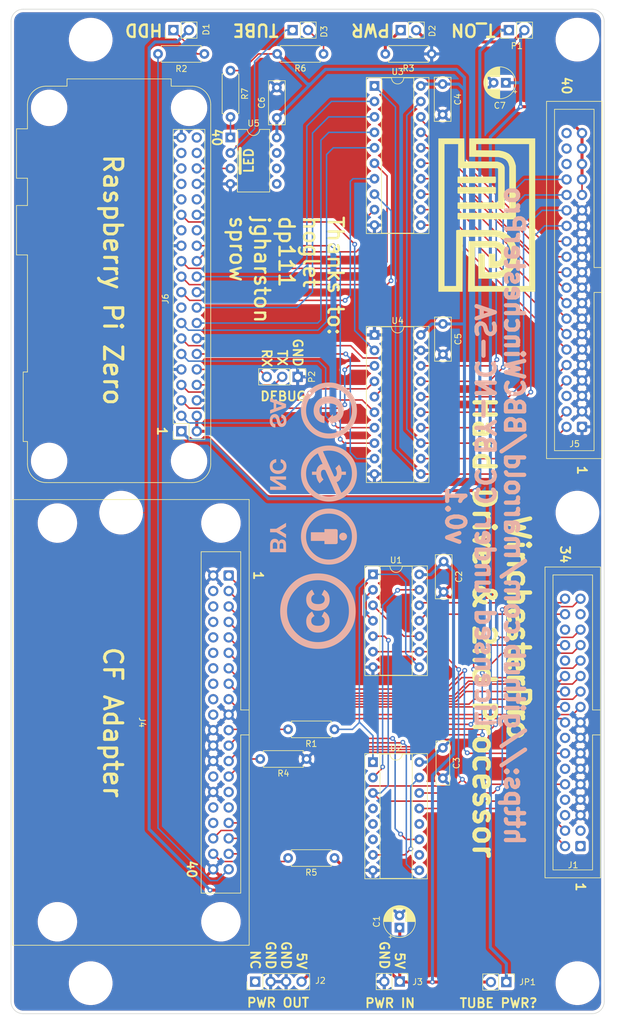
<source format=kicad_pcb>
(kicad_pcb (version 20211014) (generator pcbnew)
  (layers (0 "F.Cu" signal) (31 "B.Cu" signal) (34 "B.Paste" user) (35 "F.Paste" user) (36 "B.SilkS" user "B.Silkscreen") (37 "F.SilkS" user "F.Silkscreen") (38 "B.Mask" user) (39 "F.Mask" user) (44 "Edge.Cuts" user))
  (net 0 "")
  (net 1 "Net-(R1-Pad1)")
  (net 2 "/DMARQ")
  (net 3 "/HDDLED")
  (net 4 "Net-(D1-Pad1)")
  (net 5 "Net-(D2-Pad1)")
  (net 6 "/DIAG")
  (net 7 "GND")
  (net 8 "/IORDY")
  (net 9 "+5V")
  (net 10 "/CS1")
  (net 11 "Net-(U1-Pad13)")
  (net 12 "/1E")
  (net 16 "Net-(U2-Pad15)")
  (net 17 "/RD")
  (net 19 "/WR")
  (net 21 "/RW")
  (net 22 "/A6")
  (net 23 "Net-(U1-Pad2)")
  (net 24 "Net-(U1-Pad10)")
  (net 25 "/CSO")
  (net 26 "/A5")
  (net 27 "/A7")
  (net 35 "/RST")
  (net 37 "/D0")
  (net 38 "/D1")
  (net 39 "/D2")
  (net 40 "/D3")
  (net 41 "/D4")
  (net 42 "/D5")
  (net 43 "/D6")
  (net 44 "/D7")
  (net 46 "/A0")
  (net 47 "/A1")
  (net 48 "/A2")
  (net 63 "/TUBELED")
  (net 64 "Net-(D3-Pad2)")
  (net 65 "Net-(U5-Pad1)")
  (net 66 "/TUBEACT")
  (net 70 "VCC")
  (net 71 "/TRnW")
  (net 72 "/TD0")
  (net 73 "/TD1")
  (net 74 "/TD2")
  (net 75 "/TD3")
  (net 76 "/TD4")
  (net 77 "/TD5")
  (net 78 "/TD6")
  (net 79 "/TD7")
  (net 80 "/TnTUBE")
  (net 81 "/PD7")
  (net 82 "/nRST")
  (net 83 "/nTUBE")
  (net 84 "/PHI2")
  (net 85 "/RnW")
  (net 86 "/TPHI2")
  (net 87 "/tnRST")
  (net 88 "/TA0")
  (net 89 "/TA1")
  (net 90 "/TA2")
  (net 91 "/TA3")
  (net 92 "Net-(J6-Pad2)")
  (net 93 "Net-(J6-Pad8)")
  (net 94 "Net-(J6-Pad10)")
  (net 105 "+5VA")
  (net 110 "/PD6")
  (net 111 "/PD5")
  (net 112 "/PD4")
  (net 113 "/PD3")
  (net 114 "/PD2")
  (net 115 "/PD1")
  (net 116 "/PD0")
  (net 117 "/PA3")
  (net 118 "/PA2")
  (net 119 "/PA1")
  (net 120 "/PA0")
  (footprint "Package_DIP:DIP-20_W7.62mm_Socket" (layer "F.Cu") (at 119.36 36.501052)
    (fp_text reference "U3")
    (fp_text value "74LVC245A")
  )
  (footprint "Capacitor_THT:C_Rect_L7.0mm_W2.5mm_P5.00mm" (layer "F.Cu") (at 130.74 114.63 -90)
    (fp_text reference "C2")
    (fp_text value "0.1u")
  )
  (footprint "MountingHole:MountingHole_3.2mm_M3" (layer "F.Cu") (at 77.7225 106.6)
    (fp_text reference "REF**" hide)
    (fp_text value "MountingHole_3.2mm_M3")
  )
  (footprint "Capacitor_THT:CP_Radial_D5.0mm_P2.00mm" (layer "F.Cu") (at 140.955113 35.98 180)
    (fp_text reference "C7")
    (fp_text value "22u")
  )
  (footprint "AliExpress_Stuff:CF-Adapter" (layer "F.Cu") (at 80.69 141.06 -90)
    (fp_text reference "J4")
    (fp_text value "Conn_02x20_Odd_Even")
  )
  (footprint "Package_DIP:DIP-20_W7.62mm_Socket" (layer "F.Cu") (at 119.36 77.401052)
    (fp_text reference "U4")
    (fp_text value "74LVC245A")
  )
  (footprint "Resistor_THT:R_Axial_DIN0207_L6.3mm_D2.5mm_P7.62mm_Horizontal" (layer "F.Cu") (at 108.204 147.066 180)
    (fp_text reference "R4")
    (fp_text value "1K")
  )
  (footprint "Connector_PinHeader_2.54mm:PinHeader_1x02_P2.54mm_Vertical" (layer "F.Cu") (at 86.32006 27.33 90)
    (fp_text reference "D1")
    (fp_text value "LED")
  )
  (footprint "Resistor_THT:R_Axial_DIN0207_L6.3mm_D2.5mm_P7.62mm_Horizontal" (layer "F.Cu") (at 95.7 33.98 -90)
    (fp_text reference "R7")
    (fp_text value "1K")
  )
  (footprint "Package_DIP:DIP-16_W7.62mm_Socket" (layer "F.Cu") (at 119.11 147.58)
    (fp_text reference "U2")
    (fp_text value "74LS139")
  )
  (footprint "MountingHole:MountingHole_3.2mm_M3" (layer "F.Cu") (at 72.7225 183.9)
    (fp_text reference "REF**" hide)
    (fp_text value "MountingHole_3.2mm_M3")
  )
  (footprint "Connector_PinHeader_2.54mm:PinHeader_1x02_P2.54mm_Vertical" (layer "F.Cu") (at 123.52 183.628571 -90)
    (fp_text reference "J3")
    (fp_text value "Conn_01x02_Male")
  )
  (footprint "Resistor_THT:R_Axial_DIN0207_L6.3mm_D2.5mm_P7.62mm_Horizontal" (layer "F.Cu") (at 112.79 163.34 180)
    (fp_text reference "R5")
    (fp_text value "1K")
  )
  (footprint "MountingHole:MountingHole_3.2mm_M3" (layer "F.Cu") (at 152.7225 106.6)
    (fp_text reference "REF**" hide)
    (fp_text value "MountingHole_3.2mm_M3")
  )
  (footprint "Capacitor_THT:C_Rect_L7.0mm_W2.5mm_P5.00mm" (layer "F.Cu") (at 103.32 41.756052 90)
    (fp_text reference "C6")
    (fp_text value "100n")
  )
  (footprint "Capacitor_THT:C_Rect_L7.0mm_W2.0mm_P5.00mm" (layer "F.Cu") (at 130.6 145.24 -90)
    (fp_text reference "C3")
    (fp_text value "0.1u")
  )
  (footprint "Connector_PinHeader_2.54mm:PinHeader_1x02_P2.54mm_Vertical" (layer "F.Cu") (at 105.907024 27.33 90)
    (fp_text reference "D3")
    (fp_text value "LED")
  )
  (footprint "Resistor_THT:R_Axial_DIN0207_L6.3mm_D2.5mm_P7.62mm_Horizontal" (layer "F.Cu") (at 121.14506 31.24)
    (fp_text reference "R3")
    (fp_text value "1K")
  )
  (footprint "Package_DIP:DIP-8_W7.62mm" (layer "F.Cu") (at 95.68 44.97)
    (fp_text reference "U5")
    (fp_text value "ATtiny85-20P")
  )
  (footprint "Connector_IDC:IDC-Header_2x20_P2.54mm_Vertical" (layer "F.Cu") (at 153.475 92.506052 180)
    (fp_text reference "J5")
    (fp_text value "Conn_02x20_Odd_Even")
  )
  (footprint "Connector_PinHeader_2.54mm:PinHeader_1x02_P2.54mm_Vertical" (layer "F.Cu") (at 141.46006 27.34 90)
    (fp_text reference "P1")
    (fp_text value "CONN_01X02")
  )
  (footprint "Connector_PinHeader_2.54mm:PinHeader_1x02_P2.54mm_Vertical" (layer "F.Cu") (at 141.035 183.71 -90)
    (fp_text reference "JP1")
    (fp_text value "Jumper_2_Bridged")
  )
  (footprint "Connector_PinHeader_2.54mm:PinHeader_1x02_P2.54mm_Vertical" (layer "F.Cu") (at 123.68006 27.33 90)
    (fp_text reference "D2")
    (fp_text value "LED")
  )
  (footprint "Package_DIP:DIP-14_W7.62mm_Socket" (layer "F.Cu") (at 119.11 116.74)
    (fp_text reference "U1")
    (fp_text value "74LS02")
  )
  (footprint "Connector_PinHeader_2.54mm:PinHeader_1x04_P2.54mm_Vertical" (layer "F.Cu") (at 99.76 183.65 90)
    (fp_text reference "J2")
    (fp_text value "Conn_01x04_Male")
  )
  (footprint "Resistor_THT:R_Axial_DIN0207_L6.3mm_D2.5mm_P7.62mm_Horizontal" (layer "F.Cu") (at 112.79 142.2 180)
    (fp_text reference "R1")
    (fp_text value "1K")
  )
  (footprint "MountingHole:MountingHole_3.2mm_M3" (layer "F.Cu") (at 72.7225 28.9)
    (fp_text reference "REF**" hide)
    (fp_text value "MountingHole_3.2mm_M3")
  )
  (footprint "Capacitor_THT:C_Rect_L7.0mm_W2.5mm_P5.00mm" (layer "F.Cu") (at 130.62 75.596052 -90)
    (fp_text reference "C5")
    (fp_text value "100n")
  )
  (footprint "Module:Raspberry_Pi_Zero_Socketed_THT_FaceDown_MountingHoles" (layer "F.Cu") (at 87.62 93.231052 180)
    (fp_text reference "J6")
    (fp_text value "Conn_02x20_Odd_Even")
  )
  (footprint "Resistor_THT:R_Axial_DIN0207_L6.3mm_D2.5mm_P7.62mm_Horizontal" (layer "F.Cu") (at 83.78506 31.24)
    (fp_text reference "R2")
    (fp_text value "1K")
  )
  (footprint "Connector_PinHeader_2.54mm:PinHeader_1x03_P2.54mm_Vertical" (layer "F.Cu") (at 106.74 84.286052 -90)
    (fp_text reference "P2")
    (fp_text value "CONN_01x03")
  )
  (footprint "Connector_IDC:IDC-Header_2x17_P2.54mm_Vertical" (layer "F.Cu") (at 153.225 161.38 180)
    (fp_text reference "J1")
    (fp_text value "Conn_02x17_Odd_Even")
  )
  (footprint "Capacitor_THT:CP_Radial_D5.0mm_P2.00mm" (layer "F.Cu") (at 123.47 174.775112 90)
    (fp_text reference "C1")
    (fp_text value "22u")
  )
  (footprint "MountingHole:MountingHole_3.2mm_M3" (layer "F.Cu") (at 152.7225 183.9)
    (fp_text reference "REF**" hide)
    (fp_text value "MountingHole_3.2mm_M3")
  )
  (footprint "MountingHole:MountingHole_3.2mm_M3" (layer "F.Cu") (at 152.7225 28.9)
    (fp_text reference "REF**" hide)
    (fp_text value "MountingHole_3.2mm_M3")
  )
  (footprint "Resistor_THT:R_Axial_DIN0207_L6.3mm_D2.5mm_P7.62mm_Horizontal" (layer "F.Cu") (at 110.992024 31.24 180)
    (fp_text reference "R6")
    (fp_text value "1K")
  )
  (footprint "Capacitor_THT:C_Rect_L7.0mm_W2.5mm_P5.00mm" (layer "F.Cu") (at 130.57 36.196052 -90)
    (fp_text reference "C4")
    (fp_text value "100n")
  )
  (gr_poly (pts (xy 103.213177 109.24862) (xy 102.204549 109.24862) (xy 102.204549 109.827905) (xy 103.227813 109.827905) (xy 104.832605 110.792356) (xy 104.832605 110.14451) (xy 103.794707 109.52902) (xy 104.832608 108.916994) (xy 104.832608 108.272616)) (layer "B.SilkS") (width 0) (fill solid))
  (gr_poly (pts (xy 116.477648 110.298493) (xy 116.462011 110.063531) (xy 116.435947 109.83326) (xy 116.399459 109.60768) (xy 116.352545 109.38679) (xy 116.295207 109.170589) (xy 116.227442 108.959075) (xy 116.149253 108.752247) (xy 116.060638 108.550104) (xy 115.961598 108.352645) (xy 115.852133 108.159869) (xy 115.732242 107.971774) (xy 115.601926 107.78836) (xy 115.461184 107.609626) (xy 115.310017 107.43557) (xy 115.148425 107.266191) (xy 114.979284 107.104373) (xy 114.805472 106.952998) (xy 114.626987 106.812067) (xy 114.44383 106.681579) (xy 114.256 106.561533) (xy 114.063495 106.451929) (xy 113.866316 106.352766) (xy 113.664462 106.264044) (xy 113.457933 106.185762) (xy 113.246727 106.117919) (xy 113.030844 106.060515) (xy 112.810285 106.013549) (xy 112.585047 105.977021) (xy 112.355131 105.950931) (xy 112.120536 105.935277) (xy 111.881261 105.930059) (xy 111.64212 105.935187) (xy 111.407925 105.95057) (xy 111.178676 105.976209) (xy 110.954374 106.012105) (xy 110.735018 106.058258) (xy 110.520609 106.114669) (xy 110.311145 106.181338) (xy 110.106629 106.258266) (xy 109.907058 106.345453) (xy 109.712434 106.442901) (xy 109.522757 106.550609) (xy 109.338026 106.668579) (xy 109.158241 106.79681) (xy 108.983402 106.935303) (xy 108.81351 107.08406) (xy 108.648564 107.24308) (xy 108.482743 107.419323) (xy 108.327626 107.599529) (xy 108.183213 107.783696) (xy 108.049502 107.971825) (xy 107.926492 108.163915) (xy 107.814184 108.359964) (xy 107.712576 108.559974) (xy 107.621667 108.763942) (xy 107.541456 108.971869) (xy 107.471942 109.183754) (xy 107.413126 109.399596) (xy 107.365005 109.619395) (xy 107.327579 109.84315) (xy 107.300847 110.070861) (xy 107.284809 110.302527) (xy 107.279463 110.538147) (xy 107.284768 110.770766) (xy 107.300682 110.999348) (xy 107.327204 111.223893) (xy 107.364333 111.444399) (xy 107.412068 111.660866) (xy 107.470408 111.873292) (xy 107.539351 112.081675) (xy 107.618896 112.286016) (xy 107.709043 112.486313) (xy 107.809791 112.682564) (xy 107.921137 112.874769) (xy 108.043081 113.062926) (xy 108.175622 113.247034) (xy 108.318759 113.427093) (xy 108.472491 113.6031) (xy 108.636816 113.775055) (xy 108.808612 113.939672) (xy 108.984542 114.093664) (xy 109.164605 114.237033) (xy 109.3488 114.369777) (xy 109.537127 114.491899) (xy 109.729584 114.603399) (xy 109.926173 114.704277) (xy 110.126891 114.794534) (xy 110.33174 114.87417) (xy 110.540717 114.943187) (xy 110.753822 115.001584) (xy 110.971056 115.049362) (xy 111.192416 115.086521) (xy 111.417904 115.113063) (xy 111.647517 115.128988) (xy 111.881257 115.134296) (xy 111.881261 115.134296) (xy 111.881261 114.305033) (xy 111.691597 114.300668) (xy 111.505173 114.287574) (xy 111.321989 114.26575) (xy 111.142045 114.235198) (xy 110.96534 114.195915) (xy 110.791874 114.147904) (xy 110.621647 114.091163) (xy 110.454658 114.025692) (xy 110.290907 113.951493) (xy 110.130394 113.868564) (xy 109.973119 113.776905) (xy 109.819081 113.676518) (xy 109.66828 113.567401) (xy 109.520716 113.449555) (xy 109.376388 113.322979) (xy 109.235296 113.187675) (xy 109.100148 113.04634) (xy 108.973724 112.901673) (xy 108.856022 112.753674) (xy 108.747042 112.602342) (xy 108.646784 112.447677) (xy 108.555247 112.289678) (xy 108.472431 112.128344) (xy 108.398334 111.963675) (xy 108.332957 111.795671) (xy 108.276299 111.624331) (xy 108.228359 111.449654) (xy 108.189136 111.27164) (xy 108.158631 111.090288) (xy 108.136842 110.905597) (xy 108.123769 110.717568) (xy 108.119411 110.526199) (xy 108.123814 110.334876) (xy 108.137022 110.146694) (xy 108.159036 109.961655) (xy 108.189856 109.779759) (xy 108.229481 109.601007) (xy 108.277914 109.425399) (xy 108.335153 109.252936) (xy 108.4012 109.083618) (xy 108.476053 108.917446) (xy 108.559715 108.754421) (xy 108.652184 108.594544) (xy 108.753461 108.437814) (xy 108.863547 108.284232) (xy 108.982442 108.133799) (xy 109.110145 107.986516) (xy 109.246658 107.842382) (xy 109.379651 107.711207) (xy 109.516867 107.5885) (xy 109.658308 107.474258) (xy 109.803971 107.368482) (xy 109.953858 107.271172) (xy 110.107968 107.182326) (xy 110.2663 107.101945) (xy 110.428855 107.030027) (xy 110.595632 106.966572) (xy 110.76663 106.91158) (xy 110.94185 106.86505) (xy 111.121291 106.826981) (xy 111.304953 106.797372) (xy 111.492835 106.776224) (xy 111.684938 106.763536) (xy 111.881261 106.759306) (xy 112.076365 106.763626) (xy 112.2677 106.776585) (xy 112.455265 106.798185) (xy 112.639058 106.828425) (xy 112.81908 106.867307) (xy 112.99533 106.91483) (xy 113.167806 106.970996) (xy 113.336507 107.035805) (xy 113.501434 107.109258) (xy 113.662584 107.191354) (xy 113.819957 107.282096) (xy 113.973553 107.381483) (xy 114.12337 107.489516) (xy 114.269408 107.606195) (xy 114.411665 107.731521) (xy 114.550141 107.865495) (xy 114.683894 108.004118) (xy 114.809022 108.146425) (xy 114.925525 108.292417) (xy 115.033401 108.442096) (xy 115.13265 108.595462) (xy 115.223271 108.752517) (xy 115.305265 108.913262) (xy 115.37863 109.077698) (xy 115.443366 109.245826) (xy 115.499473 109.417648) (xy 115.546949 109.593163) (xy 115.585795 109.772375) (xy 115.616009 109.955283) (xy 115.637591 110.141889) (xy 115.650541 110.332194) (xy 115.654857 110.526199) (xy 115.65054 110.720164) (xy 115.63759 110.910346) (xy 115.616008 111.096747) (xy 115.585794 111.279367) (xy 115.546948 111.458207) (xy 115.499472 111.633268) (xy 115.443365 111.804549) (xy 115.378629 111.972052) (xy 115.305263 112.135777) (xy 115.22327 112.295725) (xy 115.132648 112.451897) (xy 115.033399 112.604292) (xy 114.925523 112.752911) (xy 114.809021 112.897756) (xy 114.683894 113.038826) (xy 114.550141 113.176123) (xy 114.406254 113.312827) (xy 114.259314 113.440711) (xy 114.109323 113.559776) (xy 113.956277 113.670021) (xy 113.800178 113.771447) (xy 113.641023 113.864052) (xy 113.478812 113.947839) (xy 113.313545 114.022805) (xy 113.14522 114.088952) (xy 112.973836 114.14628) (xy 112.799394 114.194788) (xy 112.621891 114.234476) (xy 112.441327 114.265344) (xy 112.257701 114.287394) (xy 112.071013 114.300623) (xy 111.881261 114.305033) (xy 111.881261 115.134296) (xy 112.115086 115.128988) (xy 112.34497 115.113063) (xy 112.570907 115.086521) (xy 112.792896 115.049361) (xy 113.010936 115.001583) (xy 113.225026 114.943186) (xy 113.435165 114.87417) (xy 113.641351 114.794534) (xy 113.843583 114.704277) (xy 114.041862 114.603399) (xy 114.236184 114.491899) (xy 114.426549 114.369777) (xy 114.612957 114.237032) (xy 114.795406 114.093664) (xy 114.973894 113.939672) (xy 115.148421 113.775055) (xy 115.310013 113.607162) (xy 115.46118 113.434676) (xy 115.601922 113.257596) (xy 115.732238 113.075925) (xy 115.852129 112.889664) (xy 115.961595 112.698814) (xy 116.060636 112.503375) (xy 116.149251 112.30335) (xy 116.227441 112.098738) (xy 116.295205 111.889542) (xy 116.352545 111.675763) (xy 116.399458 111.4574) (xy 116.435947 111.234457) (xy 116.46201 111.006933) (xy 116.477648 110.77483) (xy 116.482861 110.538148)) (layer "B.SilkS") (width 0) (fill solid))
  (gr_poly (pts (xy 104.896342 98.903534) (xy 104.893413 98.850363) (xy 104.888526 98.797951) (xy 104.881676 98.746297) (xy 104.872857 98.695402) (xy 104.862065 98.645264) (xy 104.849295 98.595885) (xy 104.834542 98.547264) (xy 104.826517 98.523228) (xy 104.818041 98.499509) (xy 104.809114 98.476108) (xy 104.799736 98.453024) (xy 104.789906 98.430258) (xy 104.779625 98.407811) (xy 104.768893 98.385684) (xy 104.75771 98.363876) (xy 104.746075 98.342389) (xy 104.733989 98.321224) (xy 104.721452 98.300379) (xy 104.708463 98.279857) (xy 104.695023 98.259658) (xy 104.681132 98.239782) (xy 104.66679 98.22023) (xy 104.651997 98.201003) (xy 104.636824 98.182077) (xy 104.6212 98.163575) (xy 104.605126 98.145496) (xy 104.588602 98.12784) (xy 104.571629 98.110606) (xy 104.554208 98.093793) (xy 104.536339 98.077401) (xy 104.518023 98.061429) (xy 104.49926 98.045877) (xy 104.480051 98.030744) (xy 104.460396 98.01603) (xy 104.440296 98.001734) (xy 104.419751 97.987856) (xy 104.398763 97.974394) (xy 104.377331 97.96135) (xy 104.355456 97.94872) (xy 104.333157 97.936588) (xy 104.310452 97.925032) (xy 104.287342 97.914053) (xy 104.263827 97.90365) (xy 104.239909 97.893823) (xy 104.215587 97.88457) (xy 104.190863 97.875892) (xy 104.165736 97.867787) (xy 104.140208 97.860256) (xy 104.114279 97.853298) (xy 104.087949 97.846912) (xy 104.061219 97.841097) (xy 104.03409 97.835854) (xy 104.006562 97.831181) (xy 103.978635 97.827078) (xy 103.950311 97.823545) (xy 103.950311 98.383187) (xy 103.962668 98.385205) (xy 103.974898 98.387504) (xy 103.987001 98.390084) (xy 103.998975 98.392946) (xy 104.010821 98.396089) (xy 104.022537 98.399516) (xy 104.034124 98.403225) (xy 104.04558 98.407218) (xy 104.056905 98.411495) (xy 104.068099 98.416057) (xy 104.079161 98.420904) (xy 104.09009 98.426036) (xy 104.100887 98.431455) (xy 104.111549 98.43716) (xy 104.122077 98.443152) (xy 104.132471 98.449431) (xy 104.132458 98.449428) (xy 104.142774 98.455958) (xy 104.152928 98.462696) (xy 104.16292 98.469641) (xy 104.172749 98.476791) (xy 104.182416 98.484147) (xy 104.191921 98.491708) (xy 104.201263 98.499473) (xy 104.210443 98.507442) (xy 104.21946 98.515615) (xy 104.228315 98.52399) (xy 104.237007 98.532566) (xy 104.245537 98.541345) (xy 104.253905 98.550324) (xy 104.26211 98.559503) (xy 104.270152 98.568882) (xy 104.278033 98.57846) (xy 104.285727 98.588214) (xy 104.293213 98.598122) (xy 104.300489 98.608184) (xy 104.307554 98.618402) (xy 104.314407 98.628776) (xy 104.321047 98.639306) (xy 104.327473 98.649992) (xy 104.333682 98.660837) (xy 104.339676 98.671839) (xy 104.345451 98.683) (xy 104.351008 98.69432) (xy 104.356345 98.705799) (xy 104.36146 98.717439) (xy 104.366353 98.72924) (xy 104.371023 98.741202) (xy 104.375468 98.753326) (xy 104.379734 98.765567) (xy 104.383722 98.77788) (xy 104.38743 98.790263) (xy 104.390861 98.802718) (xy 104.394013 98.815242) (xy 104.396889 98.827835) (xy 104.399488 98.840498) (xy 104.401811 98.853228) (xy 104.403859 98.866026) (xy 104.405631 98.878892) (xy 104.40713 98.891824) (xy 104.408355 98.904822) (xy 104.409306 98.917885) (xy 104.409985 98.931014) (xy 104.410392 98.944206) (xy 104.410528 98.957463) (xy 104.410234 98.981642) (xy 104.409353 99.005361) (xy 104.407884 99.02862) (xy 104.405827 99.051418) (xy 104.40318 99.073756) (xy 104.399944 99.095633) (xy 104.396118 99.11705) (xy 104.391701 99.138007) (xy 104.386693 99.158503) (xy 104.381094 99.178539) (xy 104.374902 99.198115) (xy 104.368117 99.21723) (xy 104.360739 99.235886) (xy 104.352768 99.254081) (xy 104.344202 99.271815) (xy 104.335041 99.28909) (xy 104.325451 99.30593) (xy 104.315455 99.322364) (xy 104.305052 99.338392) (xy 104.294244 99.354013) (xy 104.283029 99.369228) (xy 104.271407 99.384037) (xy 104.25938 99.39844) (xy 104.246946 99.412437) (xy 104.234106 99.426027) (xy 104.22086 99.439212) (xy 104.207208 99.45199) (xy 104.193149 99.464361) (xy 104.178684 99.476327) (xy 104.163813 99.487886) (xy 104.148536 99.499039) (xy 104.132853 99.509786) (xy 104.116832 99.520221) (xy 104.100539 99.530296) (xy 104.083976 99.540009) (xy 104.067143 99.549361) (xy 104.050038 99.558352) (xy 104.032663 99.566982) (xy 104.015017 99.575251) (xy 103.9971 99.58316) (xy 103.978912 99.590707) (xy 103.960453 99.597893) (xy 103.941724 99.604717) (xy 103.922723 99.611181) (xy 103.903452 99.617284) (xy 103.88391 99.623026) (xy 103.864098 99.628406) (xy 103.844014 99.633425) (xy 103.803396 99.642486) (xy 103.762422 99.650327) (xy 103.721096 99.656952) (xy 103.679423 99.662365) (xy 103.637407 99.666568) (xy 103.595052 99.669566) (xy 103.552364 99.671362) (xy 103.509346 99.67196) (xy 103.468043 99.671364) (xy 103.427033 99.669572) (xy 103.386321 99.66658) (xy 103.345911 99.662381) (xy 103.305808 99.656971) (xy 103.266016 99.650346) (xy 103.22654 99.642499) (xy 103.187385 99.633425) (xy 103.167938 99.628408) (xy 103.148735 99.62303) (xy 103.129777 99.61729) (xy 103.111064 99.611188) (xy 103.092598 99.604725) (xy 103.074378 99.5979) (xy 103.056405 99.590714) (xy 103.03868 99.583167) (xy 103.021203 99.575258) (xy 103.003975 99.566989) (xy 102.986996 99.558358) (xy 102.970267 99.549365) (xy 102.953788 99.540012) (xy 102.93756 99.530298) (xy 102.921584 99.520222) (xy 102.90586 99.509786) (xy 102.890389 99.499039) (xy 102.875314 99.487886) (xy 102.860634 99.476327) (xy 102.846348 99.464362) (xy 102.832454 99.45199) (xy 102.818952 99.439212) (xy 102.80584 99.426028) (xy 102.793117 99.412438) (xy 102.780782 99.398442) (xy 102.768835 99.384039) (xy 102.757273 99.36923) (xy 102.746096 99.354014) (xy 102.735302 99.338393) (xy 102.724891 99.322365) (xy 102.714862 99.30593) (xy 102.705212 99.28909) (xy 102.696051 99.271816) (xy 102.687484 99.254081) (xy 102.679512 99.235887) (xy 102.672134 99.217232) (xy 102.665349 99.198117) (xy 102.659158 99.178541) (xy 102.653559 99.158505) (xy 102.648551 99.138009) (xy 102.644135 99.117052) (xy 102.64031 99.095635) (xy 102.637074 99.073758) (xy 102.634428 99.05142) (xy 102.632371 99.028621) (xy 102.630903 99.005362) (xy 102.630022 98.981643) (xy 102.629729 98.957463) (xy 102.630361 98.924833) (xy 102.632257 98.893099) (xy 102.635418 98.862261) (xy 102.639844 98.83232) (xy 102.645536 98.803277) (xy 102.652495 98.775133) (xy 102.66072 98.74789) (xy 102.670214 98.721549) (xy 102.680975 98.696111) (xy 102.693006 98.671576) (xy 102.706305 98.647947) (xy 102.720875 98.625223) (xy 102.736715 98.603407) (xy 102.753826 98.582499) (xy 102.772208 98.562501) (xy 102.791863 98.543413) (xy 102.812488 98.525232) (xy 102.833925 98.507955) (xy 102.856173 98.491582) (xy 102.879232 98.476113) (xy 102.9031 98.461548) (xy 102.927779 98.44789) (xy 102.953266 98.435137) (xy 102.979562 98.423291) (xy 103.006665 98.412352) (xy 103.034576 98.402321) (xy 103.063293 98.393198) (xy 103.092817 98.384985) (xy 103.123146 98.377681) (xy 103.15428 98.371287) (xy 103.186218 98.365803) (xy 103.218961 98.361231) (xy 103.218961 97.801589) (xy 103.158035 97.808178) (xy 103.098593 97.816965) (xy 103.040641 97.827945) (xy 102.984182 97.841115) (xy 102.956514 97.84852) (xy 102.929222 97.85647) (xy 102.902305 97.864965) (xy 102.875765 97.874004) (xy 102.849602 97.883588) (xy 102.823816 97.893714) (xy 102.798408 97.904384) (xy 102.773379 97.915596) (xy 102.748701 97.927313) (xy 102.724492 97.939498) (xy 102.700749 97.952151) (xy 102.677472 97.96527) (xy 102.65466 97.978853) (xy 102.632312 97.992901) (xy 102.610427 98.007411) (xy 102.589003 98.022383) (xy 102.568039 98.037815) (xy 102.547535 98.053706) (xy 102.527488 98.070056) (xy 102.507899 98.086862) (xy 102.488765 98.104124) (xy 102.470087 98.121841) (xy 102.451862 98.140011) (xy 102.434089 98.158634) (xy 102.416804 98.177686) (xy 102.400042 98.197144) (xy 102.383802 98.217008) (xy 102.368084 98.237279) (xy 102.352887 98.257956) (xy 102.33821 98.279039) (xy 102.324054 98.300528) (xy 102.310417 98.322423) (xy 102.2973 98.344725) (xy 102.284701 98.367433) (xy 102.272619 98.390547) (xy 102.261055 98.414068) (xy 102.250008 98.437995) (xy 102.239477 98.462328) (xy 102.229462 98.487067) (xy 102.219961 98.512213) (xy 102.211008 98.537652) (xy 102.202631 98.563415) (xy 102.194833 98.5895) (xy 102.187612 98.615907) (xy 102.180969 98.642634) (xy 102.174903 98.669681) (xy 102.169415 98.697045) (xy 102.164505 98.724727) (xy 102.160172 98.752725) (xy 102.156417 98.781038) (xy 102.15324 98.809664) (xy 102.15064 98.838603) (xy 102.148618 98.867853) (xy 102.147174 98.897414) (xy 102.146307 98.927284) (xy 102.146018 98.957463) (xy 102.146429 98.994993) (xy 102.147662 99.032046) (xy 102.149716 99.068621) (xy 102.152591 99.10472) (xy 102.156289 99.140342) (xy 102.160807 99.17549) (xy 102.166147 99.210162) (xy 102.172308 99.24436) (xy 102.17929 99.278084) (xy 102.187094 99.311334) (xy 102.195718 99.344112) (xy 102.205164 99.376418) (xy 102.215431 99.408252) (xy 102.226518 99.439614) (xy 102.238426 99.470506) (xy 102.251155 99.500928) (xy 102.264541 99.530754) (xy 102.278557 99.560001) (xy 102.293201 99.588668) (xy 102.308472 99.616754) (xy 102.324369 99.644257) (xy 102.340888 99.671177) (xy 102.358029 99.697513) (xy 102.375791 99.723263) (xy 102.39417 99.748426) (xy 102.413166 99.773002) (xy 102.432777 99.796988) (xy 102.453001 99.820384) (xy 102.473836 99.843189) (xy 102.495281 99.865402) (xy 102.517335 99.887022) (xy 102.539994 99.908046) (xy 102.563281 99.928474) (xy 102.587074 99.948305) (xy 102.611371 99.967538) (xy 102.636171 99.986172) (xy 102.661475 100.004206) (xy 102.687281 100.021639) (xy 102.71359 100.038468) (xy 102.7404 100.054695) (xy 102.767711 100.070316) (xy 102.795522 100.085332) (xy 102.823834 100.099741) (xy 102.852645 100.113541) (xy 102.881954 100.126733) (xy 102.911762 100.139314) (xy 102.942067 100.151283) (xy 102.97287 100.16264) (xy 103.004137 100.173346) (xy 103.035695 100.183365) (xy 103.067545 100.192698) (xy 103.099689 100.201342) (xy 103.132129 100.209298) (xy 103.164866 100.216566) (xy 103.197902 100.223143) (xy 103.231238 100.229031) (xy 103.264877 100.234228) (xy 103.29882 100.238735) (xy 103.333069 100.242549) (xy 103.367625 100.245671) (xy 103.402491 100.248101) (xy 103.437667 100.249837) (xy 103.473156 100.250878) (xy 103.50896 100.251226) (xy 103.581947 100.249837) (xy 103.653603 100.245671) (xy 103.723931 100.238735) (xy 103.792938 100.229031) (xy 103.860626 100.216566) (xy 103.927002 100.201342) (xy 103.992068 100.183365) (xy 104.05583 100.16264) (xy 104.087133 100.151284) (xy 104.117931 100.139315) (xy 104.148223 100.126734) (xy 104.17801 100.113543) (xy 104.207291 100.099743) (xy 104.236067 100.085335) (xy 104.264337 100.070319) (xy 104.292102 100.054698) (xy 104.319361 100.038472) (xy 104.346115 100.021642) (xy 104.372363 100.004209) (xy 104.398105 99.986175) (xy 104.423342 99.967541) (xy 104.448074 99.948307) (xy 104.4723 99.928475) (xy 104.496021 99.908046) (xy 104.519173 99.887022) (xy 104.541693 99.865402) (xy 104.563582 99.843189) (xy 104.584839 99.820384) (xy 104.605464 99.796988) (xy 104.625457 99.773002) (xy 104.644818 99.748426) (xy 104.663548 99.723263) (xy 104.681645 99.697513) (xy 104.699111 99.671177) (xy 104.715945 99.644257) (xy 104.732147 99.616754) (xy 104.747717 99.588668) (xy 104.762656 99.560001) (xy 104.776962 99.530754) (xy 104.790636 99.500928) (xy 104.803575 99.470506) (xy 104.815676 99.439614) (xy 104.826938 99.408252) (xy 104.837362 99.376418) (xy 104.84695 99.344113) (xy 104.8557 99.311336) (xy 104.863615 99.278086) (xy 104.870694 99.244362) (xy 104.876938 99.210164) (xy 104.882348 99.175492) (xy 104.886924 99.140345) (xy 104.890667 99.104722) (xy 104.893577 99.068623) (xy 104.895655 99.032047) (xy 104.896901 98.994994) (xy 104.897317 98.957463)) (layer "B.SilkS") (width 0) (fill solid))
  (gr_poly (pts (xy 104.896597 91.488313) (xy 104.894429 91.437556) (xy 104.890817 91.387332) (xy 104.885761 91.337636) (xy 104.879261 91.288463) (xy 104.871318 91.23981) (xy 104.861932 91.191672) (xy 104.851104 91.144043) (xy 104.845166 91.120586) (xy 104.838771 91.097445) (xy 104.831919 91.074625) (xy 104.824613 91.052125) (xy 104.816854 91.029949) (xy 104.808643 91.008097) (xy 104.799983 90.986571) (xy 104.790874 90.965373) (xy 104.781319 90.944505) (xy 104.771319 90.923968) (xy 104.760875 90.903764) (xy 104.74999 90.883894) (xy 104.738665 90.864361) (xy 104.726901 90.845166) (xy 104.7147 90.82631) (xy 104.702063 90.807796) (xy 104.688917 90.78962) (xy 104.675328 90.771922) (xy 104.661297 90.754701) (xy 104.646823 90.737956) (xy 104.631907 90.721688) (xy 104.616549 90.705895) (xy 104.600749 90.690577) (xy 104.584506 90.675734) (xy 104.567821 90.661364) (xy 104.550693 90.647468) (xy 104.533123 90.634045) (xy 104.515111 90.621094) (xy 104.496657 90.608614) (xy 104.47776 90.596606) (xy 104.458422 90.585069) (xy 104.43864 90.574002) (xy 104.418305 90.563575) (xy 104.397445 90.553818) (xy 104.37606 90.544729) (xy 104.35415 90.53631) (xy 104.331714 90.528561) (xy 104.308752 90.521483) (xy 104.285262 90.515077) (xy 104.261245 90.509342) (xy 104.236701 90.50428) (xy 104.211627 90.499891) (xy 104.186025 90.496176) (xy 104.159892 90.493135) (xy 104.13323 90.490769) (xy 104.106036 90.489078) (xy 104.078312 90.488063) (xy 104.050055 90.487725) (xy 104.050055 91.048525) (xy 104.064628 91.049594) (xy 104.078884 91.050927) (xy 104.092823 91.052523) (xy 104.106445 91.054386) (xy 104.119748 91.056514) (xy 104.132733 91.058911) (xy 104.145398 91.061576) (xy 104.157744 91.06451) (xy 104.169769 91.067716) (xy 104.181473 91.071193) (xy 104.192855 91.074943) (xy 104.203916 91.078968) (xy 104.214653 91.083267) (xy 104.225068 91.087843) (xy 104.235159 91.092695) (xy 104.244925 91.097826) (xy 104.25447 91.10321) (xy 104.263754 91.10881) (xy 104.272778 91.114625) (xy 104.281541 91.120657) (xy 104.290045 91.126904) (xy 104.29829 91.133368) (xy 104.306277 91.140048) (xy 104.314005 91.146944) (xy 104.321477 91.154056) (xy 104.328692 91.161385) (xy 104.33565 91.168931) (xy 104.342353 91.176693) (xy 104.348801 91.184672) (xy 104.354995 91.192868) (xy 104.360935 91.20128) (xy 104.366621 91.20991) (xy 104.372013 91.218657) (xy 104.377214 91.227566) (xy 104.382222 91.236637) (xy 104.387035 91.245868) (xy 104.391653 91.25526) (xy 104.396073 91.264811) (xy 104.400293 91.274521) (xy 104.404312 91.284389) (xy 104.408128 91.294416) (xy 104.411739 91.3046) (xy 104.415144 91.314941) (xy 104.418341 91.325439) (xy 104.421327 91.336092) (xy 104.424102 91.3469) (xy 104.426664 91.357863) (xy 104.42901 91.36898) (xy 104.433337 91.391639) (xy 104.43709 91.414834) (xy 104.440268 91.438561) (xy 104.44287 91.462817) (xy 104.444896 91.487596) (xy 104.446344 91.512893) (xy 104.447214 91.538706) (xy 104.447504 91.565029) (xy 104.44727 91.582379) (xy 104.446571 91.599755) (xy 104.445412 91.617149) (xy 104.443797 91.634553) (xy 104.441731 91.651956) (xy 104.439218 91.66935) (xy 104.436264 91.686725) (xy 104.432873 91.704074) (xy 104.430913 91.712758) (xy 104.428789 91.721335) (xy 104.426501 91.729804) (xy 104.424046 91.738167) (xy 104.421425 91.746424) (xy 104.418636 91.754575) (xy 104.415677 91.762621) (xy 104.412549 91.770563) (xy 104.409249 91.778401) (xy 104.405777 91.786136) (xy 104.402131 91.793768) (xy 104.398311 91.801299) (xy 104.394316 91.808727) (xy 104.390144 91.816055) (xy 104.385794 91.823282) (xy 104.381265 91.830409) (xy 104.376577 91.837474) (xy 104.371751 91.84437) (xy 104.366788 91.851096) (xy 104.361686 91.857656) (xy 104.356444 91.864051) (xy 104.35106 91.870283) (xy 104.345535 91.876353) (xy 104.339866 91.882264) (xy 104.334053 91.888016) (xy 104.328094 91.893612) (xy 104.321989 91.899053) (xy 104.315735 91.904341) (xy 104.309333 91.909479) (xy 104.302781 91.914467) (xy 104.296078 91.919307) (xy 104.289222 91.924001) (xy 104.28218 91.928409) (xy 104.274912 91.932538) (xy 104.267417 91.936386) (xy 104.259696 91.939953) (xy 104.251749 91.943238) (xy 104.243576 91.94624) (xy 104.235177 91.94896) (xy 104.226551 91.951396) (xy 104.2177 91.953548) (xy 104.208623 91.955415) (xy 104.199321 91.956997) (xy 104.189792 91.958292) (xy 104.180039 91.959301) (xy 104.170059 91.960022) (xy 104.159854 91.960455) (xy 104.149424 91.960599) (xy 104.139861 91.960487) (xy 104.130525 91.960148) (xy 104.121416 91.959582) (xy 104.112537 91.958789) (xy 104.103888 91.957768) (xy 104.09547 91.956519) (xy 104.087285 91.955041) (xy 104.079333 91.953333) (xy 104.071616 91.951395) (xy 104.064135 91.949226) (xy 104.056891 91.946826) (xy 104.049884 91.944194) (xy 104.043117 91.941329) (xy 104.03659 91.938231) (xy 104.030304 91.9349) (xy 104.024261 91.931334) (xy 104.018292 91.92743) (xy 104.012378 91.923083) (xy 104.00652 91.918293) (xy 104.000718 91.913058) (xy 103.994974 91.907379) (xy 103.989287 91.901254) (xy 103.983658 91.894684) (xy 103.978087 91.887667) (xy 103.972575 91.880204) (xy 103.967123 91.872293) (xy 103.961731 91.863934) (xy 103.956399 91.855126) (xy 103.951127 91.84587) (xy 103.945918 91.836163) (xy 103.94077 91.826007) (xy 103.935684 91.8154) (xy 103.925569 91.792721) (xy 103.915457 91.768012) (xy 103.905348 91.741262) (xy 103.895239 91.712463) (xy 103.885132 91.681606) (xy 103.875025 91.648682) (xy 103.864917 91.613682) (xy 103.854809 91.576596) (xy 103.808683 91.400482) (xy 103.751596 91.177566) (xy 103.747591 91.158321) (xy 103.7428 91.137279) (xy 103.737233 91.11445) (xy 103.730898 91.089843) (xy 103.723805 91.063466) (xy 103.715962 91.03533) (xy 103.698065 90.973813) (xy 103.687686 90.941191) (xy 103.675888 90.908613) (xy 103.662663 90.87609) (xy 103.648002 90.84363) (xy 103.631897 90.811241) (xy 103.614338 90.778935) (xy 103.595318 90.746718) (xy 103.574827 90.714601) (xy 103.563992 90.698636) (xy 103.552714 90.682949) (xy 103.540993 90.667541) (xy 103.52883 90.652408) (xy 103.516225 90.637551) (xy 103.503178 90.622969) (xy 103.489688 90.608659) (xy 103.475756 90.594622) (xy 103.461382 90.580855) (xy 103.446565 90.567358) (xy 103.431306 90.55413) (xy 103.415605 90.541169) (xy 103.399461 90.528474) (xy 103.382876 90.516045) (xy 103.365848 90.503879) (xy 103.348377 90.491976) (xy 103.330374 90.480643) (xy 103.311748 90.47004) (xy 103.2925 90.460169) (xy 103.272628 90.451029) (xy 103.252134 90.44262) (xy 103.231017 90.434942) (xy 103.209277 90.427995) (xy 103.186915 90.42178) (xy 103.16393 90.416296) (xy 103.140322 90.411543) (xy 103.116091 90.407521) (xy 103.091237 90.404231) (xy 103.065761 90.401671) (xy 103.039662 90.399843) (xy 103.01294 90.398746) (xy 102.985595 90.398381) (xy 102.963165 90.398656) (xy 102.940933 90.399481) (xy 102.9189 90.400856) (xy 102.897066 90.40278) (xy 102.87543 90.405252) (xy 102.853992 90.408271) (xy 102.832754 90.411839) (xy 102.811714 90.415952) (xy 102.790872 90.420612) (xy 102.770229 90.425818) (xy 102.749785 90.431569) (xy 102.729539 90.437864) (xy 102.709492 90.444703) (xy 102.689643 90.452086) (xy 102.669993 90.460011) (xy 102.650541 90.468479) (xy 102.631356 90.477483) (xy 102.612504 90.48702) (xy 102.593987 90.497089) (xy 102.575804 90.507692) (xy 102.557954 90.518827) (xy 102.540439 90.530495) (xy 102.523257 90.542695) (xy 102.50641 90.555429) (xy 102.489896 90.568695) (xy 102.473717 90.582493) (xy 102.457871 90.596824) (xy 102.442359 90.611688) (xy 102.427181 90.627084) (xy 102.412337 90.643012) (xy 102.397827 90.659473) (xy 102.383651 90.676466) (xy 102.369768 90.693984) (xy 102.356282 90.712016) (xy 102.343193 90.730565) (xy 102.330498 90.749629) (xy 102.318199 90.76921) (xy 102.306294 90.789309) (xy 102.294783 90.809926) (xy 102.283664 90.831061) (xy 102.272939 90.852715) (xy 102.262605 90.874889) (xy 102.252663 90.897583) (xy 102.243112 90.920798) (xy 102.233952 90.944534) (xy 102.225181 90.968793) (xy 102.216799 90.993573) (xy 102.208806 91.018877) (xy 102.201183 91.044622) (xy 102.194056 91.070874) (xy 102.187424 91.097632) (xy 102.181287 91.124898) (xy 102.170495 91.180953) (xy 102.161676 91.239044) (xy 102.154824 91.299176) (xy 102.149936 91.361352) (xy 102.147007 91.425578) (xy 102.146031 91.491858) (xy 102.146878 91.545951) (xy 102.149413 91.59962) (xy 102.153627 91.652873) (xy 102.15951 91.70572) (xy 102.167054 91.758169) (xy 102.17625 91.81023) (xy 102.187089 91.861912) (xy 102.199561 91.913224) (xy 102.20651 91.938599) (xy 102.21393 91.963596) (xy 102.22182 91.988213) (xy 102.230181 92.012452) (xy 102.239015 92.036311) (xy 102.24832 92.059791) (xy 102.258099 92.082892) (xy 102.268351 92.105613) (xy 102.279076 92.127956) (xy 102.290277 92.149919) (xy 102.301952 92.171504) (xy 102.314103 92.192709) (xy 102.32673 92.213535) (xy 102.339834 92.233982) (xy 102.353414 92.25405) (xy 102.367473 92.273738) (xy 102.382018 92.293057) (xy 102.397059 92.311871) (xy 102.412594 92.33018) (xy 102.428622 92.347986) (xy 102.445142 92.365288) (xy 102.462152 92.382087) (xy 102.479653 92.398384) (xy 102.497642 92.41418) (xy 102.516118 92.429474) (xy 102.535081 92.444268) (xy 102.554529 92.458562) (xy 102.574461 92.472357) (xy 102.594876 92.485653) (xy 102.615773 92.49845) (xy 102.63715 92.51075) (xy 102.659007 92.522553) (xy 102.681361 92.533665) (xy 102.70423 92.544036) (xy 102.727614 92.553665) (xy 102.751515 92.56255) (xy 102.775932 92.57069) (xy 102.800866 92.578084) (xy 102.826319 92.584732) (xy 102.852289 92.590631) (xy 102.878779 92.595781) (xy 102.905788 92.600181) (xy 102.933318 92.603829) (xy 102.961368 92.606724) (xy 102.989939 92.608865) (xy 103.019032 92.610252) (xy 103.048648 92.610882) (xy 103.078786 92.610755) (xy 103.078786 92.049961) (xy 103.062403 92.049778) (xy 103.046328 92.049224) (xy 103.030563 92.048298) (xy 103.015107 92.047001) (xy 102.999964 92.045331) (xy 102.985132 92.043288) (xy 102.970615 92.040871) (xy 102.956412 92.03808) (xy 102.942526 92.034914) (xy 102.928956 92.031373) (xy 102.915705 92.027456) (xy 102.902773 92.023162) (xy 102.890161 92.018491) (xy 102.877871 92.013443) (xy 102.865904 92.008016) (xy 102.85426 92.00221) (xy 102.854246 92.002187) (xy 102.8429 91.996073) (xy 102.831825 91.989723) (xy 102.82102 91.983137) (xy 102.810486 91.976314) (xy 102.800224 91.969252) (xy 102.790231 91.96195) (xy 102.78051 91.954407) (xy 102.77106 91.946622) (xy 102.76188 91.938593) (xy 102.752971 91.930319) (xy 102.744333 91.9218) (xy 102.735966 91.913033) (xy 102.727869 91.904018) (xy 102.720043 91.894753) (xy 102.712488 91.885237) (xy 102.705204 91.87547) (xy 102.698171 91.865472) (xy 102.691373 91.855265) (xy 102.684808 91.844848) (xy 102.678477 91.83422) (xy 102.672378 91.823381) (xy 102.666512 91.812327) (xy 102.660876 91.80106) (xy 102.655472 91.789577) (xy 102.650298 91.777878) (xy 102.645354 91.76596) (xy 102.640639 91.753824) (xy 102.636152 91.741468) (xy 102.631894 91.728891) (xy 102.627862 91.716091) (xy 102.624057 91.703068) (xy 102.620479 91.689821) (xy 102.613978 91.663135) (xy 102.608344 91.636223) (xy 102.603579 91.609077) (xy 102.599682 91.581687) (xy 102.596651 91.554044) (xy 102.594486 91.52614) (xy 102.593188 91.497965) (xy 102.592756 91.469511) (xy 102.592954 91.45012) (xy 102.593554 91.430369) (xy 102.594559 91.410256) (xy 102.595975 91.389782) (xy 102.597807 91.368947) (xy 102.60006 91.347751) (xy 102.602739 91.326194) (xy 102.605849 91.304275) (xy 102.609407 91.282482) (xy 102.613723 91.261015) (xy 102.618797 91.239872) (xy 102.624629 91.219055) (xy 102.631218 91.198562) (xy 102.638565 91.178395) (xy 102.646669 91.158552) (xy 102.655531 91.139034) (xy 102.660191 91.129529) (xy 102.665077 91.120222) (xy 102.670188 91.111112) (xy 102.675523 91.1022) (xy 102.681082 91.093483) (xy 102.686864 91.084962) (xy 102.692868 91.076636) (xy 102.699095 91.068505) (xy 102.705542 91.060567) (xy 102.71221 91.052823) (xy 102.719098 91.045272) (xy 102.726206 91.037913) (xy 102.733533 91.030746) (xy 102.741077 91.023771) (xy 102.74884 91.016986) (xy 102.756819 91.010391) (xy 102.764975 91.00423) (xy 102.773409 90.998458) (xy 102.782122 90.993077) (xy 102.791114 90.988088) (xy 102.800382 90.983491) (xy 102.809928 90.979288) (xy 102.81975 90.97548) (xy 102.829848 90.972068) (xy 102.840221 90.969054) (xy 102.850869 90.966437) (xy 102.861792 90.964221) (xy 102.872987 90.962404) (xy 102.884456 90.96099) (xy 102.896198 90.959978) (xy 102.908211 90.95937) (xy 102.920496 90.959167) (xy 102.933692 90.959433) (xy 102.946564 90.960231) (xy 102.959114 90.961562) (xy 102.971343 90.963425) (xy 102.983251 90.96582) (xy 102.994839 90.968748) (xy 103.00611 90.972209) (xy 103.017063 90.976203) (xy 103.027701 90.980729) (xy 103.038024 90.985789) (xy 103.048034 90.991381) (xy 103.057731 90.997507) (xy 103.067116 91.004166) (xy 103.076191 91.011359) (xy 103.084958 91.019085) (xy 103.093416 91.027345) (xy 103.10163 91.035965) (xy 103.109664 91.044927) (xy 103.11752 91.054228) (xy 103.125199 91.063867) (xy 103.132702 91.073843) (xy 103.140031 91.084153) (xy 103.147185 91.094796) (xy 103.154167 91.10577) (xy 103.160978 91.117074) (xy 103.167618 91.128706) (xy 103.174089 91.140664) (xy 103.180392 91.152946) (xy 103.186528 91.165551) (xy 103.192498 91.178478) (xy 103.198303 91.191723) (xy 103.203944 91.205287) (xy 103.214756 91.233341) (xy 103.225243 91.262326) (xy 103.235407 91.292232) (xy 103.245246 91.323049) (xy 103.254761 91.354769) (xy 103.26395 91.387383) (xy 103.272815 91.420882) (xy 103.281354 91.455257) (xy 103.298324 91.525381) (xy 103.316261 91.595937) (xy 103.335134 91.666926) (xy 103.354911 91.738347) (xy 103.364406 91.775052) (xy 103.374407 91.811509) (xy 103.384913 91.847723) (xy 103.395926 91.883697) (xy 103.407444 91.919437) (xy 103.419467 91.954947) (xy 103.431997 91.99023) (xy 103.445031 92.025293) (xy 103.458817 92.059668) (xy 103.473613 92.093167) (xy 103.489412 92.125781) (xy 103.50621 92.157502) (xy 103.524002 92.188319) (xy 103.542783 92.218225) (xy 103.562548 92.247209) (xy 103.58329 92.275263) (xy 103.594 92.288827) (xy 103.605044 92.302072) (xy 103.616421 92.314999) (xy 103.628133 92.327604) (xy 103.640178 92.339886) (xy 103.652558 92.351844) (xy 103.665271 92.363476) (xy 103.678319 92.37478) (xy 103.6917 92.385754) (xy 103.705415 92.396397) (xy 103.719465 92.406708) (xy 103.733848 92.416684) (xy 103.748565 92.426323) (xy 103.763616 92.435625) (xy 103.779001 92.444587) (xy 103.79472 92.453208) (xy 103.810814 92.461463) (xy 103.827323 92.469186) (xy 103.844247 92.476376) (xy 103.861586 92.483034) (xy 103.879341 92.489159) (xy 103.897511 92.494752) (xy 103.916096 92.499812) (xy 103.935096 92.504339) (xy 103.954512 92.508334) (xy 103.974343 92.511796) (xy 103.994589 92.514725) (xy 104.01525 92.517122) (xy 104.036327 92.518986) (xy 104.057819 92.520318) (xy 104.079726 92.521117) (xy 104.102048 92.521383) (xy 104.127181 92.521045) (xy 104.151891 92.52003) (xy 104.176178 92.51834) (xy 104.200042 92.515974) (xy 104.223484 92.512934) (xy 104.246505 92.50922) (xy 104.269106 92.504832) (xy 104.291286 92.49977) (xy 104.313046 92.494036) (xy 104.334387 92.48763) (xy 104.355309 92.480552) (xy 104.375814 92.472802) (xy 104.395901 92.464382) (xy 104.415571 92.455292) (xy 104.434824 92.445532) (xy 104.453662 92.435103) (xy 104.472098 92.424063) (xy 104.490146 92.412608) (xy 104.507808 92.400739) (xy 104.525083 92.388457) (xy 104.541972 92.375761) (xy 104.558475 92.362653) (xy 104.574595 92.349134) (xy 104.590329 92.335202) (xy 104.605681 92.320861) (xy 104.620649 92.306109) (xy 104.635235 92.290947) (xy 104.649439 92.275377) (xy 104.663262 92.259398) (xy 104.676704 92.243011) (xy 104.689766 92.226217) (xy 104.702448 92.209016) (xy 104.714665 92.191395) (xy 104.726477 92.173484) (xy 104.737883 92.155285) (xy 104.748885 92.136797) (xy 104.759484 92.11802) (xy 104.769678 92.098954) (xy 104.77947 92.0796) (xy 104.78886 92.059956) (xy 104.797848 92.040024) (xy 104.806435 92.019803) (xy 104.814621 91.999293) (xy 104.822408 91.978495) (xy 104.829795 91.957408) (xy 104.836783 91.936031) (xy 104.843374 91.914366) (xy 104.849566 91.892413) (xy 104.860801 91.848343) (xy 104.870521 91.804247) (xy 104.878731 91.760133) (xy 104.885437 91.716009) (xy 104.890643 91.671886) (xy 104.894356 91.627771) (xy 104.896579 91.583675) (xy 104.89732 91.539606)) (layer "B.SilkS") (width 0) (fill solid))
  (gr_poly (pts (xy 116.270167 122.466288) (xy 116.249073 122.149844) (xy 116.213915 121.839715) (xy 116.164693 121.535901) (xy 116.101407 121.238398) (xy 116.024057 120.947207) (xy 115.932642 120.662324) (xy 115.827162 120.383748) (xy 115.707617 120.111478) (xy 115.574007 119.845512) (xy 115.426331 119.585848) (xy 115.26459 119.332484) (xy 115.088782 119.085419) (xy 114.898907 118.844652) (xy 114.694966 118.61018) (xy 114.476958 118.382002) (xy 114.248831 118.164071) (xy 114.014391 117.960196) (xy 113.773639 117.770379) (xy 113.526575 117.594619) (xy 113.273201 117.432917) (xy 113.013518 117.285273) (xy 112.747526 117.151689) (xy 112.475225 117.032163) (xy 112.196618 116.926698) (xy 111.911705 116.835293) (xy 111.620486 116.757949) (xy 111.322962 116.694667) (xy 111.019135 116.645446) (xy 110.709004 116.610288) (xy 110.392572 116.589193) (xy 110.069838 116.582161) (xy 109.747255 116.589071) (xy 109.431342 116.609802) (xy 109.122099 116.644353) (xy 108.819527 116.692724) (xy 108.523624 116.754916) (xy 108.234392 116.830929) (xy 107.95183 116.920762) (xy 107.675938 117.024415) (xy 107.406716 117.141889) (xy 107.144165 117.273184) (xy 106.888284 117.4183) (xy 106.639074 117.577236) (xy 106.396534 117.749994) (xy 106.160665 117.936572) (xy 105.931466 118.13697) (xy 105.708937 118.35119) (xy 105.485333 118.588563) (xy 105.276156 118.831263) (xy 105.081407 119.079291) (xy 104.901086 119.332648) (xy 104.735192 119.591335) (xy 104.583726 119.855353) (xy 104.446686 120.124705) (xy 104.324072 120.39939) (xy 104.215885 120.679411) (xy 104.122124 120.964768) (xy 104.042788 121.255463) (xy 103.977877 121.551497) (xy 103.927392 121.852872) (xy 103.891331 122.159588) (xy 103.869695 122.471646) (xy 103.862483 122.789049) (xy 103.869635 123.102495) (xy 103.891089 123.410488) (xy 103.926847 123.713025) (xy 103.97691 124.010106) (xy 104.041278 124.301729) (xy 104.119953 124.587894) (xy 104.212935 124.868599) (xy 104.320224 125.143844) (xy 104.441823 125.413626) (xy 104.577731 125.677945) (xy 104.727949 125.936801) (xy 104.892479 126.190191) (xy 105.07132 126.438115) (xy 105.264475 126.680571) (xy 105.471943 126.917559) (xy 105.693725 127.149078) (xy 105.92535 127.370848) (xy 106.162557 127.578303) (xy 106.405348 127.771444) (xy 106.653723 127.950271) (xy 106.907681 128.114786) (xy 107.167223 128.26499) (xy 107.43235 128.400883) (xy 107.703061 128.522468) (xy 107.979358 128.629744) (xy 108.26124 128.722714) (xy 108.548707 128.801377) (xy 108.84176 128.865736) (xy 109.1404 128.915791) (xy 109.444626 128.951543) (xy 109.754438 128.972993) (xy 110.068306 128.980109) (xy 110.068306 127.863182) (xy 109.812378 127.857296) (xy 109.560822 127.83964) (xy 109.313639 127.810215) (xy 109.070829 127.769022) (xy 108.83239 127.716062) (xy 108.598323 127.651336) (xy 108.368627 127.574845) (xy 108.143303 127.486591) (xy 107.922349 127.386573) (xy 107.705767 127.274795) (xy 107.493555 127.151256) (xy 107.285713 127.015957) (xy 107.082241 126.868901) (xy 106.883139 126.710087) (xy 106.688406 126.539518) (xy 106.498043 126.357193) (xy 106.315676 126.166616) (xy 106.145074 125.971569) (xy 105.986238 125.772049) (xy 105.839168 125.568056) (xy 105.703864 125.359588) (xy 105.580325 125.146642) (xy 105.468552 124.929217) (xy 105.368544 124.707312) (xy 105.280302 124.480925) (xy 105.203826 124.250053) (xy 105.139115 124.014696) (xy 105.08617 123.774852) (xy 105.04499 123.530518) (xy 105.015576 123.281694) (xy 104.997928 123.028377) (xy 104.992045 122.770566) (xy 104.997987 122.512634) (xy 105.015812 122.258952) (xy 105.04552 122.009521) (xy 105.087112 121.764338) (xy 105.140589 121.523403) (xy 105.205949 121.286714) (xy 105.283195 121.054271) (xy 105.372325 120.826072) (xy 105.47334 120.602116) (xy 105.586241 120.382402) (xy 105.711027 120.166928) (xy 105.8477 119.955694) (xy 105.996259 119.748698) (xy 106.156704 119.545939) (xy 106.329036 119.347416) (xy 106.513255 119.153128) (xy 106.692726 118.976404) (xy 106.877886 118.811082) (xy 107.068735 118.65716) (xy 107.265276 118.514641) (xy 107.46751 118.383522) (xy 107.675439 118.263805) (xy 107.889064 118.155489) (xy 108.108387 118.058575) (xy 108.333409 117.973063) (xy 108.564134 117.898951) (xy 108.800561 117.836242) (xy 109.042694 117.784934) (xy 109.290533 117.745028) (xy 109.54408 117.716523) (xy 109.803337 117.699421) (xy 110.068306 117.69372) (xy 110.331565 117.699515) (xy 110.589805 117.716901) (xy 110.843023 117.745876) (xy 111.091219 117.786441) (xy 111.334392 117.838595) (xy 111.572541 117.902336) (xy 111.805664 117.977666) (xy 112.033761 118.064582) (xy 112.256831 118.163085) (xy 112.474872 118.273174) (xy 112.687884 118.394849) (xy 112.895865 118.528109) (xy 113.098814 118.672953) (xy 113.29673 118.829381) (xy 113.489613 118.997393) (xy 113.677461 119.176987) (xy 113.856961 119.364751) (xy 114.024885 119.557426) (xy 114.181231 119.755012) (xy 114.326001 119.957509) (xy 114.459192 120.164917) (xy 114.580805 120.377237) (xy 114.690838 120.594468) (xy 114.789292 120.81661) (xy 114.876165 121.043664) (xy 114.951457 121.275629) (xy 115.015167 121.512506) (xy 115.067295 121.754294) (xy 115.107839 122.000994) (xy 115.136801 122.252607) (xy 115.154178 122.509131) (xy 115.159971 122.770566) (xy 115.154149 123.031916) (xy 115.136683 123.28819) (xy 115.107574 123.539384) (xy 115.066822 123.785495) (xy 115.014428 124.026522) (xy 114.950391 124.262461) (xy 114.874711 124.493309) (xy 114.78739 124.719063) (xy 114.688428 124.939722) (xy 114.577824 125.155281) (xy 114.455579 125.365739) (xy 114.321694 125.571091) (xy 114.176168 125.771337) (xy 114.019002 125.966472) (xy 113.850197 126.156494) (xy 113.669752 126.3414) (xy 113.475579 126.525678) (xy 113.277289 126.698067) (xy 113.074882 126.858568) (xy 112.868354 127.007179) (xy 112.657707 127.143902) (xy 112.442937 127.268735) (xy 112.224045 127.38168) (xy 112.001029 127.482736) (xy 111.773888 127.571903) (xy 111.542621 127.649181) (xy 111.307227 127.71457) (xy 111.067704 127.76807) (xy 110.824052 127.809681) (xy 110.576269 127.839404) (xy 110.324354 127.857237) (xy 110.068306 127.863182) (xy 110.068306 128.980109) (xy 110.069838 128.980143) (xy 110.385294 128.972993) (xy 110.695415 128.951543) (xy 111.000201 128.915791) (xy 111.299653 128.865736) (xy 111.593769 128.801377) (xy 111.882551 128.722714) (xy 112.165999 128.629744) (xy 112.444111 128.522468) (xy 112.716889 128.400883) (xy 112.984332 128.26499) (xy 113.24644 128.114786) (xy 113.503213 127.950271) (xy 113.754651 127.771444) (xy 114.000755 127.578303) (xy 114.241524 127.370848) (xy 114.476958 127.149078) (xy 114.694966 126.922972) (xy 114.898907 126.690675) (xy 115.088782 126.452188) (xy 115.26459 126.207513) (xy 115.426331 125.95665) (xy 115.574007 125.6996) (xy 115.707617 125.436364) (xy 115.827162 125.166944) (xy 115.932642 124.89134) (xy 116.024057 124.609553) (xy 116.101407 124.321584) (xy 116.164693 124.027435) (xy 116.213915 123.727105) (xy 116.249073 123.420597) (xy 116.270167 123.107911) (xy 116.277199 122.789049)) (layer "B.SilkS") (width 0) (fill solid))
  (gr_poly (pts (xy 102.204551 87.762701) (xy 102.204551 88.362783) (xy 102.789934 88.561527) (xy 102.789934 89.544466) (xy 102.204551 89.750911) (xy 102.204551 90.332509) (xy 103.221268 89.947918) (xy 103.221268 89.393461) (xy 103.221268 88.712497) (xy 104.184839 89.043732) (xy 104.184839 89.051431) (xy 103.221268 89.393461) (xy 103.221268 89.947918) (xy 104.832605 89.338403) (xy 104.832605 88.745636)) (layer "B.SilkS") (width 0) (fill solid))
  (gr_poly (pts (xy 114.85224 110.500265) (xy 114.849881 110.468557) (xy 114.845977 110.437118) (xy 114.840548 110.406001) (xy 114.833618 110.37526) (xy 114.825207 110.344946) (xy 114.815338 110.315112) (xy 114.804032 110.285812) (xy 114.791312 110.257099) (xy 114.777199 110.229024) (xy 114.761715 110.201641) (xy 114.744881 110.175002) (xy 114.72672 110.149161) (xy 114.707254 110.12417) (xy 114.686504 110.100082) (xy 114.664492 110.07695) (xy 114.641361 110.054935) (xy 114.617275 110.034182) (xy 114.592286 110.014712) (xy 114.566447 109.996549) (xy 114.539812 109.979713) (xy 114.512432 109.964226) (xy 114.48436 109.950111) (xy 114.45565 109.937389) (xy 114.426354 109.926081) (xy 114.396525 109.916211) (xy 114.366215 109.907799) (xy 114.335478 109.900867) (xy 114.304365 109.895438) (xy 114.272931 109.891533) (xy 114.241228 109.889174) (xy 114.209308 109.888383) (xy 114.177388 109.889174) (xy 114.145684 109.891533) (xy 114.114249 109.895438) (xy 114.083137 109.900867) (xy 114.052399 109.907799) (xy 114.022089 109.916211) (xy 113.99226 109.926081) (xy 113.962964 109.937389) (xy 113.934253 109.950111) (xy 113.906182 109.964226) (xy 113.878802 109.979713) (xy 113.852166 109.996549) (xy 113.826327 110.014712) (xy 113.801338 110.034182) (xy 113.777252 110.054935) (xy 113.754121 110.07695) (xy 113.73211 110.100082) (xy 113.711359 110.12417) (xy 113.691893 110.149161) (xy 113.673732 110.175002) (xy 113.656899 110.201641) (xy 113.641414 110.229024) (xy 113.627301 110.257099) (xy 113.614581 110.285812) (xy 113.603275 110.315112) (xy 113.593406 110.344946) (xy 113.584995 110.37526) (xy 113.578065 110.406001) (xy 113.572636 110.437118) (xy 113.568732 110.468557) (xy 113.566373 110.500265) (xy 113.565582 110.53219) (xy 113.566373 110.564113) (xy 113.568732 110.59582) (xy 113.572636 110.627257) (xy 113.578065 110.658373) (xy 113.584995 110.689114) (xy 113.593406 110.719427) (xy 113.603275 110.749259) (xy 113.614581 110.778559) (xy 113.627301 110.807272) (xy 113.641414 110.835347) (xy 113.656899 110.86273) (xy 113.673732 110.889368) (xy 113.691893 110.915209) (xy 113.711359 110.9402) (xy 113.73211 110.964288) (xy 113.754121 110.987421) (xy 113.777252 111.009436) (xy 113.801338 111.030189) (xy 113.826327 111.049658) (xy 113.852166 111.067822) (xy 113.878802 111.084657) (xy 113.906182 111.100144) (xy 113.934253 111.114259) (xy 113.962964 111.126981) (xy 113.99226 111.138288) (xy 114.022089 111.148159) (xy 114.052399 111.156571) (xy 114.083137 111.163502) (xy 114.114249 111.168931) (xy 114.145684 111.172836) (xy 114.177388 111.175195) (xy 114.209308 111.175986) (xy 114.241228 111.175195) (xy 114.272931 111.172836) (xy 114.304365 111.168931) (xy 114.335478 111.163502) (xy 114.366215 111.156571) (xy 114.396525 111.148159) (xy 114.426354 111.138288) (xy 114.45565 111.126981) (xy 114.48436 111.114259) (xy 114.512432 111.100144) (xy 114.539812 111.084657) (xy 114.566447 111.067822) (xy 114.592286 111.049658) (xy 114.617275 111.030189) (xy 114.641361 111.009436) (xy 114.664492 110.987421) (xy 114.686504 110.964288) (xy 114.707254 110.9402) (xy 114.72672 110.915209) (xy 114.744881 110.889368) (xy 114.761715 110.86273) (xy 114.777199 110.835347) (xy 114.791312 110.807272) (xy 114.804032 110.778559) (xy 114.815338 110.749259) (xy 114.825207 110.719427) (xy 114.833618 110.689114) (xy 114.840548 110.658373) (xy 114.845977 110.627257) (xy 114.849881 110.59582) (xy 114.85224 110.564113) (xy 114.853031 110.53219)) (layer "B.SilkS") (width 0) (fill solid))
  (gr_poly (pts (xy 104.832082 111.815134) (xy 104.830518 111.769714) (xy 104.827915 111.725314) (xy 104.824279 111.681939) (xy 104.819613 111.639593) (xy 104.813922 111.59828) (xy 104.807209 111.558006) (xy 104.799478 111.518774) (xy 104.795193 111.499591) (xy 104.790574 111.480751) (xy 104.785622 111.462253) (xy 104.780336 111.444099) (xy 104.774717 111.426288) (xy 104.768764 111.408821) (xy 104.762478 111.391696) (xy 104.755858 111.374914) (xy 104.748904 111.358475) (xy 104.741616 111.34238) (xy 104.733995 111.326627) (xy 104.726039 111.311218) (xy 104.717749 111.296152) (xy 104.709125 111.281428) (xy 104.700167 111.267048) (xy 104.690875 111.253011) (xy 104.68129 111.239411) (xy 104.671308 111.226199) (xy 104.660931 111.213374) (xy 104.650161 111.200936) (xy 104.638997 111.188884) (xy 104.627443 111.177216) (xy 104.615497 111.165934) (xy 104.603163 111.155036) (xy 104.59044 111.144521) (xy 104.577331 111.13439) (xy 104.563836 111.124641) (xy 104.549956 111.115274) (xy 104.535692 111.106288) (xy 104.521046 111.097684) (xy 104.506019 111.089459) (xy 104.490612 111.081614) (xy 104.474717 111.074266) (xy 104.45837 111.067388) (xy 104.441568 111.06098) (xy 104.424312 111.055044) (xy 104.4066 111.049579) (xy 104.388431 111.044586) (xy 104.369804 111.040066) (xy 104.350718 111.03602) (xy 104.331171 111.032447) (xy 104.311163 111.029349) (xy 104.290692 111.026726) (xy 104.269758 111.024579) (xy 104.248359 111.022908) (xy 104.226494 111.021713) (xy 104.204162 111.020996) (xy 104.181361 111.020757) (xy 104.156783 111.02111) (xy 104.132727 111.022167) (xy 104.109194 111.023929) (xy 104.086182 111.026398) (xy 104.063692 111.029573) (xy 104.041723 111.033455) (xy 104.020274 111.038044) (xy 103.999344 111.043342) (xy 103.978933 111.049348) (xy 103.959041 111.056062) (xy 103.939667 111.063487) (xy 103.92081 111.071621) (xy 103.902469 111.080466) (xy 103.884645 111.090022) (xy 103.867336 111.100289) (xy 103.850543 111.111269) (xy 103.834128 111.122877) (xy 103.8181 111.135171) (xy 103.802457 111.148149) (xy 103.787197 111.16181) (xy 103.772318 111.176152) (xy 103.757818 111.191174) (xy 103.743697 111.206876) (xy 103.729952 111.223256) (xy 103.716581 111.240312) (xy 103.703584 111.258045) (xy 103.690957 111.276453) (xy 103.678701 111.295534) (xy 103.666812 111.315287) (xy 103.655289 111.335712) (xy 103.644131 111.356807) (xy 103.633335 111.378571) (xy 103.624188 111.348578) (xy 103.614218 111.319551) (xy 103.603428 111.291489) (xy 103.591815 111.264394) (xy 103.579382 111.238264) (xy 103.566127 111.213101) (xy 103.55205 111.188903) (xy 103.537153 111.165671) (xy 103.521433 111.143405) (xy 103.504893 111.122106) (xy 103.487531 111.101772) (xy 103.469348 111.082404) (xy 103.450343 111.064002) (xy 103.430517 111.046567) (xy 103.40987 111.030097) (xy 103.388402 111.014593) (xy 103.366243 111.000042) (xy 103.343524 110.986429) (xy 103.320246 110.973754) (xy 103.296408 110.962019) (xy 103.27201 110.951222) (xy 103.247053 110.941364) (xy 103.221535 110.932445) (xy 103.195458 110.924465) (xy 103.168822 110.917423) (xy 103.141625 110.91132) (xy 103.113869 110.906157) (xy 103.085553 110.901931) (xy 103.056678 110.898645) (xy 103.027243 110.896298) (xy 102.997247 110.89489) (xy 102.966693 110.89442) (xy 102.94206 110.894722) (xy 102.917843 110.895629) (xy 102.894041 110.897141) (xy 102.870654 110.899257) (xy 102.847682 110.901978) (xy 102.825125 110.905304) (xy 102.802984 110.909234) (xy 102.781258 110.91377) (xy 102.759947 110.91891) (xy 102.739051 110.924656) (xy 102.718571 110.931007) (xy 102.698505 110.937962) (xy 102.678855 110.945523) (xy 102.659619 110.95369) (xy 102.640799 110.962461) (xy 102.622394 110.971838) (xy 102.604473 110.981727) (xy 102.586959 110.992041) (xy 102.569853 111.002777) (xy 102.553157 111.013936) (xy 102.536871 111.025517) (xy 102.520998 111.037519) (xy 102.505537 111.049942) (xy 102.490491 111.062786) (xy 102.47586 111.076049) (xy 102.461645 111.089731) (xy 102.447847 111.103833) (xy 102.434469 111.118352) (xy 102.42151 111.133289) (xy 102.408972 111.148642) (xy 102.396855 111.164412) (xy 102.385163 111.180598) (xy 102.373798 111.197068) (xy 102.362813 111.213835) (xy 102.352207 111.230897) (xy 102.341981 111.248254) (xy 102.332133 111.265904) (xy 102.322665 111.283846) (xy 102.313576 111.30208) (xy 102.304866 111.320604) (xy 102.296535 111.339416) (xy 102.288583 111.358517) (xy 102.28101 111.377904) (xy 102.273816 111.397577) (xy 102.267002 111.417534) (xy 102.260566 111.437774) (xy 102.25451 111.458297) (xy 102.248832 111.4791) (xy 102.238415 111.521259) (xy 102.229402 111.56368) (xy 102.221787 111.606372) (xy 102.215568 111.649343) (xy 102.210738 111.692603) (xy 102.207295 111.736161) (xy 102.205231 111.780026) (xy 102.204545 111.824205) (xy 102.204545 113.100635) (xy 102.654375 113.100635) (xy 102.654375 112.521352) (xy 102.654372 111.901639) (xy 102.654626 111.880533) (xy 102.655391 111.859675) (xy 102.65667 111.839061) (xy 102.658468 111.818686) (xy 102.66079 111.798545) (xy 102.663639 111.778635) (xy 102.667019 111.75895) (xy 102.670934 111.739486) (xy 102.673113 111.729881) (xy 102.675462 111.72042) (xy 102.677982 111.711102) (xy 102.680673 111.701927) (xy 102.683533 111.692894) (xy 102.686561 111.684002) (xy 102.689758 111.675252) (xy 102.693123 111.666642) (xy 102.696655 111.658172) (xy 102.700354 111.649842) (xy 102.704218 111.64165) (xy 102.708248 111.633597) (xy 102.712442 111.625681) (xy 102.716801 111.617902) (xy 102.721323 111.61026) (xy 102.726008 111.602754) (xy 102.730952 111.595483) (xy 102.736114 111.5884) (xy 102.741493 111.581507) (xy 102.747089 111.574801) (xy 102.752901 111.568282) (xy 102.758931 111.561949) (xy 102.765177 111.555803) (xy 102.77164 111.549843) (xy 102.77832 111.544067) (xy 102.785217 111.538476) (xy 102.79233 111.533069) (xy 102.79966 111.527845) (xy 102.807207 111.522804) (xy 102.81497 111.517946) (xy 102.822949 111.513269) (xy 102.831145 111.508773) (xy 102.839525 111.504571) (xy 102.848203 111.500631) (xy 102.857176 111.496955) (xy 102.866443 111.493544) (xy 102.876004 111.490399) (xy 102.885856 111.487522) (xy 102.896 111.484913) (xy 102.906434 111.482574) (xy 102.917157 111.480506) (xy 102.928168 111.47871) (xy 102.939465 111.477187) (xy 102.951048 111.475938) (xy 102.962915 111.474965) (xy 102.975065 111.474269) (xy 102.987497 111.47385) (xy 103.000211 111.47371) (xy 103.025033 111.474157) (xy 103.048953 111.475498) (xy 103.07197 111.477733) (xy 103.094084 111.480861) (xy 103.115296 111.484883) (xy 103.135605 111.489799) (xy 103.155011 111.495609) (xy 103.173515 111.502312) (xy 103.191116 111.509909) (xy 103.207815 111.518399) (xy 103.22361 111.527783) (xy 103.238504 111.53806) (xy 103.252494 111.549231) (xy 103.265582 111.561295) (xy 103.277767 111.574253) (xy 103.28905 111.588104) (xy 103.299475 111.602692) (xy 103.309232 111.617857) (xy 103.31832 111.633599) (xy 103.326738 111.649917) (xy 103.334486 111.66681) (xy 103.341563 111.684279) (xy 103.347968 111.702321) (xy 103.353702 111.720938) (xy 103.358764 111.740127) (xy 103.363152 111.759889) (xy 103.366867 111.780224) (xy 103.369907 111.80113) (xy 103.372273 111.822606) (xy 103.373964 111.844653) (xy 103.374978 111.86727) (xy 103.375317 111.890457) (xy 103.375317 112.521352) (xy 102.654375 112.521352) (xy 102.654375 113.100635) (xy 103.769666 113.100635) (xy 103.769666 112.521364) (xy 103.769676 111.935519) (xy 103.769965 111.916381) (xy 103.770831 111.897677) (xy 103.772273 111.879406) (xy 103.774291 111.861568) (xy 103.776885 111.844163) (xy 103.780054 111.827192) (xy 103.783796 111.810655) (xy 103.788113 111.79455) (xy 103.793003 111.778879) (xy 103.798465 111.763641) (xy 103.8045 111.748836) (xy 103.811106 111.734465) (xy 103.818283 111.720527) (xy 103.82603 111.707022) (xy 103.834348 111.69395) (xy 103.843234 111.681312) (xy 103.847909 111.675163) (xy 103.852761 111.66921) (xy 103.857792 111.663454) (xy 103.863002 111.657894) (xy 103.86839 111.65253) (xy 103.873957 111.647362) (xy 103.879702 111.642389) (xy 103.885627 111.637613) (xy 103.89173 111.633033) (xy 103.898012 111.628648) (xy 103.904473 111.624459) (xy 103.911113 111.620465) (xy 103.917932 111.616667) (xy 103.924931 111.613064) (xy 103.939465 111.606445) (xy 103.954717 111.600607) (xy 103.970688 111.595549) (xy 103.987377 111.591271) (xy 104.004785 111.587771) (xy 104.022913 111.585051) (xy 104.041762 111.583108) (xy 104.061331 111.581943) (xy 104.081622 111.581555) (xy 104.092977 111.581686) (xy 104.104077 111.582077) (xy 104.114923 111.58273) (xy 104.125513 111.583642) (xy 104.135845 111.584814) (xy 104.145919 111.586244) (xy 104.155734 111.587934) (xy 104.165288 111.589881) (xy 104.174581 111.592086) (xy 104.18361 111.594547) (xy 104.192376 111.597266) (xy 104.200876 111.60024) (xy 104.20911 111.603469) (xy 104.217077 111.606954) (xy 104.224776 111.610693) (xy 104.232205 111.614686) (xy 104.239466 111.618953) (xy 104.24652 111.623385) (xy 104.25337 111.627982) (xy 104.260016 111.632746) (xy 104.266458 111.637677) (xy 104.272699 111.642777) (xy 104.278739 111.648046) (xy 104.284579 111.653486) (xy 104.290221 111.659097) (xy 104.295666 111.664881) (xy 104.300914 111.67084) (xy 104.305967 111.676972) (xy 104.310825 111.683281) (xy 104.315491 111.689767) (xy 104.319965 111.696431) (xy 104.324248 111.703274) (xy 104.32829 111.710267) (xy 104.332177 111.717388) (xy 104.335908 111.724635) (xy 104.339484 111.732009) (xy 104.342903 111.739511) (xy 104.346166 111.747139) (xy 104.349272 111.754894) (xy 104.35222 111.762775) (xy 104.35501 111.770783) (xy 104.357641 111.778918) (xy 104.360114 111.787179) (xy 104.362427 111.795567) (xy 104.364581 111.804081) (xy 104.366574 111.812721) (xy 104.368406 111.821487) (xy 104.370077 111.830379) (xy 104.373057 111.848507) (xy 104.375638 111.866784) (xy 104.377821 111.885214) (xy 104.379606 111.903802) (xy 104.380994 111.922552) (xy 104.381985 111.94147) (xy 104.382579 111.960559) (xy 104.382777 111.979824) (xy 104.382777 112.521364) (xy 103.769666 112.521364) (xy 103.769666 113.100635) (xy 104.8326 113.100635) (xy 104.8326 111.861567) (xy 104.832605 111.861569)) (layer "B.SilkS") (width 0) (fill solid))
  (gr_poly (pts (xy 111.993269 120.765452) (xy 111.982681 120.630001) (xy 111.965037 120.499624) (xy 111.940337 120.37432) (xy 111.908582 120.254092) (xy 111.869772 120.138939) (xy 111.823909 120.028862) (xy 111.770993 119.923862) (xy 111.711026 119.82394) (xy 111.644008 119.729096) (xy 111.56994 119.63933) (xy 111.488823 119.554645) (xy 111.400659 119.475039) (xy 111.305447 119.400514) (xy 111.203189 119.331071) (xy 111.093885 119.26671) (xy 110.673702 120.103675) (xy 110.735088 120.133628) (xy 110.792516 120.165278) (xy 110.845985 120.198624) (xy 110.895495 120.233666) (xy 110.941047 120.270403) (xy 110.982639 120.308835) (xy 111.020271 120.34896) (xy 111.037602 120.369658) (xy 111.053944 120.390779) (xy 111.069295 120.412323) (xy 111.083656 120.43429) (xy 111.097027 120.456681) (xy 111.109407 120.479494) (xy 111.120798 120.50273) (xy 111.131198 120.526389) (xy 111.140608 120.550471) (xy 111.149027 120.574975) (xy 111.156456 120.599902) (xy 111.162895 120.625251) (xy 111.168343 120.651023) (xy 111.172801 120.677217) (xy 111.176268 120.703833) (xy 111.178745 120.730872) (xy 111.180726 120.786215) (xy 111.179647 120.837716) (xy 111.176409 120.887584) (xy 111.171013 120.935818) (xy 111.163459 120.982418) (xy 111.153747 121.027384) (xy 111.141877 121.070716) (xy 111.127849 121.112414) (xy 111.111663 121.152478) (xy 111.093319 121.190908) (xy 111.072817 121.227704) (xy 111.050157 121.262865) (xy 111.02534 121.296391) (xy 110.998365 121.328283) (xy 110.969233 121.35854) (xy 110.937943 121.387163) (xy 110.904496 121.414151) (xy 110.868892 121.439504) (xy 110.83113 121.463221) (xy 110.791211 121.485304) (xy 110.749135 121.505751) (xy 110.704902 121.524564) (xy 110.658513 121.54174) (xy 110.609966 121.557282) (xy 110.559262 121.571187) (xy 110.506402 121.583458) (xy 110.451385 121.594092) (xy 110.394211 121.603091) (xy 110.334881 121.610453) (xy 110.273395 121.61618) (xy 110.209752 121.62027) (xy 110.143953 121.622725) (xy 110.075997 121.623543) (xy 109.942217 121.62027) (xy 109.817073 121.610453) (xy 109.700566 121.594092) (xy 109.592693 121.571187) (xy 109.493456 121.54174) (xy 109.447074 121.524564) (xy 109.402851 121.505751) (xy 109.360787 121.485304) (xy 109.32088 121.463221) (xy 109.283131 121.439504) (xy 109.24754 121.414151) (xy 109.214107 121.387163) (xy 109.182832 121.35854) (xy 109.153714 121.328283) (xy 109.126754 121.296391) (xy 109.101951 121.262865) (xy 109.079306 121.227704) (xy 109.058818 121.190908) (xy 109.040486 121.152478) (xy 109.024312 121.112414) (xy 109.010295 121.070716) (xy 108.998434 121.027384) (xy 108.98873 120.982418) (xy 108.981183 120.935818) (xy 108.975792 120.887584) (xy 108.972558 120.837716) (xy 108.97148 120.786215) (xy 108.973581 120.719601) (xy 108.979885 120.655534) (xy 108.990393 120.594014) (xy 109.005106 120.535041) (xy 109.024025 120.478617) (xy 109.047151 120.424742) (xy 109.074487 120.373416) (xy 109.106031 120.32464) (xy 109.141787 120.278414) (xy 109.181755 120.234739) (xy 109.225936 120.193615) (xy 109.274332 120.155043) (xy 109.326942 120.119023) (xy 109.38377 120.085555) (xy 109.444815 120.054641) (xy 109.51008 120.026281) (xy 109.106265 119.250965) (xy 108.989615 119.320747) (xy 108.93411 119.357225) (xy 108.880485 119.394762) (xy 108.82874 119.433356) (xy 108.778876 119.473009) (xy 108.730892 119.51372) (xy 108.684789 119.555489) (xy 108.640566 119.598315) (xy 108.598224 119.6422) (xy 108.557762 119.687142) (xy 108.519182 119.733143) (xy 108.482482 119.7802) (xy 108.447664 119.828316) (xy 108.414727 119.877489) (xy 108.383671 119.92772) (xy 108.354496 119.979008) (xy 108.327203 120.031354) (xy 108.301792 120.084757) (xy 108.278262 120.139217) (xy 108.256614 120.194734) (xy 108.236849 120.251309) (xy 108.218965 120.308941) (xy 108.202963 120.367629) (xy 108.188843 120.427375) (xy 108.176606 120.488178) (xy 108.166251 120.550038) (xy 108.157778 120.612955) (xy 108.151188 120.676928) (xy 108.146481 120.741958) (xy 108.142715 120.875188) (xy 108.144719 120.97831) (xy 108.15073 121.078825) (xy 108.160748 121.176734) (xy 108.174772 121.272039) (xy 108.192803 121.364742) (xy 108.21484 121.454845) (xy 108.240884 121.542349) (xy 108.270932 121.627256) (xy 108.304986 121.709567) (xy 108.343045 121.789286) (xy 108.385109 121.866413) (xy 108.431178 121.94095) (xy 108.481251 122.012899) (xy 108.535328 122.082262) (xy 108.593409 122.149041) (xy 108.655493 122.213236) (xy 108.721133 122.274037) (xy 108.78981 122.330927) (xy 108.861524 122.383906) (xy 108.936274 122.432972) (xy 109.014059 122.478122) (xy 109.094878 122.519355) (xy 109.178732 122.556669) (xy 109.265619 122.590063) (xy 109.355539 122.619535) (xy 109.448491 122.645083) (xy 109.544474 122.666705) (xy 109.643488 122.6844) (xy 109.745532 122.698165) (xy 109.850606 122.708) (xy 109.958708 122.713902) (xy 110.069838 122.71587) (xy 110.179111 122.713875) (xy 110.285532 122.70789) (xy 110.389101 122.697915) (xy 110.489819 122.683949) (xy 110.587685 122.665994) (xy 110.682701 122.644048) (xy 110.774865 122.618112) (xy 110.864179 122.588186) (xy 110.950642 122.554269) (xy 111.034256 122.516362) (xy 111.11502 122.474465) (xy 111.192934 122.428577) (xy 111.267999 122.378699) (xy 111.340214 122.32483) (xy 111.409581 122.266971) (xy 111.476099 122.205121) (xy 111.539162 122.14027) (xy 111.598154 122.073241) (xy 111.653076 122.004036) (xy 111.703928 121.932653) (xy 111.750711 121.859091) (xy 111.793424 121.78335) (xy 111.832068 121.70543) (xy 111.866644 121.62533) (xy 111.89715 121.543049) (xy 111.923589 121.458587) (xy 111.945959 121.371943) (xy 111.964262 121.283116) (xy 111.978497 121.192107) (xy 111.988664 121.098914) (xy 111.994764 121.003537) (xy 111.996798 120.905976)) (layer "B.SilkS") (width 0) (fill solid))
  (gr_poly (pts (xy 114.306915 89.711549) (xy 114.297698 89.578941) (xy 114.282495 89.449811) (xy 114.261435 89.324218) (xy 114.234651 89.202221) (xy 114.20227 89.083879) (xy 114.164424 88.969252) (xy 114.121243 88.858397) (xy 114.072856 88.751374) (xy 114.019394 88.648242) (xy 113.960987 88.549061) (xy 113.897765 88.453888) (xy 113.829858 88.362782) (xy 113.757396 88.275804) (xy 113.68051 88.193011) (xy 113.599329 88.114463) (xy 113.513984 88.040219) (xy 113.424604 87.970337) (xy 113.33132 87.904877) (xy 113.234262 87.843898) (xy 113.13356 87.787458) (xy 113.029344 87.735616) (xy 112.921744 87.688432) (xy 112.810891 87.645965) (xy 112.696914 87.608272) (xy 112.579943 87.575415) (xy 112.460109 87.54745) (xy 112.337542 87.524438) (xy 112.212371 87.506436) (xy 112.084728 87.493505) (xy 111.954741 87.485704) (xy 111.822541 87.48309) (xy 111.693423 87.485867) (xy 111.566261 87.494141) (xy 111.441197 87.507826) (xy 111.318371 87.526836) (xy 111.197923 87.551084) (xy 111.079994 87.580484) (xy 110.964724 87.614949) (xy 110.852254 87.654394) (xy 110.742724 87.698733) (xy 110.636275 87.747878) (xy 110.533048 87.801745) (xy 110.433182 87.860246) (xy 110.336818 87.923295) (xy 110.244097 87.990807) (xy 110.155159 88.062694) (xy 110.070145 88.138871) (xy 109.989195 88.219251) (xy 109.912449 88.303749) (xy 109.840048 88.392278) (xy 109.772133 88.484751) (xy 109.708844 88.581082) (xy 109.650321 88.681186) (xy 109.596705 88.784976) (xy 109.548136 88.892365) (xy 109.504756 89.003268) (xy 109.466703 89.117598) (xy 109.43412 89.23527) (xy 109.407146 89.356196) (xy 109.385921 89.48029) (xy 109.370587 89.607467) (xy 109.361283 89.73764) (xy 109.358151 89.870722) (xy 109.36526 90.054452) (xy 109.386568 90.234855) (xy 109.422041 90.411022) (xy 109.445079 90.497233) (xy 109.471647 90.582045) (xy 109.501741 90.665343) (xy 109.535355 90.747015) (xy 109.572487 90.826947) (xy 109.613132 90.905025) (xy 109.657286 90.981136) (xy 109.704946 91.055166) (xy 109.756107 91.127002) (xy 109.810764 91.196529) (xy 109.868915 91.263636) (xy 109.930556 91.328207) (xy 109.995681 91.390129) (xy 110.064287 91.44929) (xy 110.13637 91.505575) (xy 110.211927 91.558871) (xy 110.290952 91.609064) (xy 110.373443 91.656041) (xy 110.459394 91.699688) (xy 110.548802 91.739891) (xy 110.641664 91.776538) (xy 110.737974 91.809514) (xy 110.837729 91.838706) (xy 110.940925 91.864001) (xy 111.047558 91.885285) (xy 111.157623 91.902443) (xy 111.157623 90.743103) (xy 111.100771 90.738783) (xy 111.046234 90.732349) (xy 110.99398 90.723835) (xy 110.943974 90.713278) (xy 110.896183 90.700713) (xy 110.850575 90.686175) (xy 110.807114 90.6697) (xy 110.765768 90.651325) (xy 110.726503 90.631084) (xy 110.689286 90.609014) (xy 110.654082 90.58515) (xy 110.62086 90.559528) (xy 110.589585 90.532183) (xy 110.560223 90.503151) (xy 110.532742 90.472468) (xy 110.507107 90.44017) (xy 110.483286 90.406292) (xy 110.461244 90.37087) (xy 110.440948 90.33394) (xy 110.422365 90.295537) (xy 110.405461 90.255697) (xy 110.390203 90.214455) (xy 110.376557 90.171848) (xy 110.36449 90.127911) (xy 110.353967 90.08268) (xy 110.344957 90.03619) (xy 110.331336 89.939578) (xy 110.323361 89.83836) (xy 110.320762 89.732821) (xy 110.322533 89.672183) (xy 110.327811 89.612924) (xy 110.336544 89.55508) (xy 110.34868 89.498686) (xy 110.364165 89.443779) (xy 110.382948 89.390393) (xy 110.404975 89.338566) (xy 110.430195 89.288332) (xy 110.458555 89.239728) (xy 110.490003 89.192789) (xy 110.524485 89.147552) (xy 110.56195 89.104051) (xy 110.602346 89.062323) (xy 110.645619 89.022404) (xy 110.691717 88.98433) (xy 110.740588 88.948135) (xy 110.792179 88.913857) (xy 110.846438 88.881531) (xy 110.903312 88.851192) (xy 110.962749 88.822877) (xy 111.024697 88.796622) (xy 111.089103 88.772461) (xy 111.155914 88.750432) (xy 111.225078 88.730569) (xy 111.296543 88.712909) (xy 111.370256 88.697488) (xy 111.446164 88.684341) (xy 111.524216 88.673504) (xy 111.604358 88.665012) (xy 111.686539 88.658903) (xy 111.770705 88.655211) (xy 111.856805 88.653972) (xy 112.034173 88.658262) (xy 112.200695 88.67109) (xy 112.356289 88.692387) (xy 112.500872 88.72209) (xy 112.634361 88.760132) (xy 112.756675 88.806446) (xy 112.813615 88.832685) (xy 112.86773 88.860968) (xy 112.919011 88.891285) (xy 112.967446 88.92363) (xy 113.013025 88.957994) (xy 113.055738 88.994368) (xy 113.095575 89.032745) (xy 113.132526 89.073115) (xy 113.166579 89.115472) (xy 113.197726 89.159806) (xy 113.225954 89.206109) (xy 113.251256 89.254373) (xy 113.273619 89.30459) (xy 113.293034 89.356752) (xy 113.30949 89.410851) (xy 113.322977 89.466877) (xy 113.333485 89.524823) (xy 113.341003 89.584681) (xy 113.345522 89.646442) (xy 113.34703 89.710099) (xy 113.344816 89.803901) (xy 113.337914 89.895685) (xy 113.32594 89.985048) (xy 113.308507 90.071586) (xy 113.28523 90.154897) (xy 113.255722 90.234577) (xy 113.238512 90.27293) (xy 113.219598 90.310225) (xy 113.198935 90.346411) (xy 113.176472 90.381437) (xy 113.152163 90.415254) (xy 113.125958 90.44781) (xy 113.09781 90.479057) (xy 113.06767 90.508942) (xy 113.03549 90.537417) (xy 113.001222 90.56443) (xy 112.964818 90.589931) (xy 112.926229 90.61387) (xy 112.885407 90.636197) (xy 112.842303 90.65686) (xy 112.796871 90.675811) (xy 112.74906 90.692998) (xy 112.698824 90.708371) (xy 112.646114 90.72188) (xy 112.590881 90.733474) (xy 112.533078 90.743103) (xy 112.535301 90.406094) (xy 111.622554 91.318526) (xy 112.535301 92.230995) (xy 112.533078 91.867768) (xy 112.640064 91.848743) (xy 112.743876 91.826094) (xy 112.8445 91.7999) (xy 112.94192 91.770237) (xy 113.036123 91.737185) (xy 113.127094 91.700821) (xy 113.214818 91.661222) (xy 113.29928 91.618466) (xy 113.380467 91.572632) (xy 113.458363 91.523796) (xy 113.532953 91.472037) (xy 113.604224 91.417433) (xy 113.672161 91.36006) (xy 113.736749 91.299998) (xy 113.797973 91.237324) (xy 113.855819 91.172115) (xy 113.910272 91.10445) (xy 113.961318 91.034406) (xy 114.008942 90.962061) (xy 114.053129 90.887492) (xy 114.093866 90.810778) (xy 114.131136 90.731997) (xy 114.164926 90.651226) (xy 114.195222 90.568542) (xy 114.222008 90.484025) (xy 114.245269 90.397751) (xy 114.264993 90.309798) (xy 114.281162 90.220244) (xy 114.293764 90.129168) (xy 114.302784 90.036646) (xy 114.308206 89.942756) (xy 114.310017 89.847577)) (layer "B.SilkS") (width 0) (fill solid))
  (gr_poly (pts (xy 116.480347 89.588364) (xy 116.464704 89.353458) (xy 116.438633 89.123237) (xy 116.402136 88.897699) (xy 116.355214 88.676845) (xy 116.297867 88.460674) (xy 116.230098 88.249185) (xy 116.151906 88.042378) (xy 116.063294 87.840252) (xy 115.964262 87.642806) (xy 115.854811 87.450041) (xy 115.734943 87.261954) (xy 115.604658 87.078547) (xy 115.463958 86.899817) (xy 115.312844 86.725765) (xy 115.151317 86.55639) (xy 114.982139 86.394501) (xy 114.808286 86.243065) (xy 114.629759 86.10208) (xy 114.446557 85.971546) (xy 114.258682 85.851461) (xy 114.066134 85.741825) (xy 113.868914 85.642635) (xy 113.667021 85.553892) (xy 113.460458 85.475593) (xy 113.249224 85.407738) (xy 113.03332 85.350325) (xy 112.812746 85.303354) (xy 112.587503 85.266823) (xy 112.357592 85.24073) (xy 112.123012 85.225076) (xy 111.883766 85.219858) (xy 111.64466 85.22499) (xy 111.410495 85.240385) (xy 111.181271 85.266043) (xy 110.956988 85.301964) (xy 110.737646 85.348147) (xy 110.523243 85.40459) (xy 110.313781 85.471295) (xy 110.109258 85.54826) (xy 109.909675 85.635484) (xy 109.715031 85.732968) (xy 109.525326 85.84071) (xy 109.34056 85.958711) (xy 109.160732 86.086968) (xy 108.985843 86.225483) (xy 108.815891 86.374255) (xy 108.650878 86.533282) (xy 108.485153 86.709517) (xy 108.330113 86.889708) (xy 108.185757 87.073853) (xy 108.052087 87.261955) (xy 107.929105 87.454013) (xy 107.816811 87.650028) (xy 107.715206 87.850001) (xy 107.624292 88.053933) (xy 107.544069 88.261823) (xy 107.474539 88.473673) (xy 107.415703 88.689483) (xy 107.367562 88.909254) (xy 107.330117 89.132986) (xy 107.30337 89.36068) (xy 107.28732 89.592336) (xy 107.28197 89.827956) (xy 107.287273 90.060642) (xy 107.303181 90.289282) (xy 107.329696 90.513876) (xy 107.366816 90.734423) (xy 107.414542 90.950921) (xy 107.472873 91.163369) (xy 107.541811 91.371766) (xy 107.621355 91.576111) (xy 107.711504 91.776403) (xy 107.812259 91.972641) (xy 107.92362 92.164824) (xy 108.045588 92.352951) (xy 108.178161 92.53702) (xy 108.32134 92.71703) (xy 108.475126 92.892981) (xy 108.639518 93.064871) (xy 108.811309 93.229488) (xy 108.987227 93.383489) (xy 109.167271 93.526874) (xy 109.351443 93.659641) (xy 109.539744 93.78179) (xy 109.732174 93.893321) (xy 109.928734 93.994233) (xy 110.129425 94.084525) (xy 110.334248 94.164196) (xy 110.543204 94.233247) (xy 110.756293 94.291676) (xy 110.973516 94.339483) (xy 111.194874 94.376668) (xy 111.420368 94.403229) (xy 111.649998 94.419166) (xy 111.883766 94.424478) (xy 111.883766 93.594853) (xy 111.694104 93.590488) (xy 111.507685 93.577394) (xy 111.32451 93.555571) (xy 111.144576 93.525018) (xy 110.967882 93.485735) (xy 110.794427 93.437724) (xy 110.624211 93.380983) (xy 110.457232 93.315513) (xy 110.293489 93.241314) (xy 110.132981 93.158385) (xy 109.975707 93.066728) (xy 109.821665 92.966341) (xy 109.670855 92.857225) (xy 109.523276 92.73938) (xy 109.378925 92.612806) (xy 109.237803 92.477503) (xy 109.102687 92.336164) (xy 108.976285 92.191495) (xy 108.858599 92.043496) (xy 108.749629 91.892166) (xy 108.649374 91.737506) (xy 108.557836 91.579516) (xy 108.475015 91.418194) (xy 108.40091 91.253542) (xy 108.335523 91.085559) (xy 108.278853 90.914245) (xy 108.2309 90.7396) (xy 108.191666 90.561623) (xy 108.161149 90.380315) (xy 108.139352 90.195676) (xy 108.126273 90.007705) (xy 108.121913 89.816403) (xy 108.126316 89.625076) (xy 108.139524 89.436882) (xy 108.161537 89.251826) (xy 108.192354 89.069909) (xy 108.231977 88.891132) (xy 108.280406 88.7155) (xy 108.337639 88.543013) (xy 108.403677 88.373675) (xy 108.47852 88.207488) (xy 108.562169 88.044453) (xy 108.654622 87.884574) (xy 108.75588 87.727853) (xy 108.865944 87.574292) (xy 108.984812 87.423893) (xy 109.112486 87.276659) (xy 109.248964 87.132592) (xy 109.382023 87.001412) (xy 109.519294 86.878701) (xy 109.660777 86.764457) (xy 109.806473 86.65868) (xy 109.956384 86.561369) (xy 110.110509 86.472524) (xy 110.26885 86.392143) (xy 110.431408 86.320226) (xy 110.598183 86.256773) (xy 110.769176 86.201783) (xy 110.944389 86.155254) (xy 111.123821 86.117187) (xy 111.307474 86.08758) (xy 111.495349 86.066434) (xy 111.687446 86.053746) (xy 111.883766 86.049517) (xy 112.078966 86.053836) (xy 112.270373 86.066794) (xy 112.457987 86.08839) (xy 112.641811 86.118626) (xy 112.821846 86.157499) (xy 112.998093 86.205012) (xy 113.170555 86.261164) (xy 113.339234 86.325956) (xy 113.504129 86.399386) (xy 113.665245 86.481456) (xy 113.822581 86.572166) (xy 113.97614 86.671515) (xy 114.125924 86.779504) (xy 114.271933 86.896133) (xy 114.414171 87.021402) (xy 114.552638 87.155311) (xy 114.686422 87.294) (xy 114.811569 87.436366) (xy 114.92808 87.582409) (xy 115.035954 87.732132) (xy 115.135194 87.885536) (xy 115.2258 88.042622) (xy 115.307772 88.203393) (xy 115.381112 88.367851) (xy 115.445821 88.535995) (xy 115.501899 88.70783) (xy 115.549347 88.883355) (xy 115.588167 89.062573) (xy 115.618358 89.245485) (xy 115.639922 89.432093) (xy 115.65286 89.622398) (xy 115.657173 89.816403) (xy 115.65286 90.010368) (xy 115.639922 90.200551) (xy 115.618358 90.38695) (xy 115.588167 90.569567) (xy 115.549347 90.748401) (xy 115.501899 90.923453) (xy 115.445821 91.094722) (xy 115.381112 91.262209) (xy 115.307772 91.425913) (xy 115.2258 91.585835) (xy 115.135194 91.741976) (xy 115.035954 91.894334) (xy 114.92808 92.042911) (xy 114.811569 92.187705) (xy 114.686422 92.328719) (xy 114.552638 92.465951) (xy 114.408782 92.602716) (xy 114.261867 92.730646) (xy 114.111892 92.849742) (xy 113.958858 92.960005) (xy 113.802763 93.061438) (xy 113.643609 93.154042) (xy 113.481394 93.237819) (xy 113.31612 93.31277) (xy 113.147786 93.378897) (xy 112.976391 93.436201) (xy 112.801937 93.484685) (xy 112.624423 93.52435) (xy 112.443849 93.555197) (xy 112.260215 93.577229) (xy 112.07352 93.590447) (xy 111.883766 93.594853) (xy 111.883766 94.424478) (xy 112.117628 94.419166) (xy 112.347541 94.403229) (xy 112.573504 94.376668) (xy 112.795516 94.339483) (xy 113.013577 94.291676) (xy 113.227687 94.233247) (xy 113.437844 94.164196) (xy 113.644049 94.084525) (xy 113.8463 93.994233) (xy 114.044597 93.893321) (xy 114.23894 93.78179) (xy 114.429327 93.659641) (xy 114.61576 93.526874) (xy 114.798236 93.383489) (xy 114.976755 93.229488) (xy 115.151317 93.064871) (xy 115.312844 92.897044) (xy 115.463958 92.724614) (xy 115.604658 92.547582) (xy 115.734943 92.36595) (xy 115.854811 92.17972) (xy 115.964262 91.988891) (xy 116.063294 91.793465) (xy 116.151906 91.593444) (xy 116.230098 91.388827) (xy 116.297867 91.179618) (xy 116.355214 90.965815) (xy 116.402136 90.747422) (xy 116.438633 90.524438) (xy 116.464704 90.296865) (xy 116.480347 90.064704) (xy 116.485562 89.827956)) (layer "B.SilkS") (width 0) (fill solid))
  (gr_poly (pts (xy 113.317367 109.575754) (xy 113.316219 109.560664) (xy 113.314329 109.545793) (xy 113.311715 109.531158) (xy 113.308396 109.516779) (xy 113.304391 109.502674) (xy 113.299718 109.488863) (xy 113.294396 109.475363) (xy 113.288444 109.462194) (xy 113.28188 109.449374) (xy 113.274722 109.436922) (xy 113.26699 109.424858) (xy 113.258703 109.413199) (xy 113.249878 109.401964) (xy 113.240535 109.391172) (xy 113.230691 109.380843) (xy 113.220367 109.370994) (xy 113.20958 109.361645) (xy 113.198349 109.352813) (xy 113.186693 109.344519) (xy 113.174631 109.336781) (xy 113.16218 109.329617) (xy 113.14936 109.323046) (xy 113.13619 109.317087) (xy 113.122688 109.311759) (xy 113.108872 109.307081) (xy 113.094761 109.30307) (xy 113.080375 109.299747) (xy 113.065731 109.29713) (xy 113.050849 109.295237) (xy 113.035746 109.294088) (xy 113.020442 109.293701) (xy 111.138169 109.293701) (xy 111.138169 109.819056) (xy 108.909287 109.819056) (xy 108.909287 111.245701) (xy 111.138169 111.245701) (xy 111.138169 111.770681) (xy 113.020442 111.770681) (xy 113.035747 111.770294) (xy 113.050849 111.769145) (xy 113.065732 111.767252) (xy 113.080376 111.764635) (xy 113.094762 111.761312) (xy 113.108873 111.757301) (xy 113.122689 111.752623) (xy 113.136191 111.747295) (xy 113.149362 111.741336) (xy 113.162181 111.734765) (xy 113.174632 111.727601) (xy 113.186695 111.719862) (xy 113.198351 111.711568) (xy 113.209581 111.702737) (xy 113.220368 111.693387) (xy 113.230693 111.683538) (xy 113.240536 111.673208) (xy 113.249879 111.662416) (xy 113.258704 111.651181) (xy 113.266991 111.639522) (xy 113.274723 111.627456) (xy 113.28188 111.615004) (xy 113.288444 111.602184) (xy 113.294397 111.589014) (xy 113.299719 111.575514) (xy 113.304391 111.561702) (xy 113.308397 111.547596) (xy 113.311715 111.533216) (xy 113.314329 111.518581) (xy 113.316219 111.503708) (xy 113.317367 111.488618) (xy 113.317754 111.473328) (xy 113.317754 109.591043)) (layer "B.SilkS") (width 0) (fill solid))
  (gr_poly (pts (xy 116.485559 100.183062) (xy 116.480344 99.943474) (xy 116.464701 99.70857) (xy 116.43863 99.47835) (xy 116.402133 99.252814) (xy 116.35521 99.03196) (xy 116.297863 98.815789) (xy 116.230093 98.6043) (xy 116.151901 98.397492) (xy 116.063288 98.195365) (xy 115.964256 97.997918) (xy 115.854804 97.80515) (xy 115.734936 97.617062) (xy 115.604651 97.433652) (xy 115.463951 97.25492) (xy 115.312836 97.080866) (xy 115.151309 96.911488) (xy 114.982131 96.749602) (xy 114.808278 96.598168) (xy 114.62975 96.457186) (xy 114.446548 96.326654) (xy 114.258673 96.206571) (xy 114.066126 96.096936) (xy 113.868906 95.997748) (xy 113.667014 95.909006) (xy 113.460452 95.830708) (xy 113.249218 95.762854) (xy 113.033315 95.705442) (xy 112.812743 95.658471) (xy 112.587502 95.62194) (xy 112.357592 95.595848) (xy 112.123015 95.580193) (xy 111.883771 95.574975) (xy 111.644664 95.580107) (xy 111.410499 95.595502) (xy 111.181275 95.621158) (xy 110.956992 95.657075) (xy 110.73765 95.703251) (xy 110.523247 95.759686) (xy 110.313785 95.826378) (xy 110.109263 95.903326) (xy 109.90968 95.990529) (xy 109.715036 96.087985) (xy 109.525331 96.195695) (xy 109.340564 96.313656) (xy 109.160736 96.441867) (xy 108.985845 96.580328) (xy 108.815892 96.729037) (xy 108.650877 96.887993) (xy 108.48509 97.064299) (xy 108.330004 97.244551) (xy 108.185618 97.428751) (xy 108.05193 97.616899) (xy 107.928941 97.808996) (xy 107.816649 98.005045) (xy 107.715055 98.205045) (xy 107.624157 98.408998) (xy 107.543956 98.616906) (xy 107.474449 98.828768) (xy 107.415638 99.044587) (xy 107.367521 99.264363) (xy 107.330097 99.488097) (xy 107.303367 99.715791) (xy 107.287329 99.947446) (xy 107.281984 100.183062) (xy 107.287286 100.41575) (xy 107.303195 100.644392) (xy 107.329709 100.868987) (xy 107.36683 101.089534) (xy 107.414555 101.306032) (xy 107.472887 101.51848) (xy 107.541824 101.726877) (xy 107.621368 101.931221) (xy 107.711516 102.131513) (xy 107.812271 102.327749) (xy 107.923632 102.51993) (xy 108.045598 102.708055) (xy 108.17817 102.892122) (xy 108.321348 103.07213) (xy 108.475131 103.248079) (xy 108.63952 103.419966) (xy 108.811218 103.584586) (xy 108.987066 103.73859) (xy 109.167062 103.881976) (xy 109.351206 104.014745) (xy 109.539494 104.136896) (xy 109.731926 104.248428) (xy 109.928501 104.34934) (xy 110.129215 104.439633) (xy 110.334068 104.519305) (xy 110.543058 104.588356) (xy 110.756182 104.646785) (xy 110.973441 104.694593) (xy 111.194831 104.731777) (xy 111.420352 104.758338) (xy 111.65 104.774275) (xy 111.883767 104.779587) (xy 111.883767 103.949942) (xy 111.694104 103.945577) (xy 111.507685 103.932483) (xy 111.324509 103.91066) (xy 111.144575 103.880108) (xy 110.967881 103.840826) (xy 110.794427 103.792815) (xy 110.624211 103.736075) (xy 110.457233 103.670605) (xy 110.29349 103.596406) (xy 110.132982 103.513478) (xy 109.975708 103.421821) (xy 109.821667 103.321435) (xy 109.670856 103.21232) (xy 109.523276 103.094475) (xy 109.378926 102.967901) (xy 109.237803 102.832598) (xy 109.102687 102.691264) (xy 108.976286 102.546599) (xy 108.8586 102.398602) (xy 108.74963 102.247274) (xy 108.649375 102.092614) (xy 108.557837 101.934623) (xy 108.475015 101.773301) (xy 108.40091 101.608647) (xy 108.335522 101.440662) (xy 108.278851 101.269346) (xy 108.230898 101.094699) (xy 108.191663 100.91672) (xy 108.161147 100.73541) (xy 108.139349 100.55077) (xy 108.12627 100.362798) (xy 108.12191 100.171495) (xy 108.126313 99.980107) (xy 108.139521 99.791869) (xy 108.161536 99.60678) (xy 108.192358 99.424842) (xy 108.231987 99.246054) (xy 108.280424 99.070415) (xy 108.33767 98.897927) (xy 108.403724 98.72859) (xy 108.478589 98.562403) (xy 108.562263 98.399366) (xy 108.654748 98.23948) (xy 108.756045 98.082745) (xy 108.866153 97.92916) (xy 108.985073 97.778726) (xy 109.112806 97.631444) (xy 109.249353 97.487312) (xy 109.295721 97.440168) (xy 109.342612 97.394063) (xy 109.390027 97.349) (xy 109.437968 97.30498) (xy 109.486433 97.262004) (xy 109.535423 97.220076) (xy 109.584938 97.179195) (xy 109.634979 97.139364) (xy 109.685545 97.100585) (xy 109.736638 97.06286) (xy 109.788257 97.026189) (xy 109.840403 96.990576) (xy 109.893076 96.956021) (xy 109.946275 96.922526) (xy 110.000002 96.890094) (xy 110.054257 96.858725) (xy 110.826795 98.593501) (xy 110.772622 98.605684) (xy 110.719589 98.620175) (xy 110.667727 98.636918) (xy 110.617064 98.65586) (xy 110.567629 98.676948) (xy 110.519451 98.700126) (xy 110.472559 98.725342) (xy 110.426981 98.752541) (xy 110.382746 98.78167) (xy 110.339884 98.812675) (xy 110.298423 98.845501) (xy 110.258393 98.880096) (xy 110.219821 98.916404) (xy 110.182737 98.954373) (xy 110.14717 98.993948) (xy 110.113148 99.035075) (xy 110.080701 99.077701) (xy 110.049858 99.121772) (xy 110.020647 99.167233) (xy 109.993096 99.214031) (xy 109.967236 99.262113) (xy 109.943095 99.311423) (xy 109.920702 99.361909) (xy 109.900085 99.413516) (xy 109.881274 99.466191) (xy 109.864297 99.519879) (xy 109.849183 99.574527) (xy 109.835962 99.630081) (xy 109.824662 99.686487) (xy 109.815312 99.743692) (xy 109.80794 99.80164) (xy 109.802576 99.860279) (xy 109.092988 99.860279) (xy 109.092988 100.38873) (xy 109.802576 100.38873) (xy 109.806079 100.485278) (xy 109.814273 100.581282) (xy 109.827036 100.676594) (xy 109.844246 100.771067) (xy 109.865784 100.864553) (xy 109.891528 100.956907) (xy 109.921358 101.047979) (xy 109.955151 101.137624) (xy 109.992787 101.225693) (xy 110.034145 101.31204) (xy 110.079104 101.396517) (xy 110.127543 101.478977) (xy 110.179341 101.559272) (xy 110.234377 101.637257) (xy 110.292529 101.712782) (xy 110.353677 101.785701) (xy 110.992599 101.151736) (xy 110.940612 101.094447) (xy 110.892287 101.037002) (xy 110.847582 100.979238) (xy 110.806455 100.920989) (xy 110.768862 100.862092) (xy 110.734762 100.802383) (xy 110.704112 100.741698) (xy 110.676869 100.679872) (xy 110.652991 100.616741) (xy 110.632434 100.552141) (xy 110.615157 100.485908) (xy 110.601117 100.417878) (xy 110.590271 100.347886) (xy 110.582576 100.275769) (xy 110.577991 100.201363) (xy 110.576472 100.124503) (xy 110.577743 100.073547) (xy 110.581694 100.022396) (xy 110.588531 99.971529) (xy 110.598461 99.921428) (xy 110.61169 99.872572) (xy 110.628424 99.825443) (xy 110.648871 99.780521) (xy 110.660551 99.759038) (xy 110.673236 99.738287) (xy 110.686953 99.718328) (xy 110.701726 99.699221) (xy 110.717582 99.681027) (xy 110.734548 99.663805) (xy 110.752647 99.647616) (xy 110.771907 99.632519) (xy 110.792352 99.618574) (xy 110.81401 99.605843) (xy 110.836905 99.594384) (xy 110.861064 99.584258) (xy 110.886512 99.575525) (xy 110.913275 99.568246) (xy 110.941379 99.562479) (xy 110.97085 99.558286) (xy 111.001713 99.555725) (xy 111.033995 99.554859) (xy 111.056883 99.555422) (xy 111.078914 99.557092) (xy 111.100111 99.559838) (xy 111.120497 99.563628) (xy 111.140096 99.56843) (xy 111.15893 99.574216) (xy 111.177024 99.580952) (xy 111.194399 99.588608) (xy 111.211079 99.597154) (xy 111.227087 99.606557) (xy 111.242446 99.616787) (xy 111.25718 99.627813) (xy 111.271312 99.639604) (xy 111.284864 99.652128) (xy 111.29786 99.665355) (xy 111.310323 99.679253) (xy 111.505774 100.11796) (xy 111.748979 100.664495) (xy 112.073437 101.39324) (xy 113.119998 103.74388) (xy 113.046931 103.768855) (xy 112.973305 103.792215) (xy 112.899118 103.81396) (xy 112.824372 103.83409) (xy 112.749066 103.852606) (xy 112.673201 103.869509) (xy 112.596775 103.8848) (xy 112.51979 103.898478) (xy 112.442246 103.910545) (xy 112.364142 103.921001) (xy 112.285478 103.929846) (xy 112.206255 103.937083) (xy 112.126472 103.942709) (xy 112.04613 103.946728) (xy 111.965228 103.949139) (xy 111.883767 103.949942) (xy 111.883767 104.779587) (xy 111.883776 104.779587) (xy 112.11764 104.774275) (xy 112.347554 104.758338) (xy 112.573517 104.731777) (xy 112.79553 104.694593) (xy 113.013592 104.646785) (xy 113.227701 104.588356) (xy 113.437858 104.519305) (xy 113.644062 104.439633) (xy 113.846312 104.34934) (xy 113.931056 104.306214) (xy 113.931056 103.333695) (xy 113.147916 101.574269) (xy 113.193097 101.55847) (xy 113.237141 101.540923) (xy 113.280035 101.521666) (xy 113.321766 101.500738) (xy 113.362321 101.478174) (xy 113.401686 101.454014) (xy 113.43985 101.428295) (xy 113.476798 101.401054) (xy 113.512518 101.372329) (xy 113.546996 101.342158) (xy 113.58022 101.310578) (xy 113.612176 101.277628) (xy 113.642852 101.243344) (xy 113.672234 101.207765) (xy 113.700308 101.170928) (xy 113.727063 101.132871) (xy 113.752485 101.093631) (xy 113.776561 101.053246) (xy 113.799277 101.011754) (xy 113.820622 100.969193) (xy 113.840581 100.925599) (xy 113.859141 100.881012) (xy 113.87629 100.835468) (xy 113.892014 100.789005) (xy 113.906301 100.74166) (xy 113.919137 100.693473) (xy 113.930509 100.644479) (xy 113.940404 100.594717) (xy 113.948809 100.544225) (xy 113.955711 100.493039) (xy 113.961097 100.441199) (xy 113.964953 100.388741) (xy 114.674528 100.388741) (xy 114.674528 99.860287) (xy 113.964953 99.860287) (xy 113.960639 99.791641) (xy 113.954223 99.722233) (xy 113.945524 99.652121) (xy 113.934363 99.581366) (xy 113.920559 99.510026) (xy 113.903933 99.438161) (xy 113.884305 99.365829) (xy 113.861495 99.293091) (xy 113.835322 99.220006) (xy 113.805608 99.146632) (xy 113.772171 99.07303) (xy 113.734833 98.999257) (xy 113.693412 98.925375) (xy 113.64773 98.851442) (xy 113.597606 98.777516) (xy 113.54286 98.703659) (xy 112.921468 99.308362) (xy 112.950548 99.350916) (xy 112.97844 99.394749) (xy 113.00505 99.439775) (xy 113.030283 99.485909) (xy 113.054044 99.533068) (xy 113.076237 99.581167) (xy 113.096768 99.630121) (xy 113.115542 99.679846) (xy 113.132462 99.730257) (xy 113.147435 99.78127) (xy 113.160366 99.832799) (xy 113.171158 99.884762) (xy 113.179718 99.937072) (xy 113.185949 99.989646) (xy 113.189758 100.042399) (xy 113.191049 100.095246) (xy 113.190192 100.139142) (xy 113.187477 100.184631) (xy 113.182688 100.231102) (xy 113.175612 100.277945) (xy 113.166032 100.324548) (xy 113.153732 100.370302) (xy 113.138499 100.414597) (xy 113.120117 100.45682) (xy 113.109678 100.476965) (xy 113.09837 100.496363) (xy 113.086168 100.514938) (xy 113.073043 100.532614) (xy 113.05897 100.549314) (xy 113.043922 100.564963) (xy 113.027871 100.579483) (xy 113.01079 100.592799) (xy 112.992653 100.604834) (xy 112.973433 100.615512) (xy 112.953102 100.624757) (xy 112.931635 100.632492) (xy 112.909003 100.638641) (xy 112.885181 100.643127) (xy 112.86014 100.645875) (xy 112.833856 100.646808) (xy 112.825651 100.646637) (xy 112.817571 100.646127) (xy 112.809615 100.645281) (xy 112.801783 100.644104) (xy 112.794072 100.642599) (xy 112.786482 100.640771) (xy 112.779012 100.638624) (xy 112.77166 100.636162) (xy 112.764425 100.633389) (xy 112.757307 100.630308) (xy 112.750303 100.626924) (xy 112.743413 100.623242) (xy 112.736636 100.619264) (xy 112.72997 100.614995) (xy 112.723414 100.610439) (xy 112.716968 100.605601) (xy 112.454894 100.017071) (xy 112.277358 99.618814) (xy 111.948472 98.879689) (xy 110.898623 96.521328) (xy 111.01537 96.493976) (xy 111.133953 96.470272) (xy 111.254368 96.450215) (xy 111.37661 96.433805) (xy 111.500675 96.421042) (xy 111.626559 96.411925) (xy 111.754258 96.406455) (xy 111.883767 96.404632) (xy 112.078967 96.408951) (xy 112.270373 96.421909) (xy 112.457987 96.443504) (xy 112.64181 96.473736) (xy 112.821844 96.512605) (xy 112.998091 96.56011) (xy 113.170553 96.616251) (xy 113.339231 96.681028) (xy 113.504126 96.754439) (xy 113.665242 96.836484) (xy 113.822579 96.927163) (xy 113.976138 97.026475) (xy 114.125923 97.134421) (xy 114.271934 97.250998) (xy 114.414174 97.376208) (xy 114.552643 97.510048) (xy 114.686427 97.648742) (xy 114.811572 97.79112) (xy 114.928082 97.937182) (xy 115.035955 98.086929) (xy 115.135193 98.240362) (xy 115.225797 98.397481) (xy 115.307769 98.558287) (xy 115.381107 98.722779) (xy 115.445815 98.890959) (xy 115.501891 99.062827) (xy 115.549339 99.238384) (xy 115.588157 99.41763) (xy 115.618348 99.600565) (xy 115.639911 99.78719) (xy 115.652849 99.977506) (xy 115.657161 100.171511) (xy 115.652849 100.365456) (xy 115.639911 100.555628) (xy 115.618348 100.742011) (xy 115.588157 100.924608) (xy 115.549338 101.103419) (xy 115.501891 101.278448) (xy 115.445813 101.449695) (xy 115.381106 101.617162) (xy 115.307767 101.780851) (xy 115.225796 101.940764) (xy 115.135191 102.096902) (xy 115.035953 102.249267) (xy 114.92808 102.397861) (xy 114.811571 102.542685) (xy 114.686426 102.683741) (xy 114.552643 102.821031) (xy 114.477916 102.893508) (xy 114.402339 102.963594) (xy 114.325914 103.031285) (xy 114.24864 103.096578) (xy 114.170518 103.15947) (xy 114.091546 103.219956) (xy 114.011726 103.278032) (xy 113.931056 103.333695) (xy 113.931056 104.306214) (xy 114.044608 104.248428) (xy 114.23895 104.136896) (xy 114.429335 104.014745) (xy 114.615765 103.881976) (xy 114.798239 103.73859) (xy 114.976755 103.584586) (xy 115.151314 103.419966) (xy 115.31284 103.252077) (xy 115.463954 103.079602) (xy 115.604653 102.902541) (xy 115.657161 102.829332) (xy 115.657161 100.171512) (xy 115.657161 100.171511) (xy 115.657161 100.171505) (xy 115.657161 100.171502) (xy 115.657161 100.1715) (xy 115.657161 100.171505) (xy 115.657161 100.171512) (xy 115.657161 102.829332) (xy 115.734938 102.720891) (xy 115.854806 102.534654) (xy 115.964257 102.343828) (xy 116.063289 102.148413) (xy 116.151902 101.948408) (xy 116.230094 101.743813) (xy 116.297863 101.534626) (xy 116.35521 101.320848) (xy 116.402133 101.102478) (xy 116.43863 100.879515) (xy 116.464701 100.651958) (xy 116.480345 100.419807) (xy 116.485559 100.183062)) (layer "B.SilkS") (width 0) (fill solid))
  (gr_poly (pts (xy 111.993269 124.352581) (xy 111.982681 124.216881) (xy 111.965037 124.086274) (xy 111.940337 123.960759) (xy 111.908582 123.840332) (xy 111.869772 123.724991) (xy 111.823909 123.614732) (xy 111.770993 123.509554) (xy 111.711026 123.409452) (xy 111.644008 123.314425) (xy 111.56994 123.22447) (xy 111.488823 123.139584) (xy 111.400659 123.059764) (xy 111.305447 122.985007) (xy 111.203189 122.915311) (xy 111.093885 122.850673) (xy 110.673702 123.671819) (xy 110.735088 123.701754) (xy 110.792516 123.733495) (xy 110.845985 123.767044) (xy 110.895495 123.802402) (xy 110.941047 123.83957) (xy 110.982639 123.878549) (xy 111.00195 123.898718) (xy 111.020271 123.91934) (xy 111.037602 123.940416) (xy 111.053944 123.961945) (xy 111.069295 123.983928) (xy 111.083656 124.006365) (xy 111.097027 124.029256) (xy 111.109407 124.052601) (xy 111.120798 124.0764) (xy 111.131198 124.100654) (xy 111.140608 124.125362) (xy 111.149027 124.150525) (xy 111.156456 124.176143) (xy 111.162895 124.202216) (xy 111.168343 124.228744) (xy 111.172801 124.255727) (xy 111.176268 124.283166) (xy 111.178745 124.31106) (xy 111.180726 124.368216) (xy 111.179647 124.41869) (xy 111.176409 124.467562) (xy 111.171013 124.514832) (xy 111.163459 124.5605) (xy 111.153747 124.604565) (xy 111.141877 124.647027) (xy 111.127849 124.687888) (xy 111.111663 124.727146) (xy 111.093319 124.764802) (xy 111.072817 124.800856) (xy 111.050157 124.835307) (xy 111.02534 124.868156) (xy 110.998365 124.899402) (xy 110.969233 124.929046) (xy 110.937943 124.957088) (xy 110.904496 124.983528) (xy 110.868892 125.008365) (xy 110.83113 125.0316) (xy 110.791211 125.053232) (xy 110.749135 125.073262) (xy 110.704902 125.09169) (xy 110.658513 125.108515) (xy 110.609966 125.123738) (xy 110.559262 125.137358) (xy 110.506402 125.149377) (xy 110.451385 125.159792) (xy 110.394211 125.168606) (xy 110.334881 125.175816) (xy 110.273395 125.181425) (xy 110.209752 125.185431) (xy 110.143953 125.187835) (xy 110.075997 125.188636) (xy 109.942217 125.185431) (xy 109.817073 125.175816) (xy 109.700566 125.159792) (xy 109.592693 125.137358) (xy 109.493456 125.108515) (xy 109.447074 125.09169) (xy 109.402851 125.073262) (xy 109.360787 125.053232) (xy 109.32088 125.0316) (xy 109.283131 125.008365) (xy 109.24754 124.983528) (xy 109.214107 124.957088) (xy 109.182832 124.929046) (xy 109.153714 124.899402) (xy 109.126754 124.868156) (xy 109.101951 124.835307) (xy 109.079306 124.800856) (xy 109.058818 124.764802) (xy 109.040486 124.727146) (xy 109.024312 124.687888) (xy 109.010295 124.647027) (xy 108.998434 124.604565) (xy 108.98873 124.5605) (xy 108.981183 124.514832) (xy 108.975792 124.467562) (xy 108.972558 124.41869) (xy 108.97148 124.368216) (xy 108.973581 124.30168) (xy 108.979885 124.237564) (xy 108.990393 124.175869) (xy 109.005106 124.116595) (xy 109.024025 124.05974) (xy 109.047151 124.005306) (xy 109.074487 123.953292) (xy 109.106031 123.903697) (xy 109.141787 123.856523) (xy 109.181755 123.811767) (xy 109.225936 123.769432) (xy 109.274332 123.729515) (xy 109.326942 123.692017) (xy 109.38377 123.656939) (xy 109.444815 123.624279) (xy 109.51008 123.594038) (xy 109.106265 122.835655) (xy 108.989615 122.905582) (xy 108.93411 122.942133) (xy 108.880485 122.979743) (xy 108.82874 123.018412) (xy 108.778876 123.058139) (xy 108.730892 123.098924) (xy 108.684789 123.140768) (xy 108.640566 123.183671) (xy 108.598224 123.227632) (xy 108.557762 123.272651) (xy 108.519182 123.318729) (xy 108.482482 123.365866) (xy 108.447664 123.414061) (xy 108.414727 123.463314) (xy 108.383671 123.513626) (xy 108.354496 123.564996) (xy 108.327203 123.617425) (xy 108.301792 123.670913) (xy 108.278262 123.725458) (xy 108.256614 123.781063) (xy 108.236849 123.837725) (xy 108.218965 123.895446) (xy 108.202963 123.954226) (xy 108.188843 124.014064) (xy 108.176606 124.07496) (xy 108.166251 124.136915) (xy 108.157778 124.199928) (xy 108.151188 124.264) (xy 108.146481 124.32913) (xy 108.142715 124.462565) (xy 108.144719 124.565842) (xy 108.15073 124.666517) (xy 108.160748 124.764592) (xy 108.174772 124.860064) (xy 108.192803 124.952933) (xy 108.21484 125.0432) (xy 108.240884 125.130862) (xy 108.270932 125.21592) (xy 108.304986 125.298373) (xy 108.343045 125.37822) (xy 108.385109 125.455461) (xy 108.431178 125.530096) (xy 108.481251 125.602122) (xy 108.535328 125.671541) (xy 108.593409 125.738351) (xy 108.655493 125.802552) (xy 108.721133 125.863557) (xy 108.78981 125.920627) (xy 108.861524 125.973761) (xy 108.936274 126.022959) (xy 109.014059 126.068222) (xy 109.094878 126.109549) (xy 109.178732 126.146941) (xy 109.265619 126.180396) (xy 109.355539 126.209916) (xy 109.448491 126.2355) (xy 109.544474 126.257148) (xy 109.643488 126.27486) (xy 109.745532 126.288636) (xy 109.850606 126.298476) (xy 109.958708 126.30438) (xy 110.069838 126.306348) (xy 110.179111 126.304318) (xy 110.285532 126.298226) (xy 110.389101 126.288074) (xy 110.489819 126.273863) (xy 110.587685 126.255595) (xy 110.682701 126.23327) (xy 110.774865 126.206889) (xy 110.864179 126.176454) (xy 110.950642 126.141965) (xy 111.034256 126.103425) (xy 111.11502 126.060833) (xy 111.192934 126.014191) (xy 111.267999 125.963501) (xy 111.340214 125.908762) (xy 111.409581 125.849977) (xy 111.476099 125.787146) (xy 111.539162 125.721295) (xy 111.598154 125.653439) (xy 111.653076 125.583581) (xy 111.703928 125.511719) (xy 111.750711 125.437855) (xy 111.793424 125.36199) (xy 111.832068 125.284124) (xy 111.866644 125.204257) (xy 111.89715 125.12239) (xy 111.923589 125.038524) (xy 111.945959 124.952659) (xy 111.964262 124.864797) (xy 111.978497 124.774937) (xy 111.988664 124.68308) (xy 111.994764 124.589227) (xy 111.996798 124.493378)) (layer "B.SilkS") (width 0) (fill solid))
  (gr_poly (pts (xy 103.069529 101.192171) (xy 103.069529 101.186017) (xy 104.832605 101.186017) (xy 104.832605 100.64371) (xy 102.204551 100.64371) (xy 102.204551 101.221837) (xy 103.96416 102.315703) (xy 103.96416 102.323036) (xy 102.204551 102.323036) (xy 102.204551 102.865345) (xy 104.832605 102.865345) (xy 104.832605 102.290271)) (layer "B.SilkS") (width 0) (fill solid))
  (gr_poly (pts (xy 139.287819 54.10926) (xy 139.249388 54.181153) (xy 133.106583 54.181153) (xy 133.062091 54.13657) (xy 133.017598 54.091896) (xy 133.017598 53.191809) (xy 133.062091 53.147226) (xy 133.106583 53.102552) (xy 139.24839 53.102552) (xy 139.286105 53.167664) (xy 139.324082 53.232776) (xy 139.325171 53.635026) (xy 139.326255 54.037365)) (layer "F.SilkS") (width 0) (fill solid))
  (gr_line (start 97.28 46.76) (end 97.28 50.85) (layer "F.SilkS") (width 0.5))
  (gr_poly (pts (xy 139.267926 52.411818) (xy 139.209596 52.470238) (xy 133.106583 52.470238) (xy 133.062091 52.425654) (xy 133.017598 52.38098) (xy 133.017598 51.50929) (xy 133.040029 51.450416) (xy 133.06263 51.391635) (xy 139.24839 51.391635) (xy 139.286105 51.456657) (xy 139.286196 51.456657) (xy 139.324082 51.521769) (xy 139.325171 51.937584) (xy 139.326255 52.353397)) (layer "F.SilkS") (width 0) (fill solid))
  (gr_poly (pts (xy 142.873644 64.44545) (xy 142.866579 64.58347) (xy 142.855448 64.721351) (xy 142.840155 64.858835) (xy 142.820604 64.995666) (xy 142.796698 65.131587) (xy 142.768342 65.266342) (xy 142.752946 65.338613) (xy 142.735252 65.410138) (xy 142.715399 65.480947) (xy 142.693524 65.55107) (xy 142.669764 65.620539) (xy 142.644259 65.689383) (xy 142.617145 65.757632) (xy 142.588561 65.825319) (xy 142.527533 65.959124) (xy 142.462278 66.091041) (xy 142.393899 66.221315) (xy 142.323499 66.35019) (xy 142.292075 66.401875) (xy 142.259791 66.452848) (xy 142.226642 66.503105) (xy 142.192624 66.552643) (xy 142.157731 66.601458) (xy 142.121958 66.649544) (xy 142.085302 66.696899) (xy 142.047756 66.743517) (xy 142.009315 66.789396) (xy 141.969976 66.834531) (xy 141.929733 66.878917) (xy 141.888582 66.922551) (xy 141.846517 66.96543) (xy 141.803533 67.007547) (xy 141.759626 67.048901) (xy 141.714791 67.089486) (xy 141.647566 67.158779) (xy 141.577799 67.225174) (xy 141.505653 67.288778) (xy 141.431289 67.349698) (xy 141.354869 67.408039) (xy 141.276555 67.463909) (xy 141.196509 67.517414) (xy 141.114892 67.56866) (xy 141.031867 67.617753) (xy 140.947595 67.664801) (xy 140.862238 67.709909) (xy 140.775958 67.753184) (xy 140.601276 67.834661) (xy 140.424844 67.910084) (xy 140.296553 67.954786) (xy 140.16687 67.996165) (xy 140.035979 68.034047) (xy 139.904064 68.068258) (xy 139.771308 68.098626) (xy 139.637897 68.124975) (xy 139.504015 68.147134) (xy 139.369845 68.164929) (xy 136.44431 68.164929) (xy 136.425142 64.1191) (xy 136.433575 64.103311) (xy 136.44274 64.089085) (xy 136.452601 64.076345) (xy 136.463124 64.065018) (xy 136.474274 64.05503) (xy 136.486015 64.046304) (xy 136.498313 64.038766) (xy 136.511132 64.032342) (xy 136.524438 64.026956) (xy 136.538195 64.022535) (xy 136.552368 64.019002) (xy 136.566924 64.016283) (xy 136.597038 64.01299) (xy 136.628258 64.012056) (xy 136.660302 64.012884) (xy 136.692892 64.014874) (xy 136.758585 64.019949) (xy 136.791128 64.021838) (xy 136.823096 64.022495) (xy 136.854206 64.021324) (xy 136.884181 64.017725) (xy 136.918349 64.019666) (xy 136.953017 64.020541) (xy 137.023457 64.019936) (xy 137.166004 64.015177) (xy 137.236538 64.014378) (xy 137.271275 64.015107) (xy 137.305529 64.016869) (xy 137.339201 64.019873) (xy 137.372192 64.024328) (xy 137.404404 64.030445) (xy 137.435739 64.038434) (xy 137.447548 64.05163) (xy 137.458083 64.065292) (xy 137.46741 64.079395) (xy 137.475593 64.093915) (xy 137.482698 64.108829) (xy 137.48879 64.124114) (xy 137.493932 64.139744) (xy 137.498191 64.155698) (xy 137.504318 64.188477) (xy 137.507688 64.222264) (xy 137.508821 64.256868) (xy 137.508236 64.292099) (xy 137.499101 64.43551) (xy 137.497715 64.471037) (xy 137.497725 64.506054) (xy 137.499651 64.540372) (xy 137.504013 64.573802) (xy 137.520473 67.086231) (xy 138.46636 67.103811) (xy 138.702605 67.10231) (xy 138.938592 67.094105) (xy 139.174237 67.07702) (xy 139.291905 67.06447) (xy 139.409456 67.048884) (xy 139.463408 67.044641) (xy 139.517002 67.038126) (xy 139.570256 67.029528) (xy 139.623187 67.019036) (xy 139.67581 67.006837) (xy 139.728144 66.993119) (xy 139.780204 66.978072) (xy 139.832007 66.961882) (xy 139.934909 66.926831) (xy 140.036983 66.88947) (xy 140.239184 66.813846) (xy 140.312733 66.776243) (xy 140.38525 66.736781) (xy 140.456661 66.695455) (xy 140.526889 66.652261) (xy 140.595862 66.607195) (xy 140.663504 66.560254) (xy 140.729741 66.511434) (xy 140.794498 66.46073) (xy 140.8577 66.408138) (xy 140.919273 66.353656) (xy 140.979143 66.297279) (xy 141.037234 66.239002) (xy 141.093472 66.178823) (xy 141.147782 66.116736) (xy 141.20009 66.05274) (xy 141.250321 65.986828) (xy 141.278552 65.948251) (xy 141.305974 65.90891) (xy 141.332597 65.868856) (xy 141.358431 65.828142) (xy 141.407774 65.744939) (xy 141.454087 65.659713) (xy 141.497453 65.572879) (xy 141.537955 65.484849) (xy 141.575677 65.396038) (xy 141.610703 65.306858) (xy 141.671973 65.078368) (xy 141.699005 64.961845) (xy 141.723215 64.843983) (xy 141.744285 64.724915) (xy 141.761899 64.604776) (xy 141.775742 64.483701) (xy 141.785497 64.361823) (xy 141.790848 64.239277) (xy 141.791479 64.116196) (xy 141.787074 63.992716) (xy 141.777316 63.868971) (xy 141.76189 63.745094) (xy 141.740479 63.62122) (xy 141.712767 63.497483) (xy 141.678437 63.374018) (xy 141.657022 63.288527) (xy 141.632194 63.204182) (xy 141.604105 63.121002) (xy 141.572906 63.039005) (xy 141.538749 62.958209) (xy 141.501786 62.878631) (xy 141.462169 62.800291) (xy 141.42005 62.723205) (xy 141.375579 62.647393) (xy 141.32891 62.572873) (xy 141.280194 62.499662) (xy 141.229582 62.427779) (xy 141.177227 62.357241) (xy 141.12328 62.288067) (xy 141.067893 62.220276) (xy 141.011218 62.153884) (xy 140.925775 62.070779) (xy 140.838972 61.989479) (xy 140.750338 61.910612) (xy 140.705186 61.872288) (xy 140.659399 61.834807) (xy 140.612917 61.798249) (xy 140.565683 61.762691) (xy 140.517636 61.728211) (xy 140.468717 61.69489) (xy 140.418868 61.662804) (xy 140.36803 61.632033) (xy 140.316142 61.602654) (xy 140.263147 61.574747) (xy 140.195265 61.541447) (xy 140.126414 61.510215) (xy 140.056663 61.480999) (xy 139.986082 61.453748) (xy 139.914741 61.428409) (xy 139.842709 61.404931) (xy 139.770056 61.383263) (xy 139.696852 61.363351) (xy 139.623166 61.345146) (xy 139.549067 61.328595) (xy 139.399912 61.300247) (xy 139.249944 61.277894) (xy 139.099719 61.261123) (xy 134.816683 61.279842) (xy 133.944359 61.283642) (xy 133.883679 61.283913) (xy 133.845067 70.309472) (xy 129.865798 70.309472) (xy 129.865798 45.109473) (xy 134.122334 45.109473) (xy 134.167916 48.892678) (xy 134.923127 48.897381) (xy 136.867636 48.90959) (xy 139.567441 48.926501) (xy 139.789006 48.990799) (xy 140.010656 49.055007) (xy 140.123064 49.112161) (xy 140.235478 49.169225) (xy 140.394819 49.298636) (xy 140.425717 49.323171) (xy 140.456621 49.347286) (xy 140.487003 49.371593) (xy 140.501835 49.384011) (xy 140.516339 49.396706) (xy 140.530449 49.409757) (xy 140.5441 49.423239) (xy 140.557225 49.437229) (xy 140.56976 49.451804) (xy 140.581638 49.46704) (xy 140.592793 49.483015) (xy 140.60316 49.499805) (xy 140.608027 49.508529) (xy 140.612672 49.517486) (xy 140.671189 49.607015) (xy 140.720653 49.746102) (xy 140.770214 49.885279) (xy 140.771837 53.275279) (xy 140.773466 56.66528) (xy 140.714778 56.687888) (xy 140.656085 56.710406) (xy 133.106583 56.710406) (xy 133.062 56.665822) (xy 133.017507 56.621148) (xy 133.018138 56.172958) (xy 133.018682 55.724769) (xy 133.047986 55.678467) (xy 133.077285 55.632164) (xy 134.006582 55.629451) (xy 134.865251 55.62701) (xy 136.378028 55.622668) (xy 139.678765 55.613173) (xy 139.678765 50.10838) (xy 139.660495 50.093621) (xy 139.643249 50.080837) (xy 139.626866 50.069868) (xy 139.611185 50.060553) (xy 139.596044 50.052733) (xy 139.581282 50.046249) (xy 139.566736 50.040939) (xy 139.552246 50.036645) (xy 139.537651 50.033206) (xy 139.522787 50.030463) (xy 139.507495 50.028256) (xy 139.491612 50.026425) (xy 139.418946 50.019664) (xy 136.29989 50.017494) (xy 134.91354 50.016589) (xy 134.068346 50.016047) (xy 133.180828 50.015414) (xy 133.136244 49.97083) (xy 133.091752 49.926246) (xy 133.117707 46.058304) (xy 130.875584 46.058304) (xy 130.875584 69.36055) (xy 132.768904 69.36055) (xy 132.789251 60.222039) (xy 132.815507 60.209366) (xy 132.842 60.198) (xy 132.895647 60.178936) (xy 132.950101 60.164335) (xy 133.00527 60.153685) (xy 133.06106 60.146475) (xy 133.11738 60.142193) (xy 133.174136 60.140328) (xy 133.231237 60.140368) (xy 133.346101 60.144117) (xy 133.461232 60.149348) (xy 133.57589 60.151967) (xy 133.632811 60.151019) (xy 133.689336 60.147884) (xy 133.956845 60.14915) (xy 134.826361 60.153218) (xy 137.114689 60.163483) (xy 139.40222 60.181435) (xy 139.604942 60.219044) (xy 139.806138 60.264007) (xy 139.906019 60.289362) (xy 140.005344 60.316697) (xy 140.104057 60.346058) (xy 140.202098 60.377491) (xy 140.29941 60.411044) (xy 140.395936 60.446763) (xy 140.491617 60.484696) (xy 140.586396 60.52489) (xy 140.680214 60.56739) (xy 140.773014 60.612245) (xy 140.864738 60.659501) (xy 140.955329 60.709205) (xy 141.046944 60.77061) (xy 141.138293 60.833413) (xy 141.228996 60.897744) (xy 141.31867 60.963732) (xy 141.406933 61.031506) (xy 141.493405 61.101196) (xy 141.577703 61.172928) (xy 141.659446 61.246834) (xy 141.850874 61.466328) (xy 141.945765 61.576676) (xy 142.038269 61.688749) (xy 142.083196 61.745742) (xy 142.127009 61.803539) (xy 142.169538 61.862263) (xy 142.210609 61.922039) (xy 142.25005 61.982991) (xy 142.287689 62.045242) (xy 142.323354 62.108918) (xy 142.356872 62.174141) (xy 142.388812 62.228962) (xy 142.419652 62.284508) (xy 142.478072 62.3976) (xy 142.532217 62.513071) (xy 142.582167 62.630576) (xy 142.628005 62.749769) (xy 142.669813 62.870304) (xy 142.707674 62.991836) (xy 142.741669 63.11402) (xy 142.770026 63.239324) (xy 142.795266 63.367055) (xy 142.817294 63.496954) (xy 142.836016 63.628767) (xy 142.851338 63.762236) (xy 142.863166 63.897105) (xy 142.871404 64.033117) (xy 142.87596 64.170017) (xy 142.876739 64.307547)) (layer "F.SilkS") (width 0) (fill solid))
  (gr_poly (pts (xy 134.739096 70.309472) (xy 134.749127 68.744816) (xy 134.767945 66.951486) (xy 134.797165 64.285323) (xy 134.811348 61.990652) (xy 137.069155 61.980132) (xy 138.197936 61.975828) (xy 139.325892 61.978171) (xy 139.554307 62.035274) (xy 139.668056 62.065003) (xy 139.780582 62.097839) (xy 139.836172 62.115965) (xy 139.8912 62.135521) (xy 139.945578 62.156723) (xy 139.999221 62.17979) (xy 140.052043 62.204938) (xy 140.103959 62.232387) (xy 140.154882 62.262352) (xy 140.204727 62.295052) (xy 140.379719 62.428429) (xy 140.466764 62.496273) (xy 140.509403 62.531124) (xy 140.55116 62.566836) (xy 140.591813 62.603593) (xy 140.631144 62.641578) (xy 140.668931 62.680972) (xy 140.704954 62.721959) (xy 140.738993 62.76472) (xy 140.770828 62.80944) (xy 140.800239 62.856299) (xy 140.813967 62.880588) (xy 140.827005 62.905481) (xy 140.873197 62.972087) (xy 140.916923 63.043363) (xy 140.996631 63.198742) (xy 141.065448 63.369259) (xy 141.122692 63.552556) (xy 141.16768 63.746272) (xy 141.199728 63.948049) (xy 141.218156 64.155527) (xy 141.22228 64.366346) (xy 141.211417 64.578147) (xy 141.184886 64.788571) (xy 141.142004 64.995258) (xy 141.114218 65.096463) (xy 141.082088 65.195849) (xy 141.045529 65.293122) (xy 141.004455 65.387985) (xy 140.958782 65.480145) (xy 140.908424 65.569307) (xy 140.853296 65.655175) (xy 140.793312 65.737454) (xy 140.728387 65.81585) (xy 140.658435 65.890067) (xy 140.628542 65.928047) (xy 140.596437 65.963468) (xy 140.562312 65.996521) (xy 140.526362 66.027397) (xy 140.488781 66.056288) (xy 140.449762 66.083386) (xy 140.4095 66.108881) (xy 140.368187 66.132966) (xy 140.326018 66.155832) (xy 140.283187 66.177669) (xy 140.196311 66.219027) (xy 140.023136 66.297831) (xy 139.975178 66.313411) (xy 139.92706 66.327748) (xy 139.878782 66.340843) (xy 139.830345 66.352696) (xy 139.781749 66.363307) (xy 139.732994 66.372676) (xy 139.684081 66.380804) (xy 139.635008 66.38769) (xy 139.585777 66.393336) (xy 139.536387 66.39774) (xy 139.486839 66.400904) (xy 139.437132 66.402828) (xy 139.387268 66.403511) (xy 139.337245 66.402955) (xy 139.287064 66.401158) (xy 139.236726 66.398122) (xy 139.113764 66.396355) (xy 138.99026 66.39675) (xy 138.742681 66.399814) (xy 138.619133 66.400377) (xy 138.496099 66.39889) (xy 138.373843 66.3943) (xy 138.252629 66.385553) (xy 138.235358 66.38159) (xy 138.219696 66.376661) (xy 138.205568 66.370811) (xy 138.192901 66.364083) (xy 138.181621 66.356522) (xy 138.171656 66.348171) (xy 138.16293 66.339075) (xy 138.155372 66.329279) (xy 138.148906 66.318826) (xy 138.14346 66.307761) (xy 138.13896 66.296127) (xy 138.135333 66.28397) (xy 138.132504 66.271333) (xy 138.130401 66.25826) (xy 138.128076 66.230984) (xy 138.127769 66.202497) (xy 138.128893 66.173151) (xy 138.133075 66.113299) (xy 138.134958 66.083501) (xy 138.135916 66.054258) (xy 138.135362 66.025925) (xy 138.132706 65.998855) (xy 138.132706 64.144153) (xy 138.143183 64.129587) (xy 138.154275 64.116509) (xy 138.165952 64.104846) (xy 138.178184 64.094524) (xy 138.190941 64.085472) (xy 138.204192 64.077617) (xy 138.217909 64.070885) (xy 138.232059 64.065204) (xy 138.246615 64.060501) (xy 138.261544 64.056703) (xy 138.276818 64.053738) (xy 138.292406 64.051533) (xy 138.324403 64.04911) (xy 138.357296 64.048853) (xy 138.390843 64.05018) (xy 138.424804 64.052508) (xy 138.493003 64.057838) (xy 138.526759 64.059676) (xy 138.559966 64.060186) (xy 138.592382 64.058786) (xy 138.623767 64.054893) (xy 138.660417 64.057308) (xy 138.697341 64.058243) (xy 138.734479 64.058027) (xy 138.771768 64.056988) (xy 138.921229 64.051187) (xy 138.958366 64.05097) (xy 138.995291 64.051904) (xy 139.031942 64.054319) (xy 139.068258 64.058543) (xy 139.10418 64.064905) (xy 139.139646 64.073734) (xy 139.174594 64.085359) (xy 139.191856 64.092323) (xy 139.208966 64.100109) (xy 139.208966 65.282353) (xy 139.248703 65.27956) (xy 139.289062 65.278799) (xy 139.329877 65.279529) (xy 139.370982 65.281209) (xy 139.453399 65.285253) (xy 139.494379 65.286536) (xy 139.534987 65.286604) (xy 139.575056 65.284918) (xy 139.614421 65.280935) (xy 139.652915 65.274116) (xy 139.671784 65.269474) (xy 139.690374 65.263919) (xy 139.708663 65.257384) (xy 139.726631 65.249803) (xy 139.744257 65.241106) (xy 139.76152 65.231227) (xy 139.7784 65.220097) (xy 139.794876 65.20765) (xy 139.810928 65.193817) (xy 139.826534 65.178532) (xy 139.854682 65.160495) (xy 139.881832 65.139153) (xy 139.907959 65.114687) (xy 139.933037 65.087275) (xy 139.957043 65.057098) (xy 139.979951 65.024335) (xy 140.02237 64.951771) (xy 140.060096 64.871021) (xy 140.092926 64.783523) (xy 140.120659 64.690716) (xy 140.143096 64.594036) (xy 140.160034 64.494923) (xy 140.171274 64.394814) (xy 140.176614 64.295146) (xy 140.175853 64.197359) (xy 140.16879 64.10289) (xy 140.155225 64.013177) (xy 140.134957 63.929657) (xy 140.122246 63.89067) (xy 140.107785 63.85377) (xy 140.101987 63.829763) (xy 140.095385 63.806173) (xy 140.088008 63.782989) (xy 140.079887 63.7602) (xy 140.07105 63.737794) (xy 140.061526 63.715759) (xy 140.040537 63.672759) (xy 140.017154 63.631107) (xy 139.991612 63.590711) (xy 139.964145 63.55148) (xy 139.93499 63.513322) (xy 139.904379 63.476145) (xy 139.872548 63.439857) (xy 139.839732 63.404367) (xy 139.806166 63.369581) (xy 139.73772 63.301758) (xy 139.669088 63.235654) (xy 139.595816 63.201834) (xy 139.522757 63.167016) (xy 139.449404 63.133531) (xy 139.412459 63.118016) (xy 139.37525 63.103708) (xy 139.337713 63.090898) (xy 139.299786 63.079877) (xy 139.261406 63.070936) (xy 139.222507 63.064366) (xy 139.183028 63.060459) (xy 139.142904 63.059506) (xy 139.122581 63.060228) (xy 139.102073 63.061798) (xy 139.081372 63.064252) (xy 139.060471 63.067626) (xy 135.868611 63.046558) (xy 135.850069 69.36055) (xy 144.773264 69.36055) (xy 144.773264 46.058304) (xy 136.076248 46.058304) (xy 136.079052 47.058502) (xy 137.953108 47.079663) (xy 139.827169 47.100914) (xy 140.1426 47.162138) (xy 140.458036 47.223362) (xy 140.699221 47.30222) (xy 140.940498 47.380897) (xy 141.169475 47.493126) (xy 141.229962 47.522896) (xy 141.28938 47.553011) (xy 141.347573 47.58416) (xy 141.376163 47.600339) (xy 141.404388 47.617035) (xy 141.43223 47.634336) (xy 141.45967 47.652328) (xy 141.486688 47.671097) (xy 141.513264 47.690729) (xy 141.53938 47.711311) (xy 141.565017 47.732929) (xy 141.590154 47.75567) (xy 141.614772 47.77962) (xy 141.66829 47.824531) (xy 141.72163 47.872539) (xy 141.774577 47.923462) (xy 141.826916 47.97712) (xy 141.878433 48.033331) (xy 141.92891 48.091913) (xy 141.978134 48.152685) (xy 142.025889 48.215466) (xy 142.071959 48.280074) (xy 142.116129 48.346327) (xy 142.158185 48.414044) (xy 142.197909 48.483044) (xy 142.235088 48.553146) (xy 142.269506 48.624166) (xy 142.300948 48.695926) (xy 142.329197 48.768242) (xy 142.446041 49.049581) (xy 142.526705 49.337251) (xy 142.607372 49.624921) (xy 142.619311 53.971349) (xy 142.631247 58.317865) (xy 142.588469 58.369594) (xy 142.545608 58.421322) (xy 133.106583 58.421322) (xy 133.062 58.376739) (xy 133.017507 58.332155) (xy 133.017507 57.431978) (xy 133.062 57.387392) (xy 133.106583 57.342718) (xy 141.515657 57.342718) (xy 141.515657 49.804161) (xy 141.442226 49.516491) (xy 141.368793 49.228821) (xy 141.267507 49.042256) (xy 141.166223 48.855692) (xy 141.02153 48.710636) (xy 140.876742 48.56558) (xy 140.648758 48.453623) (xy 140.420956 48.341666) (xy 140.086892 48.261361) (xy 139.752925 48.181146) (xy 137.380208 48.15908) (xy 134.945552 48.137919) (xy 134.946824 46.6237) (xy 134.955683 45.109473) (xy 145.783044 45.109473) (xy 145.783044 70.309472)) (layer "F.SilkS") (width 0) (fill solid))
  (gr_arc (start 155.13 23.89) (mid 156.537764 24.479306) (end 157.120024 25.889999) (layer "Edge.Cuts") (width 0.1))
  (gr_arc (start 157.129999 186.919976) (mid 156.540692 188.32774) (end 155.13 188.91) (layer "Edge.Cuts") (width 0.1))
  (gr_line (start 59.619976 186.910001) (end 59.630001 25.88) (layer "Edge.Cuts") (width 0.1))
  (gr_line (start 157.120024 25.889999) (end 157.129999 186.919976) (layer "Edge.Cuts") (width 0.1))
  (gr_line (start 155.13 188.91) (end 61.61 188.91) (layer "Edge.Cuts") (width 0.1))
  (gr_arc (start 61.61 188.91) (mid 60.202238 188.320692) (end 59.619976 186.910001) (layer "Edge.Cuts") (width 0.1))
  (gr_line (start 61.63 23.889976) (end 155.13 23.89) (layer "Edge.Cuts") (width 0.1))
  (gr_arc (start 59.630001 25.88) (mid 60.219309 24.472238) (end 61.63 23.889976) (layer "Edge.Cuts") (width 0.1))
  (gr_text "https://github.com/marrold/BBCWinchesterPro\nLicensed under CC BY-NC-SA\nv0.1" (at 137.49 107.1 270) (layer "B.SilkS") (effects (font (size 3 3) (thickness 0.7)) (justify mirror)))
  (gr_text "40" (at 150.935 36.45 270) (layer "F.SilkS") (effects (font (size 1.5 1.5) (thickness 0.3))))
  (gr_text "Thanks to:\nhoglet\ndp111\njgharston\nsprow" (at 104.902 57.658 270) (layer "F.SilkS") (effects (font (size 2.5 2.5) (thickness 0.4)) (justify left)))
  (gr_text "1" (at 153.475 99.65 270) (layer "F.SilkS") (effects (font (size 1.5 1.5) (thickness 0.3))))
  (gr_text "1" (at 84.45 93.231052 270) (layer "F.SilkS") (effects (font (size 1.5 1.5) (thickness 0.3))))
  (gr_text "WinchesterPro\nHard Drive & 2nd Processor" (at 140.208 125.476 270) (layer "F.SilkS") (effects (font (size 3.5 3.5) (thickness 0.7))))
  (gr_text "GND" (at 102.3 179.311429 270) (layer "F.SilkS") (effects (font (size 1.5 1.5) (thickness 0.3))))
  (gr_text "PWR" (at 118.72506 27.33 180) (layer "F.SilkS") (effects (font (size 2 2) (thickness 0.4))))
  (gr_text "1" (at 153.225 168.09 270) (layer "F.SilkS") (effects (font (size 1.5 1.5) (thickness 0.3))))
  (gr_text "5V" (at 107.38 180.24 270) (layer "F.SilkS") (effects (font (size 1.5 1.5) (thickness 0.3))))
  (gr_text "LED" (at 98.71 48.75 90) (layer "F.SilkS") (effects (font (size 1.5 1.5) (thickness 0.3))))
  (gr_text "TUBE PWR?" (at 139.76 187.18) (layer "F.SilkS") (effects (font (size 1.5 1.5) (thickness 0.3))))
  (gr_text "TUBE" (at 99.842024 27.33 180) (layer "F.SilkS") (effects (font (size 2 2) (thickness 0.4))))
  (gr_text "Raspberry Pi Zero" (at 76.365 68.376052 270) (layer "F.SilkS") (effects (font (size 3 3) (thickness 0.5))))
  (gr_text "PWR OUT" (at 103.51 187.11) (layer "F.SilkS") (effects (font (size 1.5 1.5) (thickness 0.3))))
  (gr_text "RX" (at 101.65 81.2 270) (layer "F.SilkS") (effects (font (size 1.5 1.5) (thickness 0.3))))
  (gr_text "HDD" (at 81.44506 27.33 180) (layer "F.SilkS") (effects (font (size 2 2) (thickness 0.4))))
  (gr_text "GND" (at 106.74 80.31 270) (layer "F.SilkS") (effects (font (size 1.5 1.5) (thickness 0.3))))
  (gr_text "40" (at 93.46 44.95 270) (layer "F.SilkS") (effects (font (size 1.5 1.5) (thickness 0.3))))
  (gr_text "GND" (at 104.84 179.311429 270) (layer "F.SilkS") (effects (font (size 1.5 1.5) (thickness 0.3))))
  (gr_text "CF Adapter" (at 76.365 141.06 270) (layer "F.SilkS") (effects (font (size 3 3) (thickness 0.5))))
  (gr_text "5V" (at 123.52 180.218571 270) (layer "F.SilkS") (effects (font (size 1.5 1.5) (thickness 0.3))))
  (gr_text "TX" (at 104.2 81.17 270) (layer "F.SilkS") (effects (font (size 1.5 1.5) (thickness 0.3))))
  (gr_text "T_ON" (at 135.60506 27.34 180) (layer "F.SilkS") (effects (font (size 2 2) (thickness 0.4))))
  (gr_text "1" (at 100.26 116.94 270) (layer "F.SilkS") (effects (font (size 1.5 1.5) (thickness 0.3))))
  (gr_text "GND" (at 120.98 179.29 270) (layer "F.SilkS") (effects (font (size 1.5 1.5) (thickness 0.3))))
  (gr_text "DEBUG" (at 104.35 87.49) (layer "F.SilkS") (effects (font (size 1.5 1.5) (thickness 0.3))))
  (gr_text "NC" (at 99.76 180.061429 270) (layer "F.SilkS") (effects (font (size 1.5 1.5) (thickness 0.3))))
  (gr_text "PWR IN" (at 121.93 187.178571) (layer "F.SilkS") (effects (font (size 1.5 1.5) (thickness 0.3))))
  (gr_text "40" (at 89.32 165.19 270) (layer "F.SilkS") (effects (font (size 1.5 1.5) (thickness 0.3))))
  (gr_text "34" (at 150.685 113.47 270) (layer "F.SilkS") (effects (font (size 1.5 1.5) (thickness 0.3))))
  (segment (start 119.11 147.58) (end 119.11 143.24) (width 0.25) (layer "B.Cu") (net 1))
  (segment (start 124.5 118) (end 124.5 129.75) (width 0.25) (layer "B.Cu") (net 1))
  (segment (start 119.11 143.24) (end 117.22 141.35) (width 0.25) (layer "B.Cu") (net 1))
  (segment (start 119.11 116.74) (end 123.24 116.74) (width 0.25) (layer "B.Cu") (net 1))
  (segment (start 123.24 116.74) (end 124.5 118) (width 0.25) (layer "B.Cu") (net 1))
  (segment (start 124.5 129.75) (end 126.73 131.98) (width 0.25) (layer "B.Cu") (net 1))
  (segment (start 119.11 116.74) (end 116.88 118.97) (width 0.25) (layer "B.Cu") (net 1))
  (segment (start 116.88 141.01) (end 117.22 141.35) (width 0.25) (layer "B.Cu") (net 1))
  (segment (start 116.88 118.97) (end 116.88 141.01) (width 0.25) (layer "B.Cu") (net 1))
  (segment (start 112.79 142.2) (end 115.75 142.2) (width 0.25) (layer "B.Cu") (net 1))
  (segment (start 115.75 142.2) (end 116.88 141.07) (width 0.25) (layer "B.Cu") (net 1))
  (segment (start 116.88 141.07) (end 116.88 141.01) (width 0.25) (layer "B.Cu") (net 1))
  (segment (start 95.53 142.2) (end 95.4 142.33) (width 0.25) (layer "F.Cu") (net 2))
  (segment (start 105.17 142.2) (end 95.53 142.2) (width 0.25) (layer "F.Cu") (net 2))
  (segment (start 92.42 167.05) (end 83.78506 158.41506) (width 0.25) (layer "B.Cu") (net 3))
  (segment (start 95.4 165.19) (end 93.54 167.05) (width 0.25) (layer "B.Cu") (net 3))
  (segment (start 83.78506 158.41506) (end 83.78506 31.24) (width 0.25) (layer "B.Cu") (net 3))
  (segment (start 93.54 167.05) (end 92.42 167.05) (width 0.25) (layer "B.Cu") (net 3))
  (segment (start 91.40506 31.24) (end 90.23006 31.24) (width 0.25) (layer "F.Cu") (net 4))
  (segment (start 90.23006 31.24) (end 86.32006 27.33) (width 0.25) (layer "F.Cu") (net 4))
  (segment (start 121.14506 29.865) (end 123.68006 27.33) (width 0.5) (layer "F.Cu") (net 5))
  (segment (start 121.14506 31.24) (end 121.14506 29.865) (width 0.5) (layer "F.Cu") (net 5))
  (segment (start 100.584 147.066) (end 98.284 147.066) (width 0.25) (layer "F.Cu") (net 8))
  (segment (start 98.284 147.066) (end 95.4 149.95) (width 0.25) (layer "F.Cu") (net 8))
  (segment (start 113.98 182.05) (end 108.93 182.05) (width 0.5) (layer "F.Cu") (net 9))
  (segment (start 123.601429 183.71) (end 123.52 183.628571) (width 0.25) (layer "F.Cu") (net 9))
  (segment (start 108.576429 182.403571) (end 108.576429 182.453571) (width 0.5) (layer "F.Cu") (net 9))
  (segment (start 128.88 183.71) (end 123.601429 183.71) (width 0.5) (layer "F.Cu") (net 9))
  (segment (start 114 170.22) (end 112.39 168.61) (width 0.5) (layer "F.Cu") (net 9))
  (segment (start 108.576429 182.453571) (end 107.38 183.65) (width 0.5) (layer "F.Cu") (net 9))
  (segment (start 112.39 168.61) (end 92.34 168.61) (width 0.5) (layer "F.Cu") (net 9))
  (segment (start 114 182.03) (end 113.98 182.05) (width 0.5) (layer "F.Cu") (net 9))
  (segment (start 112.79 163.34) (end 114 164.55) (width 0.5) (layer "F.Cu") (net 9))
  (segment (start 123.52 183.628571) (end 121.941429 182.05) (width 0.5) (layer "F.Cu") (net 9))
  (segment (start 123.52 183.628571) (end 123.52 174.825112) (width 0.5) (layer "F.Cu") (net 9))
  (segment (start 121.941429 182.05) (end 113.98 182.05) (width 0.5) (layer "F.Cu") (net 9))
  (segment (start 138.495 183.71) (end 128.88 183.71) (width 0.5) (layer "F.Cu") (net 9))
  (segment (start 114 170.22) (end 114 182.03) (width 0.5) (layer "F.Cu") (net 9))
  (segment (start 114 164.55) (end 114 170.22) (width 0.5) (layer "F.Cu") (net 9))
  (segment (start 123.52 174.825112) (end 123.47 174.775112) (width 0.25) (layer "F.Cu") (net 9))
  (segment (start 108.93 182.05) (end 108.576429 182.403571) (width 0.5) (layer "F.Cu") (net 9))
  (via (at 128.88 183.71) (size 0.8) (drill 0.4) (layers "F.Cu" "B.Cu") (net 9))
  (via (at 92.34 168.61) (size 0.8) (drill 0.4) (layers "F.Cu" "B.Cu") (net 9))
  (segment (start 132.36 146.25) (end 132.37 146.26) (width 0.5) (layer "B.Cu") (net 9))
  (segment (start 132.36 143.48) (end 131.99 143.85) (width 0.5) (layer "B.Cu") (net 9))
  (segment (start 128.89 183.7) (end 128.88 183.71) (width 0.5) (layer "B.Cu") (net 9))
  (segment (start 128.01 147.58) (end 126.73 147.58) (width 0.5) (layer "B.Cu") (net 9))
  (segment (start 131.99 143.85) (end 130.6 145.24) (width 0.5) (layer "B.Cu") (net 9))
  (segment (start 128.58 116.79) (end 126.78 116.79) (width 0.5) (layer "B.Cu") (net 9))
  (segment (start 128.89 149.74) (end 128.89 183.7) (width 0.5) (layer "B.Cu") (net 9))
  (segment (start 132.36 116.25) (end 132.36 143.48) (width 0.5) (layer "B.Cu") (net 9))
  (segment (start 132.37 146.26) (end 128.89 149.74) (width 0.5) (layer "B.Cu") (net 9))
  (segment (start 88.86006 27.33) (end 86.92006 29.27) (width 0.5) (layer "B.Cu") (net 9))
  (segment (start 82.33 158.6) (end 92.34 168.61) (width 0.5) (layer "B.Cu") (net 9))
  (segment (start 130.35 145.24) (end 128.01 147.58) (width 0.5) (layer "B.Cu") (net 9))
  (segment (start 130.74 114.63) (end 128.58 116.79) (width 0.5) (layer "B.Cu") (net 9))
  (segment (start 126.78 116.79) (end 126.73 116.74) (width 0.5) (layer "B.Cu") (net 9))
  (segment (start 130.74 114.63) (end 132.36 116.25) (width 0.5) (layer "B.Cu") (net 9))
  (segment (start 86.92006 29.27) (end 83.29 29.27) (width 0.5) (layer "B.Cu") (net 9))
  (segment (start 132.36 143.48) (end 132.36 146.25) (width 0.5) (layer "B.Cu") (net 9))
  (segment (start 83.29 29.27) (end 82.33 30.23) (width 0.5) (layer "B.Cu") (net 9))
  (segment (start 130.6 145.24) (end 130.35 145.24) (width 0.5) (layer "B.Cu") (net 9))
  (segment (start 82.33 30.23) (end 82.33 158.6) (width 0.5) (layer "B.Cu") (net 9))
  (segment (start 92.86 162.65) (end 94.12 163.91) (width 0.25) (layer "F.Cu") (net 10))
  (segment (start 94.12 163.91) (end 104.6 163.91) (width 0.25) (layer "F.Cu") (net 10))
  (segment (start 104.6 163.91) (end 105.17 163.34) (width 0.25) (layer "F.Cu") (net 10))
  (segment (start 123.24 119.28) (end 123.17 119.35) (width 0.25) (layer "F.Cu") (net 11))
  (segment (start 120.7 148.53) (end 120.7 148.37) (width 0.25) (layer "F.Cu") (net 11))
  (segment (start 119.11 150.12) (end 120.7 148.53) (width 0.25) (layer "F.Cu") (net 11))
  (segment (start 126.73 119.28) (end 123.24 119.28) (width 0.25) (layer "F.Cu") (net 11))
  (via (at 123.17 119.35) (size 0.8) (drill 0.4) (layers "F.Cu" "B.Cu") (net 11))
  (via (at 120.7 148.37) (size 0.8) (drill 0.4) (layers "F.Cu" "B.Cu") (net 11))
  (segment (start 120.7 121.82) (end 120.7 148.37) (width 0.25) (layer "B.Cu") (net 11))
  (segment (start 123.17 119.35) (end 120.7 121.82) (width 0.25) (layer "B.Cu") (net 11))
  (segment (start 145.835 153.99) (end 150.685 158.84) (width 0.25) (layer "F.Cu") (net 12))
  (segment (start 119.11 152.66) (end 120.44 153.99) (width 0.25) (layer "F.Cu") (net 12))
  (segment (start 120.44 153.99) (end 145.835 153.99) (width 0.25) (layer "F.Cu") (net 12))
  (segment (start 120.99 126.9) (end 121.65 127.56) (width 0.25) (layer "F.Cu") (net 12))
  (segment (start 119.11 126.9) (end 120.99 126.9) (width 0.25) (layer "F.Cu") (net 12))
  (via (at 121.65 127.56) (size 0.8) (drill 0.4) (layers "F.Cu" "B.Cu") (net 12))
  (segment (start 121.65 127.56) (end 121.62 127.59) (width 0.25) (layer "B.Cu") (net 12))
  (segment (start 120.37 152.66) (end 119.11 152.66) (width 0.25) (layer "B.Cu") (net 12))
  (segment (start 121.62 127.59) (end 121.62 151.41) (width 0.25) (layer "B.Cu") (net 12))
  (segment (start 121.62 151.41) (end 120.37 152.66) (width 0.25) (layer "B.Cu") (net 12))
  (segment (start 119.11 162.82) (end 124.3345 162.82) (width 0.25) (layer "F.Cu") (net 16))
  (segment (start 124.3345 162.82) (end 125.3245 161.83) (width 0.25) (layer "F.Cu") (net 16))
  (via (at 125.3245 161.83) (size 0.8) (drill 0.4) (layers "F.Cu" "B.Cu") (net 16))
  (segment (start 125.3245 151.5255) (end 125.3245 161.83) (width 0.25) (layer "B.Cu") (net 16))
  (segment (start 126.73 150.12) (end 125.3245 151.5255) (width 0.25) (layer "B.Cu") (net 16))
  (segment (start 123.931039 144.415696) (end 124.02666 144.320075) (width 0.25) (layer "F.Cu") (net 17))
  (segment (start 95.4 147.41) (end 98.394304 144.415696) (width 0.25) (layer "F.Cu") (net 17))
  (segment (start 98.394304 144.415696) (end 123.931039 144.415696) (width 0.25) (layer "F.Cu") (net 17))
  (via (at 124.02666 144.320075) (size 0.8) (drill 0.4) (layers "F.Cu" "B.Cu") (net 17))
  (segment (start 124.02666 144.320075) (end 124.6 144.893415) (width 0.25) (layer "B.Cu") (net 17))
  (segment (start 124.6 164.34) (end 125.46 165.2) (width 0.25) (layer "B.Cu") (net 17))
  (segment (start 126.57 165.2) (end 126.73 165.36) (width 0.25) (layer "B.Cu") (net 17))
  (segment (start 125.46 165.2) (end 126.57 165.2) (width 0.25) (layer "B.Cu") (net 17))
  (segment (start 124.6 144.893415) (end 124.6 164.34) (width 0.25) (layer "B.Cu") (net 17))
  (segment (start 124.54 160.28) (end 123.66 159.4) (width 0.25) (layer "F.Cu") (net 19))
  (segment (start 95.4 144.87) (end 96.578804 143.691196) (width 0.25) (layer "F.Cu") (net 19))
  (segment (start 126.73 160.28) (end 124.54 160.28) (width 0.25) (layer "F.Cu") (net 19))
  (segment (start 96.578804 143.691196) (end 122.3445 143.691196) (width 0.25) (layer "F.Cu") (net 19))
  (via (at 123.66 159.4) (size 0.8) (drill 0.4) (layers "F.Cu" "B.Cu") (net 19))
  (via (at 122.3445 143.691196) (size 0.8) (drill 0.4) (layers "F.Cu" "B.Cu") (net 19))
  (segment (start 123.66 159.4) (end 122.76 158.5) (width 0.25) (layer "B.Cu") (net 19))
  (segment (start 122.76 144.106696) (end 122.3445 143.691196) (width 0.25) (layer "B.Cu") (net 19))
  (segment (start 122.76 158.5) (end 122.76 144.106696) (width 0.25) (layer "B.Cu") (net 19))
  (segment (start 144.505 155.2) (end 150.685 161.38) (width 0.25) (layer "F.Cu") (net 21))
  (segment (start 126.73 155.2) (end 144.505 155.2) (width 0.25) (layer "F.Cu") (net 21))
  (segment (start 126.73 152.66) (end 138.896672 152.66) (width 0.25) (layer "F.Cu") (net 22))
  (segment (start 151.925 122.04) (end 140.87 122.04) (width 0.25) (layer "F.Cu") (net 22))
  (segment (start 153.225 120.74) (end 151.925 122.04) (width 0.25) (layer "F.Cu") (net 22))
  (segment (start 140.87 122.04) (end 140.37 122.54) (width 0.25) (layer "F.Cu") (net 22))
  (segment (start 138.896672 152.66) (end 139.612172 151.9445) (width 0.25) (layer "F.Cu") (net 22))
  (via (at 139.612172 151.9445) (size 0.8) (drill 0.4) (layers "F.Cu" "B.Cu") (net 22))
  (via (at 140.37 122.54) (size 0.8) (drill 0.4) (layers "F.Cu" "B.Cu") (net 22))
  (segment (start 139.612172 151.9445) (end 140.37 151.186672) (width 0.25) (layer "B.Cu") (net 22))
  (segment (start 140.37 151.186672) (end 140.37 122.54) (width 0.25) (layer "B.Cu") (net 22))
  (segment (start 119.11 119.28) (end 117.985 120.405) (width 0.25) (layer "F.Cu") (net 23))
  (segment (start 117.985 120.405) (end 117.985 123.235) (width 0.25) (layer "F.Cu") (net 23))
  (segment (start 117.985 123.235) (end 119.11 124.36) (width 0.25) (layer "F.Cu") (net 23))
  (segment (start 124.19 126.9) (end 119.11 121.82) (width 0.25) (layer "F.Cu") (net 24))
  (segment (start 126.73 126.9) (end 124.19 126.9) (width 0.25) (layer "F.Cu") (net 24))
  (segment (start 150.685 151.22) (end 134.62 151.22) (width 0.25) (layer "F.Cu") (net 25))
  (segment (start 134.62 151.22) (end 133.81 150.41) (width 0.25) (layer "F.Cu") (net 25))
  (segment (start 126.73 129.44) (end 130.2795 129.44) (width 0.25) (layer "F.Cu") (net 25))
  (segment (start 126.73 129.44) (end 119.11 129.44) (width 0.25) (layer "F.Cu") (net 25))
  (segment (start 98.2 162.65) (end 109.35 151.5) (width 0.25) (layer "F.Cu") (net 25))
  (segment (start 130.2795 129.44) (end 133.2095 132.37) (width 0.25) (layer "F.Cu") (net 25))
  (segment (start 132.72 151.5) (end 133.81 150.41) (width 0.25) (layer "F.Cu") (net 25))
  (segment (start 109.35 151.5) (end 132.72 151.5) (width 0.25) (layer "F.Cu") (net 25))
  (segment (start 95.4 162.65) (end 98.2 162.65) (width 0.25) (layer "F.Cu") (net 25))
  (via (at 133.81 150.41) (size 0.8) (drill 0.4) (layers "F.Cu" "B.Cu") (net 25))
  (via (at 133.2095 132.37) (size 0.8) (drill 0.4) (layers "F.Cu" "B.Cu") (net 25))
  (segment (start 133.18 132.3995) (end 133.2095 132.37) (width 0.25) (layer "B.Cu") (net 25))
  (segment (start 133.81 150.41) (end 133.18 149.78) (width 0.25) (layer "B.Cu") (net 25))
  (segment (start 133.18 149.78) (end 133.18 132.3995) (width 0.25) (layer "B.Cu") (net 25))
  (segment (start 127.81 123.28) (end 126.73 124.36) (width 0.25) (layer "F.Cu") (net 26))
  (segment (start 150.685 123.28) (end 127.81 123.28) (width 0.25) (layer "F.Cu") (net 26))
  (segment (start 127.14 121.41) (end 126.73 121.82) (width 0.25) (layer "F.Cu") (net 27))
  (segment (start 150.015 121.41) (end 127.14 121.41) (width 0.25) (layer "F.Cu") (net 27))
  (segment (start 150.685 120.74) (end 150.015 121.41) (width 0.25) (layer "F.Cu") (net 27))
  (segment (start 134.129731 132.520269) (end 134.197642 132.520269) (width 0.25) (layer "F.Cu") (net 35))
  (segment (start 114.05 135.58) (end 131.07 135.58) (width 0.25) (layer "F.Cu") (net 35))
  (segment (start 134.69 146.14) (end 134.61 146.06) (width 0.25) (layer "F.Cu") (net 35))
  (segment (start 131.07 135.58) (end 134.129731 132.520269) (width 0.25) (layer "F.Cu") (net 35))
  (segment (start 150.685 146.14) (end 134.69 146.14) (width 0.25) (layer "F.Cu") (net 35))
  (segment (start 95.4 116.93) (end 114.05 135.58) (width 0.25) (layer "F.Cu") (net 35))
  (via (at 134.197642 132.520269) (size 0.8) (drill 0.4) (layers "F.Cu" "B.Cu") (net 35))
  (via (at 134.61 146.06) (size 0.8) (drill 0.4) (layers "F.Cu" "B.Cu") (net 35))
  (segment (start 134.14 145.59) (end 134.14 132.577911) (width 0.25) (layer "B.Cu") (net 35))
  (segment (start 134.61 146.06) (end 134.14 145.59) (width 0.25) (layer "B.Cu") (net 35))
  (segment (start 134.14 132.577911) (end 134.197642 132.520269) (width 0.25) (layer "B.Cu") (net 35))
  (segment (start 150.055 140.43) (end 150.685 141.06) (width 0.25) (layer "F.Cu") (net 37))
  (segment (start 98.58 140.43) (end 150.055 140.43) (width 0.25) (layer "F.Cu") (net 37))
  (segment (start 95.4 137.25) (end 98.58 140.43) (width 0.25) (layer "F.Cu") (net 37))
  (segment (start 153.225 138.52) (end 151.975 139.77) (width 0.25) (layer "F.Cu") (net 38))
  (segment (start 100.46 139.77) (end 95.4 134.71) (width 0.25) (layer "F.Cu") (net 38))
  (segment (start 151.975 139.77) (end 100.46 139.77) (width 0.25) (layer "F.Cu") (net 38))
  (segment (start 101.74 138.51) (end 95.4 132.17) (width 0.25) (layer "F.Cu") (net 39))
  (segment (start 150.675 138.51) (end 101.74 138.51) (width 0.25) (layer "F.Cu") (net 39))
  (segment (start 150.685 138.52) (end 150.675 138.51) (width 0.25) (layer "F.Cu") (net 39))
  (segment (start 151.955 137.25) (end 135.73276 137.25) (width 0.25) (layer "F.Cu") (net 40))
  (segment (start 153.225 135.98) (end 151.955 137.25) (width 0.25) (layer "F.Cu") (net 40))
  (segment (start 103.830499 138.060499) (end 95.4 129.63) (width 0.25) (layer "F.Cu") (net 40))
  (segment (start 134.922261 138.060499) (end 103.830499 138.060499) (width 0.25) (layer "F.Cu") (net 40))
  (segment (start 135.73276 137.25) (end 134.922261 138.060499) (width 0.25) (layer "F.Cu") (net 40))
  (segment (start 132.771762 137.610998) (end 105.920998 137.610998) (width 0.25) (layer "F.Cu") (net 41))
  (segment (start 105.920998 137.610998) (end 95.4 127.09) (width 0.25) (layer "F.Cu") (net 41))
  (segment (start 134.40276 135.98) (end 132.771762 137.610998) (width 0.25) (layer "F.Cu") (net 41))
  (segment (start 150.685 135.98) (end 134.40276 135.98) (width 0.25) (layer "F.Cu") (net 41))
  (segment (start 132.585573 137.161497) (end 108.011497 137.161497) (width 0.25) (layer "F.Cu") (net 42))
  (segment (start 151.905998 134.759002) (end 134.988068 134.759002) (width 0.25) (layer "F.Cu") (net 42))
  (segment (start 134.988068 134.759002) (end 132.585573 137.161497) (width 0.25) (layer "F.Cu") (net 42))
  (segment (start 108.011497 137.161497) (end 95.4 124.55) (width 0.25) (layer "F.Cu") (net 42))
  (segment (start 153.225 133.44) (end 151.905998 134.759002) (width 0.25) (layer "F.Cu") (net 42))
  (segment (start 149.835 134.29) (end 134.82138 134.29) (width 0.25) (layer "F.Cu") (net 43))
  (segment (start 110.101996 136.711996) (end 95.4 122.01) (width 0.25) (layer "F.Cu") (net 43))
  (segment (start 132.399384 136.711996) (end 110.101996 136.711996) (width 0.25) (layer "F.Cu") (net 43))
  (segment (start 134.82138 134.29) (end 132.399384 136.711996) (width 0.25) (layer "F.Cu") (net 43))
  (segment (start 150.685 133.44) (end 149.835 134.29) (width 0.25) (layer "F.Cu") (net 43))
  (segment (start 112.192495 136.262495) (end 95.4 119.47) (width 0.25) (layer "F.Cu") (net 44))
  (segment (start 131.143195 136.262495) (end 112.192495 136.262495) (width 0.25) (layer "F.Cu") (net 44))
  (segment (start 151.975 132.15) (end 148.408989 132.15) (width 0.25) (layer "F.Cu") (net 44))
  (segment (start 153.225 130.9) (end 151.975 132.15) (width 0.25) (layer "F.Cu") (net 44))
  (segment (start 146.859488 133.699501) (end 133.706189 133.699501) (width 0.25) (layer "F.Cu") (net 44))
  (segment (start 133.706189 133.699501) (end 131.143195 136.262495) (width 0.25) (layer "F.Cu") (net 44))
  (segment (start 148.408989 132.15) (end 146.859488 133.699501) (width 0.25) (layer "F.Cu") (net 44))
  (segment (start 126.50138 145.96) (end 129.375093 143.086287) (width 0.25) (layer "F.Cu") (net 46))
  (segment (start 99.215402 160.11) (end 113.365402 145.96) (width 0.25) (layer "F.Cu") (net 46))
  (segment (start 113.365402 145.96) (end 126.50138 145.96) (width 0.25) (layer "F.Cu") (net 46))
  (segment (start 95.4 160.11) (end 99.215402 160.11) (width 0.25) (layer "F.Cu") (net 46))
  (segment (start 151.895 129.69) (end 140.343436 129.69) (width 0.25) (layer "F.Cu") (net 46))
  (segment (start 129.375093 143.086287) (end 137.1105 143.086287) (width 0.25) (layer "F.Cu") (net 46))
  (segment (start 140.343436 129.69) (end 137.0805 132.952936) (width 0.25) (layer "F.Cu") (net 46))
  (segment (start 153.225 128.36) (end 151.895 129.69) (width 0.25) (layer "F.Cu") (net 46))
  (via (at 137.0805 132.952936) (size 0.8) (drill 0.4) (layers "F.Cu" "B.Cu") (net 46))
  (via (at 137.1105 143.086287) (size 0.8) (drill 0.4) (layers "F.Cu" "B.Cu") (net 46))
  (segment (start 137.0805 132.952936) (end 137.0805 143.056287) (width 0.25) (layer "B.Cu") (net 46))
  (segment (start 137.0805 143.056287) (end 137.1105 143.086287) (width 0.25) (layer "B.Cu") (net 46))
  (segment (start 126.129002 145.060998) (end 129.81 141.38) (width 0.25) (layer "F.Cu") (net 47))
  (segment (start 129.81 141.38) (end 135.2 141.38) (width 0.25) (layer "F.Cu") (net 47))
  (segment (start 135.66 131.11) (end 135.66 132.34) (width 0.25) (layer "F.Cu") (net 47))
  (segment (start 112.993024 145.060998) (end 126.129002 145.060998) (width 0.25) (layer "F.Cu") (net 47))
  (segment (start 150.685 128.36) (end 138.41 128.36) (width 0.25) (layer "F.Cu") (net 47))
  (segment (start 100.484022 157.57) (end 112.993024 145.060998) (width 0.25) (layer "F.Cu") (net 47))
  (segment (start 138.41 128.36) (end 135.66 131.11) (width 0.25) (layer "F.Cu") (net 47))
  (segment (start 95.4 157.57) (end 100.484022 157.57) (width 0.25) (layer "F.Cu") (net 47))
  (via (at 135.66 132.34) (size 0.8) (drill 0.4) (layers "F.Cu" "B.Cu") (net 47))
  (via (at 135.2 141.38) (size 0.8) (drill 0.4) (layers "F.Cu" "B.Cu") (net 47))
  (segment (start 135.66 140.92) (end 135.2 141.38) (width 0.25) (layer "B.Cu") (net 47))
  (segment (start 135.66 132.34) (end 135.66 140.92) (width 0.25) (layer "B.Cu") (net 47))
  (segment (start 113.179213 145.510499) (end 126.315191 145.510499) (width 0.25) (layer "F.Cu") (net 48))
  (segment (start 139.67 127.09) (end 139.575 127.185) (width 0.25) (layer "F.Cu") (net 48))
  (segment (start 94.16 158.81) (end 99.879712 158.81) (width 0.25) (layer "F.Cu") (net 48))
  (segment (start 138.5295 142.15) (end 139.2595 141.42) (width 0.25) (layer "F.Cu") (net 48))
  (segment (start 99.879712 158.81) (end 113.179213 145.510499) (width 0.25) (layer "F.Cu") (net 48))
  (segment (start 92.86 160.11) (end 94.16 158.81) (width 0.25) (layer "F.Cu") (net 48))
  (segment (start 151.955 127.09) (end 139.67 127.09) (width 0.25) (layer "F.Cu") (net 48))
  (segment (start 129.67569 142.15) (end 138.5295 142.15) (width 0.25) (layer "F.Cu") (net 48))
  (segment (start 126.315191 145.510499) (end 129.67569 142.15) (width 0.25) (layer "F.Cu") (net 48))
  (segment (start 153.225 125.82) (end 151.955 127.09) (width 0.25) (layer "F.Cu") (net 48))
  (via (at 139.575 127.185) (size 0.8) (drill 0.4) (layers "F.Cu" "B.Cu") (net 48))
  (via (at 139.2595 141.42) (size 0.8) (drill 0.4) (layers "F.Cu" "B.Cu") (net 48))
  (segment (start 139.575 127.185) (end 139.575 141.1045) (width 0.25) (layer "B.Cu") (net 48))
  (segment (start 139.575 141.1045) (end 139.2595 141.42) (width 0.25) (layer "B.Cu") (net 48))
  (segment (start 99.66 32.477024) (end 104.807024 27.33) (width 0.25) (layer "B.Cu") (net 63))
  (segment (start 95.68 47.51) (end 99.66 43.53) (width 0.25) (layer "B.Cu") (net 63))
  (segment (start 104.807024 27.33) (end 105.907024 27.33) (width 0.25) (layer "B.Cu") (net 63))
  (segment (start 99.66 43.53) (end 99.66 32.477024) (width 0.25) (layer "B.Cu") (net 63))
  (segment (start 110.992024 29.875) (end 108.447024 27.33) (width 0.25) (layer "F.Cu") (net 64))
  (segment (start 110.992024 31.24) (end 110.992024 29.875) (width 0.25) (layer "F.Cu") (net 64))
  (segment (start 95.7 41.6) (end 95.7 44.95) (width 0.25) (layer "B.Cu") (net 65))
  (segment (start 95.7 44.95) (end 95.68 44.97) (width 0.25) (layer "B.Cu") (net 65))
  (segment (start 95.678948 50.051052) (end 95.68 50.05) (width 0.25) (layer "F.Cu") (net 66))
  (segment (start 90.16 50.051052) (end 95.678948 50.051052) (width 0.25) (layer "F.Cu") (net 66))
  (segment (start 97.55 33.98) (end 100.29 31.24) (width 0.25) (layer "F.Cu") (net 70))
  (segment (start 100.29 31.24) (end 103.372024 31.24) (width 0.25) (layer "F.Cu") (net 70))
  (segment (start 95.7 33.98) (end 97.55 33.98) (width 0.25) (layer "F.Cu") (net 70))
  (segment (start 134.15 37.136052) (end 134.15 75.69) (width 0.5) (layer "B.Cu") (net 70))
  (segment (start 132.83 33.78) (end 134.15 35.1) (width 0.5) (layer "B.Cu") (net 70))
  (segment (start 108.883026 36.193026) (end 108.32505 36.193026) (width 0.5) (layer "B.Cu") (net 70))
  (segment (start 130.57 36.196052) (end 133.21 36.196052) (width 0.5) (layer "B.Cu") (net 70))
  (segment (start 111.296052 33.78) (end 132.83 33.78) (width 0.5) (layer "B.Cu") (net 70))
  (segment (start 134.056052 75.596052) (end 134.15 75.69) (width 0.5) (layer "B.Cu") (net 70))
  (segment (start 134.15 35.1) (end 134.15 37.136052) (width 0.5) (layer "B.Cu") (net 70))
  (segment (start 108.883026 36.193026) (end 111.296052 33.78) (width 0.5) (layer "B.Cu") (net 70))
  (segment (start 89.058948 94.67) (end 92.259474 94.67) (width 0.5) (layer "B.Cu") (net 70))
  (segment (start 130.57 36.196052) (end 127.285 36.196052) (width 0.5) (layer "B.Cu") (net 70))
  (segment (start 134.15 100.79) (end 130.63 104.31) (width 0.5) (layer "B.Cu") (net 70))
  (segment (start 134.15 75.69) (end 134.15 100.79) (width 0.5) (layer "B.Cu") (net 70))
  (segment (start 108.32505 36.193026) (end 103.372024 31.24) (width 0.5) (layer "B.Cu") (net 70))
  (segment (start 128.785 75.596052) (end 126.98 77.401052) (width 0.5) (layer "B.Cu") (net 70))
  (segment (start 133.21 36.196052) (end 134.15 37.136052) (width 0.5) (layer "B.Cu") (net 70))
  (segment (start 103.32 44.95) (end 103.3 44.97) (width 0.5) (layer "B.Cu") (net 70))
  (segment (start 103.32 41.756052) (end 108.883026 36.193026) (width 0.5) (layer "B.Cu") (net 70))
  (segment (start 101.899474 104.31) (end 130.63 104.31) (width 0.5) (layer "B.Cu") (net 70))
  (segment (start 92.259474 94.67) (end 101.899474 104.31) (width 0.5) (layer "B.Cu") (net 70))
  (segment (start 103.32 41.756052) (end 103.32 44.95) (width 0.5) (layer "B.Cu") (net 70))
  (segment (start 130.62 75.596052) (end 134.056052 75.596052) (width 0.5) (layer "B.Cu") (net 70))
  (segment (start 130.62 75.596052) (end 128.785 75.596052) (width 0.5) (layer "B.Cu") (net 70))
  (segment (start 87.62 93.231052) (end 89.058948 94.67) (width 0.5) (layer "B.Cu") (net 70))
  (segment (start 143.18 100.261052) (end 150.935 92.506052) (width 0.25) (layer "F.Cu") (net 71))
  (segment (start 126.98 100.261052) (end 143.18 100.261052) (width 0.25) (layer "F.Cu") (net 71))
  (segment (start 122.8145 39.955552) (end 122.8145 96.095552) (width 0.25) (layer "B.Cu") (net 71))
  (segment (start 122.8145 96.095552) (end 126.98 100.261052) (width 0.25) (layer "B.Cu") (net 71))
  (segment (start 119.36 36.501052) (end 122.8145 39.955552) (width 0.25) (layer "B.Cu") (net 71))
  (segment (start 130.49 59.361052) (end 150.935 79.806052) (width 0.25) (layer "F.Cu") (net 72))
  (segment (start 126.98 59.361052) (end 130.49 59.361052) (width 0.25) (layer "F.Cu") (net 72))
  (segment (start 126.98 56.821052) (end 130.49 56.821052) (width 0.25) (layer "F.Cu") (net 73))
  (segment (start 130.49 56.821052) (end 150.935 77.266052) (width 0.25) (layer "F.Cu") (net 73))
  (segment (start 130.49 54.281052) (end 150.935 74.726052) (width 0.25) (layer "F.Cu") (net 74))
  (segment (start 126.98 54.281052) (end 130.49 54.281052) (width 0.25) (layer "F.Cu") (net 74))
  (segment (start 126.98 51.741052) (end 130.49 51.741052) (width 0.25) (layer "F.Cu") (net 75))
  (segment (start 130.49 51.741052) (end 150.935 72.186052) (width 0.25) (layer "F.Cu") (net 75))
  (segment (start 150.41431 69.646052) (end 150.935 69.646052) (width 0.25) (layer "F.Cu") (net 76))
  (segment (start 126.98 49.201052) (end 129.96931 49.201052) (width 0.25) (layer "F.Cu") (net 76))
  (segment (start 129.96931 49.201052) (end 150.41431 69.646052) (width 0.25) (layer "F.Cu") (net 76))
  (segment (start 126.98 46.661052) (end 128.065 46.661052) (width 0.25) (layer "F.Cu") (net 77))
  (segment (start 148.51 67.106052) (end 150.935 67.106052) (width 0.25) (layer "F.Cu") (net 77))
  (segment (start 128.065 46.661052) (end 148.51 67.106052) (width 0.25) (layer "F.Cu") (net 77))
  (segment (start 126.98 44.121052) (end 127.335 44.121052) (width 0.25) (layer "F.Cu") (net 78))
  (segment (start 127.335 44.121052) (end 147.78 64.566052) (width 0.25) (layer "F.Cu") (net 78))
  (segment (start 147.78 64.566052) (end 150.935 64.566052) (width 0.25) (layer "F.Cu") (net 78))
  (segment (start 126.98 41.581052) (end 126.98 42.004598) (width 0.25) (layer "F.Cu") (net 79))
  (segment (start 147.001454 62.026052) (end 150.935 62.026052) (width 0.25) (layer "F.Cu") (net 79))
  (segment (start 126.98 42.004598) (end 147.001454 62.026052) (width 0.25) (layer "F.Cu") (net 79))
  (segment (start 140.64 95.181052) (end 150.935 84.886052) (width 0.25) (layer "F.Cu") (net 80))
  (segment (start 126.98 95.181052) (end 140.64 95.181052) (width 0.25) (layer "F.Cu") (net 80))
  (segment (start 124.68 92.881052) (end 126.98 95.181052) (width 0.25) (layer "B.Cu") (net 80))
  (segment (start 124.68 41.341052) (end 124.68 92.881052) (width 0.25) (layer "B.Cu") (net 80))
  (segment (start 126.98 39.041052) (end 124.68 41.341052) (width 0.25) (layer "B.Cu") (net 80))
  (segment (start 105.335 67.831052) (end 90.16 67.831052) (width 0.25) (layer "B.Cu") (net 81))
  (segment (start 108.25 64.916052) (end 105.335 67.831052) (width 0.25) (layer "B.Cu") (net 81))
  (segment (start 119.36 39.041052) (end 112.288948 39.041052) (width 0.25) (layer "B.Cu") (net 81))
  (segment (start 108.25 43.08) (end 108.25 64.916052) (width 0.25) (layer "B.Cu") (net 81))
  (segment (start 112.288948 39.041052) (end 108.25 43.08) (width 0.25) (layer "B.Cu") (net 81))
  (segment (start 119.36 90.101052) (end 117.348948 88.09) (width 0.25) (layer "F.Cu") (net 82))
  (segment (start 91.646052 86.786052) (end 88.795 86.786052) (width 0.25) (layer "F.Cu") (net 82))
  (segment (start 117.348948 88.09) (end 92.95 88.09) (width 0.25) (layer "F.Cu") (net 82))
  (segment (start 88.795 86.786052) (end 87.62 85.611052) (width 0.25) (layer "F.Cu") (net 82))
  (segment (start 92.95 88.09) (end 91.646052 86.786052) (width 0.25) (layer "F.Cu") (net 82))
  (segment (start 119.36 92.641052) (end 113.291052 92.641052) (width 0.25) (layer "F.Cu") (net 83))
  (segment (start 113.291052 92.641052) (end 112.69 92.04) (width 0.25) (layer "F.Cu") (net 83))
  (via (at 112.69 92.04) (size 0.8) (drill 0.4) (layers "F.Cu" "B.Cu") (net 83))
  (segment (start 88.795 81.706052) (end 87.62 80.531052) (width 0.25) (layer "B.Cu") (net 83))
  (segment (start 110.196052 81.706052) (end 88.795 81.706052) (width 0.25) (layer "B.Cu") (net 83))
  (segment (start 111.34 82.85) (end 111.34 90.69) (width 0.25) (layer "B.Cu") (net 83))
  (segment (start 110.196052 81.706052) (end 111.34 82.85) (width 0.25) (layer "B.Cu") (net 83))
  (segment (start 111.34 90.69) (end 112.69 92.04) (width 0.25) (layer "B.Cu") (net 83))
  (segment (start 114.391052 95.181052) (end 113.74 94.53) (width 0.25) (layer "F.Cu") (net 84))
  (segment (start 90.16 62.751052) (end 112.558948 62.751052) (width 0.25) (layer "F.Cu") (net 84))
  (segment (start 119.36 95.181052) (end 114.391052 95.181052) (width 0.25) (layer "F.Cu") (net 84))
  (via (at 113.74 94.53) (size 0.8) (drill 0.4) (layers "F.Cu" "B.Cu") (net 84))
  (via (at 112.558948 62.751052) (size 0.8) (drill 0.4) (layers "F.Cu" "B.Cu") (net 84))
  (segment (start 113.74 94.53) (end 113.74 63.932104) (width 0.25) (layer "B.Cu") (net 84))
  (segment (start 113.74 63.932104) (end 112.558948 62.751052) (width 0.25) (layer "B.Cu") (net 84))
  (segment (start 90.16 80.531052) (end 114.641052 80.531052) (width 0.25) (layer "F.Cu") (net 85))
  (via (at 114.641052 80.531052) (size 0.8) (drill 0.4) (layers "F.Cu" "B.Cu") (net 85))
  (segment (start 119.36 97.721052) (end 116.412052 97.721052) (width 0.25) (layer "B.Cu") (net 85))
  (segment (start 116.412052 97.721052) (end 115.3855 96.6945) (width 0.25) (layer "B.Cu") (net 85))
  (segment (start 114.641052 80.531052) (end 115.3855 81.2755) (width 0.25) (layer "B.Cu") (net 85))
  (segment (start 115.3855 81.2755) (end 115.3855 96.6945) (width 0.25) (layer "B.Cu") (net 85))
  (segment (start 143.18 97.721052) (end 150.935 89.966052) (width 0.25) (layer "F.Cu") (net 86))
  (segment (start 126.98 97.721052) (end 143.18 97.721052) (width 0.25) (layer "F.Cu") (net 86))
  (segment (start 126.98 92.641052) (end 140.64 92.641052) (width 0.25) (layer "F.Cu") (net 87))
  (segment (start 140.64 92.641052) (end 150.935 82.346052) (width 0.25) (layer "F.Cu") (net 87))
  (segment (start 141.055 90.101052) (end 126.98 90.101052) (width 0.25) (layer "F.Cu") (net 88))
  (segment (start 141.06 90.106052) (end 141.055 90.101052) (width 0.25) (layer "F.Cu") (net 88))
  (segment (start 145.06 86.786052) (end 141.74 90.106052) (width 0.25) (layer "F.Cu") (net 88))
  (segment (start 141.74 90.106052) (end 141.06 90.106052) (width 0.25) (layer "F.Cu") (net 88))
  (via (at 145.06 86.786052) (size 0.8) (drill 0.4) (layers "F.Cu" "B.Cu") (net 88))
  (segment (start 147.313948 59.486052) (end 145.06 61.74) (width 0.25) (layer "B.Cu") (net 88))
  (segment (start 150.935 59.486052) (end 147.313948 59.486052) (width 0.25) (layer "B.Cu") (net 88))
  (segment (start 145.06 61.74) (end 145.06 86.786052) (width 0.25) (layer "B.Cu") (net 88))
  (segment (start 141.455 87.561052) (end 126.98 87.561052) (width 0.25) (layer "F.Cu") (net 89))
  (segment (start 142.01 87.006052) (end 141.455 87.561052) (width 0.25) (layer "F.Cu") (net 89))
  (via (at 142.01 87.006052) (size 0.8) (drill 0.4) (layers "F.Cu" "B.Cu") (net 89))
  (segment (start 143.87 85.146052) (end 142.01 87.006052) (width 0.25) (layer "B.Cu") (net 89))
  (segment (start 150.935 56.946052) (end 146.913948 56.946052) (width 0.25) (layer "B.Cu") (net 89))
  (segment (start 146.913948 56.946052) (end 143.87 59.99) (width 0.25) (layer "B.Cu") (net 89))
  (segment (start 143.87 59.99) (end 143.87 85.146052) (width 0.25) (layer "B.Cu") (net 89))
  (segment (start 138.225 85.021052) (end 126.98 85.021052) (width 0.25) (layer "F.Cu") (net 90))
  (segment (start 140.52 82.726052) (end 138.225 85.021052) (width 0.25) (layer "F.Cu") (net 90))
  (via (at 140.52 82.726052) (size 0.8) (drill 0.4) (layers "F.Cu" "B.Cu") (net 90))
  (segment (start 150.935 54.406052) (end 144.083948 54.406052) (width 0.25) (layer "B.Cu") (net 90))
  (segment (start 144.083948 54.406052) (end 140.52 57.97) (width 0.25) (layer "B.Cu") (net 90))
  (segment (start 140.52 57.97) (end 140.52 82.726052) (width 0.25) (layer "B.Cu") (net 90))
  (segment (start 138.4545 82.481052) (end 139.4795 81.456052) (width 0.25) (layer "F.Cu") (net 91))
  (segment (start 126.98 82.481052) (end 138.4545 82.481052) (width 0.25) (layer "F.Cu") (net 91))
  (via (at 139.4795 81.456052) (size 0.8) (drill 0.4) (layers "F.Cu" "B.Cu") (net 91))
  (segment (start 139.37 56.59) (end 144.093948 51.866052) (width 0.25) (layer "B.Cu") (net 91))
  (segment (start 139.4795 81.456052) (end 139.37 81.346552) (width 0.25) (layer "B.Cu") (net 91))
  (segment (start 144.093948 51.866052) (end 150.935 51.866052) (width 0.25) (layer "B.Cu") (net 91))
  (segment (start 139.37 81.346552) (end 139.37 56.59) (width 0.25) (layer "B.Cu") (net 91))
  (segment (start 90.16 93.231052) (end 90.16 90.691052) (width 0.5) (layer "F.Cu") (net 92))
  (segment (start 90.16 93.231052) (end 92.471052 93.231052) (width 0.5) (layer "F.Cu") (net 92))
  (segment (start 92.471052 93.231052) (end 102.22 102.98) (width 0.5) (layer "F.Cu") (net 92))
  (segment (start 102.22 102.98) (end 135.88 102.98) (width 0.5) (layer "F.Cu") (net 92))
  (via (at 135.88 102.98) (size 0.8) (drill 0.4) (layers "F.Cu" "B.Cu") (net 92))
  (segment (start 136.68 102.18) (end 136.68 30.77006) (width 0.5) (layer "B.Cu") (net 92))
  (segment (start 136.68 30.77006) (end 140.11006 27.34) (width 0.5) (layer "B.Cu") (net 92))
  (segment (start 140.11006 27.34) (end 141.46006 27.34) (width 0.5) (layer "B.Cu") (net 92))
  (segment (start 135.88 102.98) (end 136.68 102.18) (width 0.5) (layer "B.Cu") (net 92))
  (segment (start 102.875 85.611052) (end 104.2 84.286052) (width 0.25) (layer "F.Cu") (net 93))
  (segment (start 90.16 85.611052) (end 102.875 85.611052) (width 0.25) (layer "F.Cu") (net 93))
  (segment (start 100.445 83.071052) (end 101.66 84.286052) (width 0.25) (layer "F.Cu") (net 94))
  (segment (start 90.16 83.071052) (end 100.445 83.071052) (width 0.25) (layer "F.Cu") (net 94))
  (segment (start 142.07006 29.27) (end 144.00006 27.34) (width 0.5) (layer "F.Cu") (net 105))
  (segment (start 128.06 29.27) (end 142.07006 29.27) (width 0.5) (layer "F.Cu") (net 105))
  (segment (start 153.475 44.246052) (end 153.475 46.786052) (width 0.5) (layer "F.Cu") (net 105))
  (segment (start 153.475 44.246052) (end 149.143835 39.914887) (width 0.5) (layer "F.Cu") (net 105))
  (segment (start 149.143835 39.914887) (end 143.375113 39.914887) (width 0.5) (layer "F.Cu") (net 105))
  (segment (start 153.475 46.786052) (end 153.475 49.326052) (width 0.5) (layer "F.Cu") (net 105))
  (segment (start 153.475 54.406052) (end 153.475 51.866052) (width 0.25) (layer "F.Cu") (net 105))
  (segment (start 153.475 49.326052) (end 153.475 51.866052) (width 0.5) (layer "F.Cu") (net 105))
  (segment (start 126.22006 27.33) (end 128.06 29.16994) (width 0.5) (layer "F.Cu") (net 105))
  (segment (start 128.06 29.16994) (end 128.06 29.27) (width 0.5) (layer "F.Cu") (net 105))
  (via (at 143.375113 39.914887) (size 0.8) (drill 0.4) (layers "F.Cu" "B.Cu") (net 105))
  (segment (start 143.375113 39.914887) (end 138.41 44.88) (width 0.5) (layer "B.Cu") (net 105))
  (segment (start 141.035 180.665) (end 141.035 183.71) (width 0.5) (layer "B.Cu") (net 105))
  (segment (start 143.375113 35.99) (end 143.375113 39.914887) (width 0.5) (layer "B.Cu") (net 105))
  (segment (start 143.375113 27.964947) (end 144.00006 27.34) (width 0.5) (layer "B.Cu") (net 105))
  (segment (start 138.41 178.04) (end 141.035 180.665) (width 0.5) (layer "B.Cu") (net 105))
  (segment (start 143.375113 35.99) (end 143.375113 27.964947) (width 0.5) (layer "B.Cu") (net 105))
  (segment (start 143.365113 35.98) (end 140.955113 35.98) (width 0.5) (layer "B.Cu") (net 105))
  (segment (start 138.41 44.88) (end 138.41 178.04) (width 0.5) (layer "B.Cu") (net 105))
  (segment (start 143.375113 35.99) (end 143.365113 35.98) (width 0.5) (layer "B.Cu") (net 105))
  (segment (start 106.625 72.911052) (end 90.16 72.911052) (width 0.25) (layer "B.Cu") (net 110))
  (segment (start 109.18 70.356052) (end 106.625 72.911052) (width 0.25) (layer "B.Cu") (net 110))
  (segment (start 111.838948 41.581052) (end 109.18 44.24) (width 0.25) (layer "B.Cu") (net 110))
  (segment (start 109.18 44.24) (end 109.18 70.356052) (width 0.25) (layer "B.Cu") (net 110))
  (segment (start 119.36 41.581052) (end 111.838948 41.581052) (width 0.25) (layer "B.Cu") (net 110))
  (segment (start 110.021688 75.451052) (end 90.16 75.451052) (width 0.25) (layer "B.Cu") (net 111))
  (segment (start 119.36 44.121052) (end 111.858948 44.121052) (width 0.25) (layer "B.Cu") (net 111))
  (segment (start 110.56 74.91274) (end 110.021688 75.451052) (width 0.25) (layer "B.Cu") (net 111))
  (segment (start 111.858948 44.121052) (end 110.56 45.42) (width 0.25) (layer "B.Cu") (net 111))
  (segment (start 110.56 45.42) (end 110.56 74.91274) (width 0.25) (layer "B.Cu") (net 111))
  (segment (start 87.62 75.451052) (end 88.795 76.626052) (width 0.25) (layer "B.Cu") (net 112))
  (segment (start 111.49 47.766052) (end 112.595 46.661052) (width 0.25) (layer "B.Cu") (net 112))
  (segment (start 110.083948 76.626052) (end 111.49 75.22) (width 0.25) (layer "B.Cu") (net 112))
  (segment (start 111.49 75.22) (end 111.49 47.766052) (width 0.25) (layer "B.Cu") (net 112))
  (segment (start 112.595 46.661052) (end 119.36 46.661052) (width 0.25) (layer "B.Cu") (net 112))
  (segment (start 88.795 76.626052) (end 110.083948 76.626052) (width 0.25) (layer "B.Cu") (net 112))
  (segment (start 121.43 51.271052) (end 121.43 65.41) (width 0.25) (layer "F.Cu") (net 113))
  (segment (start 88.795 66.466052) (end 87.62 65.291052) (width 0.25) (layer "F.Cu") (net 113))
  (segment (start 121.43 65.41) (end 120.373948 66.466052) (width 0.25) (layer "F.Cu") (net 113))
  (segment (start 119.36 49.201052) (end 121.43 51.271052) (width 0.25) (layer "F.Cu") (net 113))
  (segment (start 120.373948 66.466052) (end 88.795 66.466052) (width 0.25) (layer "F.Cu") (net 113))
  (segment (start 87.62 70.371052) (end 88.975 71.726052) (width 0.25) (layer "F.Cu") (net 114))
  (segment (start 88.975 71.726052) (end 114.536052 71.726052) (width 0.25) (layer "F.Cu") (net 114))
  (via (at 114.536052 71.726052) (size 0.8) (drill 0.4) (layers "F.Cu" "B.Cu") (net 114))
  (segment (start 115.828948 51.741052) (end 119.36 51.741052) (width 0.25) (layer "B.Cu") (net 114))
  (segment (start 115.39 52.18) (end 115.828948 51.741052) (width 0.25) (layer "B.Cu") (net 114))
  (segment (start 115.39 70.872104) (end 115.39 52.18) (width 0.25) (layer "B.Cu") (net 114))
  (segment (start 114.536052 71.726052) (end 115.39 70.872104) (width 0.25) (layer "B.Cu") (net 114))
  (segment (start 87.62 67.831052) (end 88.928948 69.14) (width 0.25) (layer "F.Cu") (net 115))
  (segment (start 121.45 69.14) (end 122.09 68.5) (width 0.25) (layer "F.Cu") (net 115))
  (segment (start 88.928948 69.14) (end 121.45 69.14) (width 0.25) (layer "F.Cu") (net 115))
  (via (at 122.09 68.5) (size 0.8) (drill 0.4) (layers "F.Cu" "B.Cu") (net 115))
  (segment (start 122.09 57.011052) (end 122.09 68.5) (width 0.25) (layer "B.Cu") (net 115))
  (segment (start 119.36 54.281052) (end 122.09 57.011052) (width 0.25) (layer "B.Cu") (net 115))
  (segment (start 91.701052 63.75) (end 90.16 65.291052) (width 0.25) (layer "F.Cu") (net 116))
  (segment (start 117.68 62.43) (end 116.36 63.75) (width 0.25) (layer "F.Cu") (net 116))
  (segment (start 117.68 58.501052) (end 117.68 62.43) (width 0.25) (layer "F.Cu") (net 116))
  (segment (start 119.36 56.821052) (end 117.68 58.501052) (width 0.25) (layer "F.Cu") (net 116))
  (segment (start 116.36 63.75) (end 91.701052 63.75) (width 0.25) (layer "F.Cu") (net 116))
  (segment (start 88.795 58.846052) (end 112.450552 58.846052) (width 0.25) (layer "F.Cu") (net 117))
  (segment (start 112.450552 58.846052) (end 116.1145 62.51) (width 0.25) (layer "F.Cu") (net 117))
  (segment (start 87.62 57.671052) (end 88.795 58.846052) (width 0.25) (layer "F.Cu") (net 117))
  (via (at 116.1145 62.51) (size 0.8) (drill 0.4) (layers "F.Cu" "B.Cu") (net 117))
  (segment (start 116.1145 76.695552) (end 116.1145 62.51) (width 0.25) (layer "B.Cu") (net 117))
  (segment (start 119.36 79.941052) (end 116.1145 76.695552) (width 0.25) (layer "B.Cu") (net 117))
  (segment (start 113.9 89.44) (end 114.48 88.86) (width 0.25) (layer "F.Cu") (net 118))
  (segment (start 87.62 88.151052) (end 88.908948 89.44) (width 0.25) (layer "F.Cu") (net 118))
  (segment (start 115.135 82.481052) (end 114.48 83.136052) (width 0.25) (layer "F.Cu") (net 118))
  (segment (start 119.36 82.481052) (end 115.135 82.481052) (width 0.25) (layer "F.Cu") (net 118))
  (segment (start 88.908948 89.44) (end 113.9 89.44) (width 0.25) (layer "F.Cu") (net 118))
  (via (at 114.48 83.136052) (size 0.8) (drill 0.4) (layers "F.Cu" "B.Cu") (net 118))
  (via (at 114.48 88.86) (size 0.8) (drill 0.4) (layers "F.Cu" "B.Cu") (net 118))
  (segment (start 114.48 83.136052) (end 114.48 88.86) (width 0.25) (layer "B.Cu") (net 118))
  (segment (start 119.36 85.021052) (end 118.121052 86.26) (width 0.25) (layer "F.Cu") (net 119))
  (segment (start 109.41 86.26) (end 108.705 86.965) (width 0.25) (layer "F.Cu") (net 119))
  (segment (start 118.121052 86.26) (end 109.41 86.26) (width 0.25) (layer "F.Cu") (net 119))
  (via (at 108.705 86.965) (size 0.8) (drill 0.4) (layers "F.Cu" "B.Cu") (net 119))
  (segment (start 103.803948 91.866052) (end 88.795 91.866052) (width 0.25) (layer "B.Cu") (net 119))
  (segment (start 88.795 91.866052) (end 87.62 90.691052) (width 0.25) (layer "B.Cu") (net 119))
  (segment (start 108.705 86.965) (end 103.803948 91.866052) (width 0.25) (layer "B.Cu") (net 119))
  (segment (start 119.36 87.561052) (end 121.27 85.651052) (width 0.25) (layer "F.Cu") (net 120))
  (segment (start 88.795 79.166052) (end 87.62 77.991052) (width 0.25) (layer "F.Cu") (net 120))
  (segment (start 120.35 81.19) (end 117.48 81.19) (width 0.25) (layer "F.Cu") (net 120))
  (segment (start 117.48 81.19) (end 115.456052 79.166052) (width 0.25) (layer "F.Cu") (net 120))
  (segment (start 121.27 85.651052) (end 121.27 82.11) (width 0.25) (layer "F.Cu") (net 120))
  (segment (start 121.27 82.11) (end 120.35 81.19) (width 0.25) (layer "F.Cu") (net 120))
  (segment (start 115.456052 79.166052) (end 88.795 79.166052) (width 0.25) (layer "F.Cu") (net 120))
  (zone (net 7) (net_name "GND") (layers F&B.Cu) (connect_pads (clearance 0.508)) (min_thickness 0.254) (fill yes (thermal_gap 0.508) (thermal_bridge_width 0.508))
    (polygon (pts (xy 157.27 189.03) (xy 59.5 189) (xy 59.55 23.82) (xy 157.28 23.72)))
  )
)
</source>
